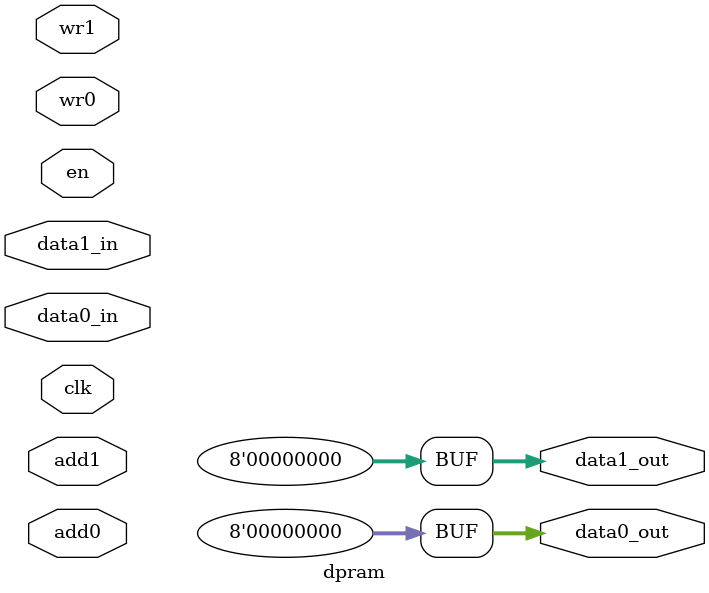
<source format=v>


// Verification Directory fv/dpram 

module dpram(clk, wr0, wr1, en, data0_in, data1_in, add0, add1,
     data0_out, data1_out);
  input clk, wr0, wr1, en;
  input [7:0] data0_in, data1_in;
  input [5:0] add0, add1;
  output [7:0] data0_out, data1_out;
  wire clk, wr0, wr1, en;
  wire [7:0] data0_in, data1_in;
  wire [5:0] add0, add1;
  wire [7:0] data0_out, data1_out;
  wire [7:0] \mem[0] ;
  wire [7:0] \mem[1] ;
  wire [7:0] \mem[2] ;
  wire [7:0] \mem[3] ;
  wire [7:0] \mem[4] ;
  wire [7:0] \mem[5] ;
  wire [7:0] \mem[6] ;
  wire [7:0] \mem[7] ;
  wire [7:0] \mem[8] ;
  wire [7:0] \mem[9] ;
  wire [7:0] \mem[10] ;
  wire [7:0] \mem[11] ;
  wire [7:0] \mem[12] ;
  wire [7:0] \mem[13] ;
  wire [7:0] \mem[14] ;
  wire [7:0] \mem[15] ;
  wire [7:0] \mem[16] ;
  wire [7:0] \mem[17] ;
  wire [7:0] \mem[18] ;
  wire [7:0] \mem[19] ;
  wire [7:0] \mem[20] ;
  wire [7:0] \mem[21] ;
  wire [7:0] \mem[22] ;
  wire [7:0] \mem[23] ;
  wire [7:0] \mem[24] ;
  wire [7:0] \mem[25] ;
  wire [7:0] \mem[26] ;
  wire [7:0] \mem[27] ;
  wire [7:0] \mem[28] ;
  wire [7:0] \mem[29] ;
  wire [7:0] \mem[30] ;
  wire [7:0] \mem[31] ;
  wire [7:0] \mem[32] ;
  wire [7:0] \mem[33] ;
  wire [7:0] \mem[34] ;
  wire [7:0] \mem[35] ;
  wire [7:0] \mem[36] ;
  wire [7:0] \mem[37] ;
  wire [7:0] \mem[38] ;
  wire [7:0] \mem[39] ;
  wire [7:0] \mem[40] ;
  wire [7:0] \mem[41] ;
  wire [7:0] \mem[42] ;
  wire [7:0] \mem[43] ;
  wire [7:0] \mem[44] ;
  wire [7:0] \mem[45] ;
  wire [7:0] \mem[46] ;
  wire [7:0] \mem[47] ;
  wire [7:0] \mem[48] ;
  wire [7:0] \mem[49] ;
  wire [7:0] \mem[50] ;
  wire [7:0] \mem[51] ;
  wire [7:0] \mem[52] ;
  wire [7:0] \mem[53] ;
  wire [7:0] \mem[54] ;
  wire [7:0] \mem[55] ;
  wire [7:0] \mem[56] ;
  wire [7:0] \mem[57] ;
  wire [7:0] \mem[58] ;
  wire [7:0] \mem[59] ;
  wire [7:0] \mem[60] ;
  wire [7:0] \mem[61] ;
  wire [7:0] \mem[62] ;
  wire [7:0] \mem[63] ;
  wire n_0, n_1, n_2, n_3, n_4, n_5, n_6, n_7;
  wire n_8, n_9, n_10, n_11, n_12, n_13, n_14, n_15;
  wire n_16, n_17, n_18, n_19, n_20, n_21, n_22, n_23;
  wire n_24, n_25, n_26, n_27, n_28, n_29, n_30, n_31;
  wire n_32, n_33, n_34, n_35, n_36, n_37, n_38, n_39;
  wire n_40, n_41, n_42, n_43, n_44, n_45, n_46, n_47;
  wire n_48, n_49, n_50, n_51, n_52, n_53, n_54, n_55;
  wire n_56, n_57, n_58, n_59, n_60, n_61, n_62, n_63;
  wire n_64, n_65, n_66, n_67, n_68, n_69, n_70, n_71;
  wire n_72, n_73, n_74, n_75, n_76, n_77, n_78, n_79;
  wire n_80, n_81, n_82, n_83, n_84, n_85, n_86, n_87;
  wire n_88, n_89, n_90, n_91, n_92, n_93, n_94, n_95;
  wire n_96, n_97, n_98, n_99, n_100, n_101, n_102, n_103;
  wire n_104, n_105, n_106, n_107, n_108, n_109, n_110, n_111;
  wire n_112, n_113, n_114, n_115, n_116, n_117, n_118, n_119;
  wire n_120, n_121, n_122, n_123, n_124, n_125, n_126, n_127;
  wire n_128, n_129, n_130, n_131, n_132, n_133, n_134, n_135;
  wire n_136, n_137, n_138, n_139, n_140, n_141, n_142, n_143;
  wire n_144, n_145, n_146, n_147, n_148, n_149, n_150, n_151;
  wire n_152, n_153, n_154, n_155, n_156, n_157, n_158, n_159;
  wire n_160, n_161, n_162, n_163, n_164, n_165, n_166, n_167;
  wire n_168, n_169, n_170, n_171, n_172, n_173, n_174, n_175;
  wire n_176, n_177, n_178, n_179, n_180, n_181, n_182, n_183;
  wire n_184, n_185, n_186, n_187, n_188, n_189, n_190, n_191;
  wire n_192, n_193, n_194, n_195, n_196, n_197, n_198, n_199;
  wire n_200, n_201, n_202, n_203, n_204, n_205, n_206, n_207;
  wire n_208, n_209, n_210, n_211, n_212, n_213, n_214, n_215;
  wire n_216, n_217, n_218, n_219, n_220, n_221, n_222, n_223;
  wire n_224, n_225, n_226, n_227, n_228, n_229, n_230, n_231;
  wire n_232, n_233, n_234, n_235, n_236, n_237, n_238, n_239;
  wire n_240, n_241, n_242, n_243, n_244, n_245, n_246, n_247;
  wire n_248, n_249, n_250, n_251, n_252, n_253, n_254, n_255;
  wire n_256, n_257, n_258, n_259, n_260, n_261, n_262, n_263;
  wire n_264, n_265, n_266, n_267, n_268, n_269, n_270, n_271;
  wire n_272, n_273, n_274, n_275, n_276, n_277, n_278, n_279;
  wire n_280, n_281, n_282, n_283, n_284, n_285, n_286, n_287;
  wire n_288, n_289, n_290, n_291, n_292, n_293, n_294, n_295;
  wire n_296, n_297, n_298, n_299, n_300, n_301, n_302, n_303;
  wire n_304, n_305, n_306, n_307, n_308, n_309, n_310, n_311;
  wire n_312, n_313, n_314, n_315, n_316, n_317, n_318, n_319;
  wire n_320, n_321, n_322, n_323, n_324, n_325, n_326, n_327;
  wire n_328, n_329, n_330, n_331, n_332, n_333, n_334, n_335;
  wire n_336, n_337, n_338, n_339, n_340, n_341, n_342, n_343;
  wire n_344, n_345, n_346, n_347, n_348, n_349, n_350, n_351;
  wire n_352, n_353, n_354, n_355, n_356, n_357, n_358, n_359;
  wire n_360, n_361, n_362, n_363, n_364, n_365, n_366, n_367;
  wire n_368, n_369, n_370, n_371, n_372, n_373, n_374, n_375;
  wire n_376, n_377, n_378, n_379, n_380, n_381, n_382, n_383;
  wire n_384, n_385, n_386, n_387, n_388, n_389, n_390, n_391;
  wire n_392, n_393, n_394, n_395, n_396, n_397, n_398, n_399;
  wire n_400, n_401, n_402, n_403, n_404, n_405, n_406, n_407;
  wire n_408, n_409, n_410, n_411, n_412, n_413, n_414, n_415;
  wire n_416, n_417, n_418, n_419, n_420, n_421, n_422, n_423;
  wire n_424, n_425, n_426, n_427, n_428, n_429, n_430, n_431;
  wire n_432, n_433, n_434, n_435, n_436, n_437, n_438, n_439;
  wire n_440, n_441, n_442, n_443, n_444, n_445, n_446, n_447;
  wire n_448, n_449, n_450, n_451, n_452, n_453, n_454, n_455;
  wire n_456, n_457, n_458, n_459, n_460, n_461, n_462, n_463;
  wire n_464, n_465, n_466, n_467, n_468, n_469, n_470, n_471;
  wire n_472, n_473, n_474, n_475, n_476, n_477, n_478, n_479;
  wire n_480, n_481, n_482, n_483, n_484, n_485, n_486, n_487;
  wire n_488, n_489, n_490, n_491, n_492, n_493, n_494, n_495;
  wire n_496, n_497, n_498, n_499, n_500, n_501, n_502, n_503;
  wire n_504, n_505, n_506, n_507, n_508, n_509, n_510, n_511;
  wire n_512, n_513, n_514, n_515, n_516, n_517, n_518, n_519;
  wire n_520, n_521, n_522, n_523, n_524, n_525, n_526, n_527;
  wire n_528, n_529, n_530, n_531, n_532, n_533, n_534, n_535;
  wire n_536, n_537, n_538, n_539, n_540, n_541, n_542, n_543;
  wire n_544, n_545, n_546, n_547, n_548, n_549, n_550, n_551;
  wire n_552, n_553, n_554, n_555, n_556, n_557, n_558, n_559;
  wire n_560, n_561, n_562, n_563, n_564, n_565, n_566, n_567;
  wire n_568, n_569, n_570, n_571, n_572, n_573, n_574, n_575;
  wire n_576, n_577, n_578, n_579, n_580, n_581, n_582, n_583;
  wire n_584, n_585, n_586, n_587, n_588, n_589, n_590, n_591;
  wire n_592, n_593, n_594, n_595, n_596, n_597, n_598, n_599;
  wire n_600, n_601, n_602, n_603, n_604, n_605, n_606, n_607;
  wire n_608, n_609, n_610, n_611, n_612, n_613, n_614, n_615;
  wire n_616, n_617, n_618, n_619, n_620, n_621, n_622, n_623;
  wire n_624, n_625, n_626, n_627, n_628, n_629, n_630, n_631;
  wire n_632, n_633, n_634, n_635, n_636, n_637, n_638, n_639;
  wire n_640, n_641, n_642, n_643, n_644, n_645, n_646, n_647;
  wire n_648, n_649, n_650, n_651, n_652, n_653, n_654, n_655;
  wire n_656, n_657, n_658, n_659, n_660, n_661, n_662, n_663;
  wire n_664, n_665, n_666, n_667, n_668, n_669, n_670, n_671;
  wire n_672, n_673, n_674, n_675, n_676, n_677, n_678, n_679;
  wire n_680, n_681, n_682, n_683, n_684, n_685, n_686, n_687;
  wire n_688, n_689, n_690, n_691, n_692, n_693, n_694, n_695;
  wire n_696, n_697, n_698, n_699, n_700, n_701, n_702, n_703;
  wire n_704, n_705, n_706, n_707, n_708, n_709, n_710, n_711;
  wire n_712, n_713, n_714, n_715, n_716, n_717, n_718, n_719;
  wire n_720, n_721, n_722, n_723, n_724, n_725, n_726, n_727;
  wire n_728, n_729, n_730, n_731, n_732, n_733, n_734, n_735;
  wire n_736, n_737, n_738, n_739, n_740, n_741, n_742, n_743;
  wire n_744, n_745, n_746, n_747, n_748, n_749, n_750, n_751;
  wire n_752, n_753, n_754, n_755, n_756, n_757, n_758, n_759;
  wire n_760, n_761, n_762, n_763, n_764, n_765, n_766, n_767;
  wire n_768, n_769, n_770, n_771, n_772, n_773, n_774, n_775;
  wire n_776, n_777, n_778, n_779, n_780, n_781, n_782, n_783;
  wire n_784, n_785, n_786, n_787, n_788, n_789, n_790, n_791;
  wire n_792, n_793, n_794, n_795, n_796, n_797, n_798, n_799;
  wire n_800, n_801, n_802, n_803, n_804, n_805, n_806, n_807;
  wire n_808, n_809, n_810, n_811, n_812, n_813, n_814, n_815;
  wire n_816, n_817, n_818, n_819, n_820, n_821, n_822, n_823;
  wire n_824, n_825, n_826, n_827, n_828, n_829, n_830, n_831;
  wire n_832, n_833, n_834, n_835, n_836, n_837, n_838, n_839;
  wire n_840, n_841, n_842, n_843, n_844, n_845, n_846, n_847;
  wire n_848, n_849, n_850, n_851, n_852, n_853, n_854, n_855;
  wire n_856, n_857, n_858, n_859, n_860, n_861, n_862, n_863;
  wire n_864, n_865, n_866, n_867, n_868, n_869, n_870, n_871;
  wire n_872, n_873, n_874, n_875, n_876, n_877, n_878, n_879;
  wire n_880, n_881, n_882, n_883, n_884, n_885, n_886, n_887;
  wire n_888, n_889, n_890, n_891, n_892, n_893, n_894, n_895;
  wire n_896, n_897, n_898, n_899, n_900, n_901, n_902, n_903;
  wire n_904, n_905, n_906, n_907, n_908, n_909, n_910, n_911;
  wire n_912, n_913, n_914, n_915, n_916, n_917, n_918, n_919;
  wire n_920, n_921, n_922, n_923, n_924, n_925, n_926, n_927;
  wire n_928, n_929, n_930, n_931, n_932, n_933, n_934, n_935;
  wire n_936, n_937, n_938, n_939, n_940, n_941, n_942, n_943;
  wire n_944, n_945, n_946, n_947, n_948, n_949, n_950, n_951;
  wire n_952, n_953, n_954, n_955, n_956, n_957, n_958, n_959;
  wire n_960, n_961, n_962, n_963, n_964, n_965, n_966, n_967;
  wire n_968, n_969, n_970, n_971, n_972, n_973, n_974, n_975;
  wire n_976, n_977, n_978, n_979, n_980, n_981, n_982, n_983;
  wire n_984, n_985, n_986, n_987, n_988, n_989, n_990, n_991;
  wire n_992, n_993, n_994, n_995, n_996, n_997, n_998, n_999;
  wire n_1000;
  assign data1_out[0] = 1'b0;
  assign data1_out[1] = 1'b0;
  assign data1_out[2] = 1'b0;
  assign data1_out[3] = 1'b0;
  assign data1_out[4] = 1'b0;
  assign data1_out[5] = 1'b0;
  assign data1_out[6] = 1'b0;
  assign data1_out[7] = 1'b0;
  assign data0_out[0] = 1'b0;
  assign data0_out[1] = 1'b0;
  assign data0_out[2] = 1'b0;
  assign data0_out[3] = 1'b0;
  assign data0_out[4] = 1'b0;
  assign data0_out[5] = 1'b0;
  assign data0_out[6] = 1'b0;
  assign data0_out[7] = 1'b0;
  DFFHQXL \data0_out_reg[0] (.CK (clk), .D (n_987), .Q (data0_out[0]));
  DFFHQXL \data0_out_reg[1] (.CK (clk), .D (n_986), .Q (data0_out[1]));
  DFFHQXL \data0_out_reg[2] (.CK (clk), .D (n_985), .Q (data0_out[2]));
  DFFHQXL \data0_out_reg[3] (.CK (clk), .D (n_996), .Q (data0_out[3]));
  DFFHQXL \data0_out_reg[4] (.CK (clk), .D (n_999), .Q (data0_out[4]));
  DFFHQXL \data0_out_reg[5] (.CK (clk), .D (n_998), .Q (data0_out[5]));
  DFFHQXL \data0_out_reg[6] (.CK (clk), .D (n_997), .Q (data0_out[6]));
  DFFHQXL \data0_out_reg[7] (.CK (clk), .D (n_1000), .Q (data0_out[7]));
  DFFHQXL \data1_out_reg[0]1136 (.CK (clk), .D (n_995), .Q
       (data1_out[0]));
  DFFHQXL \data1_out_reg[1]1137 (.CK (clk), .D (n_994), .Q
       (data1_out[1]));
  DFFHQXL \data1_out_reg[2]1138 (.CK (clk), .D (n_993), .Q
       (data1_out[2]));
  DFFHQXL \data1_out_reg[3]1139 (.CK (clk), .D (n_988), .Q
       (data1_out[3]));
  DFFHQXL \data1_out_reg[4]1140 (.CK (clk), .D (n_991), .Q
       (data1_out[4]));
  DFFHQXL \data1_out_reg[5]1141 (.CK (clk), .D (n_990), .Q
       (data1_out[5]));
  DFFHQXL \data1_out_reg[6]1142 (.CK (clk), .D (n_989), .Q
       (data1_out[6]));
  DFFHQXL \data1_out_reg[7]1143 (.CK (clk), .D (n_992), .Q
       (data1_out[7]));
  SDFFHQX1 \mem_reg[0][0] (.CK (clk), .D (\mem[0] [0]), .SI
       (data0_in[0]), .SE (n_184), .Q (\mem[0] [0]));
  SDFFHQX1 \mem_reg[0][0]2168 (.CK (clk), .D (\mem[0] [0]), .SI
       (data1_in[0]), .SE (n_232), .Q (\mem[0] [0]));
  SDFFHQX1 \mem_reg[0][1] (.CK (clk), .D (\mem[0] [1]), .SI
       (data0_in[1]), .SE (n_184), .Q (\mem[0] [1]));
  SDFFHQX1 \mem_reg[0][1]2169 (.CK (clk), .D (\mem[0] [1]), .SI
       (data1_in[1]), .SE (n_232), .Q (\mem[0] [1]));
  SDFFHQX1 \mem_reg[0][2] (.CK (clk), .D (\mem[0] [2]), .SI
       (data0_in[2]), .SE (n_184), .Q (\mem[0] [2]));
  SDFFHQX1 \mem_reg[0][2]2170 (.CK (clk), .D (\mem[0] [2]), .SI
       (data1_in[2]), .SE (n_232), .Q (\mem[0] [2]));
  SDFFHQX1 \mem_reg[0][3] (.CK (clk), .D (\mem[0] [3]), .SI
       (data0_in[3]), .SE (n_184), .Q (\mem[0] [3]));
  SDFFHQX1 \mem_reg[0][3]2171 (.CK (clk), .D (\mem[0] [3]), .SI
       (data1_in[3]), .SE (n_232), .Q (\mem[0] [3]));
  SDFFHQX1 \mem_reg[0][4] (.CK (clk), .D (\mem[0] [4]), .SI
       (data0_in[4]), .SE (n_184), .Q (\mem[0] [4]));
  SDFFHQX1 \mem_reg[0][4]2172 (.CK (clk), .D (\mem[0] [4]), .SI
       (data1_in[4]), .SE (n_232), .Q (\mem[0] [4]));
  SDFFHQX1 \mem_reg[0][5] (.CK (clk), .D (\mem[0] [5]), .SI
       (data0_in[5]), .SE (n_184), .Q (\mem[0] [5]));
  SDFFHQX1 \mem_reg[0][5]2173 (.CK (clk), .D (\mem[0] [5]), .SI
       (data1_in[5]), .SE (n_232), .Q (\mem[0] [5]));
  SDFFHQX1 \mem_reg[0][6] (.CK (clk), .D (\mem[0] [6]), .SI
       (data0_in[6]), .SE (n_184), .Q (\mem[0] [6]));
  SDFFHQX1 \mem_reg[0][6]2174 (.CK (clk), .D (\mem[0] [6]), .SI
       (data1_in[6]), .SE (n_232), .Q (\mem[0] [6]));
  SDFFHQX1 \mem_reg[0][7] (.CK (clk), .D (\mem[0] [7]), .SI
       (data0_in[7]), .SE (n_184), .Q (\mem[0] [7]));
  SDFFHQX1 \mem_reg[0][7]2175 (.CK (clk), .D (\mem[0] [7]), .SI
       (data1_in[7]), .SE (n_232), .Q (\mem[0] [7]));
  SDFFHQX1 \mem_reg[1][0] (.CK (clk), .D (\mem[1] [0]), .SI
       (data0_in[0]), .SE (n_168), .Q (\mem[1] [0]));
  SDFFHQX1 \mem_reg[1][0]2152 (.CK (clk), .D (\mem[1] [0]), .SI
       (data1_in[0]), .SE (n_231), .Q (\mem[1] [0]));
  SDFFHQX1 \mem_reg[1][1] (.CK (clk), .D (\mem[1] [1]), .SI
       (data0_in[1]), .SE (n_168), .Q (\mem[1] [1]));
  SDFFHQX1 \mem_reg[1][1]2153 (.CK (clk), .D (\mem[1] [1]), .SI
       (data1_in[1]), .SE (n_231), .Q (\mem[1] [1]));
  SDFFHQX1 \mem_reg[1][2] (.CK (clk), .D (\mem[1] [2]), .SI
       (data0_in[2]), .SE (n_168), .Q (\mem[1] [2]));
  SDFFHQX1 \mem_reg[1][2]2154 (.CK (clk), .D (\mem[1] [2]), .SI
       (data1_in[2]), .SE (n_231), .Q (\mem[1] [2]));
  SDFFHQX1 \mem_reg[1][3] (.CK (clk), .D (\mem[1] [3]), .SI
       (data0_in[3]), .SE (n_168), .Q (\mem[1] [3]));
  SDFFHQX1 \mem_reg[1][3]2155 (.CK (clk), .D (\mem[1] [3]), .SI
       (data1_in[3]), .SE (n_231), .Q (\mem[1] [3]));
  SDFFHQX1 \mem_reg[1][4] (.CK (clk), .D (\mem[1] [4]), .SI
       (data0_in[4]), .SE (n_168), .Q (\mem[1] [4]));
  SDFFHQX1 \mem_reg[1][4]2156 (.CK (clk), .D (\mem[1] [4]), .SI
       (data1_in[4]), .SE (n_231), .Q (\mem[1] [4]));
  SDFFHQX1 \mem_reg[1][5] (.CK (clk), .D (\mem[1] [5]), .SI
       (data0_in[5]), .SE (n_168), .Q (\mem[1] [5]));
  SDFFHQX1 \mem_reg[1][5]2157 (.CK (clk), .D (\mem[1] [5]), .SI
       (data1_in[5]), .SE (n_231), .Q (\mem[1] [5]));
  SDFFHQX1 \mem_reg[1][6] (.CK (clk), .D (\mem[1] [6]), .SI
       (data0_in[6]), .SE (n_168), .Q (\mem[1] [6]));
  SDFFHQX1 \mem_reg[1][6]2158 (.CK (clk), .D (\mem[1] [6]), .SI
       (data1_in[6]), .SE (n_231), .Q (\mem[1] [6]));
  SDFFHQX1 \mem_reg[1][7] (.CK (clk), .D (\mem[1] [7]), .SI
       (data0_in[7]), .SE (n_168), .Q (\mem[1] [7]));
  SDFFHQX1 \mem_reg[1][7]2159 (.CK (clk), .D (\mem[1] [7]), .SI
       (data1_in[7]), .SE (n_231), .Q (\mem[1] [7]));
  SDFFHQX1 \mem_reg[2][0] (.CK (clk), .D (\mem[2] [0]), .SI
       (data0_in[0]), .SE (n_220), .Q (\mem[2] [0]));
  SDFFHQX1 \mem_reg[2][0]2136 (.CK (clk), .D (\mem[2] [0]), .SI
       (data1_in[0]), .SE (n_244), .Q (\mem[2] [0]));
  SDFFHQX1 \mem_reg[2][1] (.CK (clk), .D (\mem[2] [1]), .SI
       (data0_in[1]), .SE (n_220), .Q (\mem[2] [1]));
  SDFFHQX1 \mem_reg[2][1]2137 (.CK (clk), .D (\mem[2] [1]), .SI
       (data1_in[1]), .SE (n_244), .Q (\mem[2] [1]));
  SDFFHQX1 \mem_reg[2][2] (.CK (clk), .D (\mem[2] [2]), .SI
       (data0_in[2]), .SE (n_220), .Q (\mem[2] [2]));
  SDFFHQX1 \mem_reg[2][2]2138 (.CK (clk), .D (\mem[2] [2]), .SI
       (data1_in[2]), .SE (n_244), .Q (\mem[2] [2]));
  SDFFHQX1 \mem_reg[2][3] (.CK (clk), .D (\mem[2] [3]), .SI
       (data0_in[3]), .SE (n_220), .Q (\mem[2] [3]));
  SDFFHQX1 \mem_reg[2][3]2139 (.CK (clk), .D (\mem[2] [3]), .SI
       (data1_in[3]), .SE (n_244), .Q (\mem[2] [3]));
  SDFFHQX1 \mem_reg[2][4] (.CK (clk), .D (\mem[2] [4]), .SI
       (data0_in[4]), .SE (n_220), .Q (\mem[2] [4]));
  SDFFHQX1 \mem_reg[2][4]2140 (.CK (clk), .D (\mem[2] [4]), .SI
       (data1_in[4]), .SE (n_244), .Q (\mem[2] [4]));
  SDFFHQX1 \mem_reg[2][5] (.CK (clk), .D (\mem[2] [5]), .SI
       (data0_in[5]), .SE (n_220), .Q (\mem[2] [5]));
  SDFFHQX1 \mem_reg[2][5]2141 (.CK (clk), .D (\mem[2] [5]), .SI
       (data1_in[5]), .SE (n_244), .Q (\mem[2] [5]));
  SDFFHQX1 \mem_reg[2][6] (.CK (clk), .D (\mem[2] [6]), .SI
       (data0_in[6]), .SE (n_220), .Q (\mem[2] [6]));
  SDFFHQX1 \mem_reg[2][6]2142 (.CK (clk), .D (\mem[2] [6]), .SI
       (data1_in[6]), .SE (n_244), .Q (\mem[2] [6]));
  SDFFHQX1 \mem_reg[2][7] (.CK (clk), .D (\mem[2] [7]), .SI
       (data0_in[7]), .SE (n_220), .Q (\mem[2] [7]));
  SDFFHQX1 \mem_reg[2][7]2143 (.CK (clk), .D (\mem[2] [7]), .SI
       (data1_in[7]), .SE (n_244), .Q (\mem[2] [7]));
  SDFFHQX1 \mem_reg[3][0] (.CK (clk), .D (\mem[3] [0]), .SI
       (data0_in[0]), .SE (n_225), .Q (\mem[3] [0]));
  SDFFHQX1 \mem_reg[3][0]2120 (.CK (clk), .D (\mem[3] [0]), .SI
       (data1_in[0]), .SE (n_254), .Q (\mem[3] [0]));
  SDFFHQX1 \mem_reg[3][1] (.CK (clk), .D (\mem[3] [1]), .SI
       (data0_in[1]), .SE (n_225), .Q (\mem[3] [1]));
  SDFFHQX1 \mem_reg[3][1]2121 (.CK (clk), .D (\mem[3] [1]), .SI
       (data1_in[1]), .SE (n_254), .Q (\mem[3] [1]));
  SDFFHQX1 \mem_reg[3][2] (.CK (clk), .D (\mem[3] [2]), .SI
       (data0_in[2]), .SE (n_225), .Q (\mem[3] [2]));
  SDFFHQX1 \mem_reg[3][2]2122 (.CK (clk), .D (\mem[3] [2]), .SI
       (data1_in[2]), .SE (n_254), .Q (\mem[3] [2]));
  SDFFHQX1 \mem_reg[3][3] (.CK (clk), .D (\mem[3] [3]), .SI
       (data0_in[3]), .SE (n_225), .Q (\mem[3] [3]));
  SDFFHQX1 \mem_reg[3][3]2123 (.CK (clk), .D (\mem[3] [3]), .SI
       (data1_in[3]), .SE (n_254), .Q (\mem[3] [3]));
  SDFFHQX1 \mem_reg[3][4] (.CK (clk), .D (\mem[3] [4]), .SI
       (data0_in[4]), .SE (n_225), .Q (\mem[3] [4]));
  SDFFHQX1 \mem_reg[3][4]2124 (.CK (clk), .D (\mem[3] [4]), .SI
       (data1_in[4]), .SE (n_254), .Q (\mem[3] [4]));
  SDFFHQX1 \mem_reg[3][5] (.CK (clk), .D (\mem[3] [5]), .SI
       (data0_in[5]), .SE (n_225), .Q (\mem[3] [5]));
  SDFFHQX1 \mem_reg[3][5]2125 (.CK (clk), .D (\mem[3] [5]), .SI
       (data1_in[5]), .SE (n_254), .Q (\mem[3] [5]));
  SDFFHQX1 \mem_reg[3][6] (.CK (clk), .D (\mem[3] [6]), .SI
       (data0_in[6]), .SE (n_225), .Q (\mem[3] [6]));
  SDFFHQX1 \mem_reg[3][6]2126 (.CK (clk), .D (\mem[3] [6]), .SI
       (data1_in[6]), .SE (n_254), .Q (\mem[3] [6]));
  SDFFHQX1 \mem_reg[3][7] (.CK (clk), .D (\mem[3] [7]), .SI
       (data0_in[7]), .SE (n_225), .Q (\mem[3] [7]));
  SDFFHQX1 \mem_reg[3][7]2127 (.CK (clk), .D (\mem[3] [7]), .SI
       (data1_in[7]), .SE (n_254), .Q (\mem[3] [7]));
  SDFFHQX1 \mem_reg[4][0] (.CK (clk), .D (\mem[4] [0]), .SI
       (data0_in[0]), .SE (n_186), .Q (\mem[4] [0]));
  SDFFHQX1 \mem_reg[4][0]2104 (.CK (clk), .D (\mem[4] [0]), .SI
       (data1_in[0]), .SE (n_146), .Q (\mem[4] [0]));
  SDFFHQX1 \mem_reg[4][1] (.CK (clk), .D (\mem[4] [1]), .SI
       (data0_in[1]), .SE (n_186), .Q (\mem[4] [1]));
  SDFFHQX1 \mem_reg[4][1]2105 (.CK (clk), .D (\mem[4] [1]), .SI
       (data1_in[1]), .SE (n_146), .Q (\mem[4] [1]));
  SDFFHQX1 \mem_reg[4][2] (.CK (clk), .D (\mem[4] [2]), .SI
       (data0_in[2]), .SE (n_186), .Q (\mem[4] [2]));
  SDFFHQX1 \mem_reg[4][2]2106 (.CK (clk), .D (\mem[4] [2]), .SI
       (data1_in[2]), .SE (n_146), .Q (\mem[4] [2]));
  SDFFHQX1 \mem_reg[4][3] (.CK (clk), .D (\mem[4] [3]), .SI
       (data0_in[3]), .SE (n_186), .Q (\mem[4] [3]));
  SDFFHQX1 \mem_reg[4][3]2107 (.CK (clk), .D (\mem[4] [3]), .SI
       (data1_in[3]), .SE (n_146), .Q (\mem[4] [3]));
  SDFFHQX1 \mem_reg[4][4] (.CK (clk), .D (\mem[4] [4]), .SI
       (data0_in[4]), .SE (n_186), .Q (\mem[4] [4]));
  SDFFHQX1 \mem_reg[4][4]2108 (.CK (clk), .D (\mem[4] [4]), .SI
       (data1_in[4]), .SE (n_146), .Q (\mem[4] [4]));
  SDFFHQX1 \mem_reg[4][5] (.CK (clk), .D (\mem[4] [5]), .SI
       (data0_in[5]), .SE (n_186), .Q (\mem[4] [5]));
  SDFFHQX1 \mem_reg[4][5]2109 (.CK (clk), .D (\mem[4] [5]), .SI
       (data1_in[5]), .SE (n_146), .Q (\mem[4] [5]));
  SDFFHQX1 \mem_reg[4][6] (.CK (clk), .D (\mem[4] [6]), .SI
       (data0_in[6]), .SE (n_186), .Q (\mem[4] [6]));
  SDFFHQX1 \mem_reg[4][6]2110 (.CK (clk), .D (\mem[4] [6]), .SI
       (data1_in[6]), .SE (n_146), .Q (\mem[4] [6]));
  SDFFHQX1 \mem_reg[4][7] (.CK (clk), .D (\mem[4] [7]), .SI
       (data0_in[7]), .SE (n_186), .Q (\mem[4] [7]));
  SDFFHQX1 \mem_reg[4][7]2111 (.CK (clk), .D (\mem[4] [7]), .SI
       (data1_in[7]), .SE (n_146), .Q (\mem[4] [7]));
  SDFFHQX1 \mem_reg[5][0] (.CK (clk), .D (\mem[5] [0]), .SI
       (data0_in[0]), .SE (n_185), .Q (\mem[5] [0]));
  SDFFHQX1 \mem_reg[5][0]2088 (.CK (clk), .D (\mem[5] [0]), .SI
       (data1_in[0]), .SE (n_144), .Q (\mem[5] [0]));
  SDFFHQX1 \mem_reg[5][1] (.CK (clk), .D (\mem[5] [1]), .SI
       (data0_in[1]), .SE (n_185), .Q (\mem[5] [1]));
  SDFFHQX1 \mem_reg[5][1]2089 (.CK (clk), .D (\mem[5] [1]), .SI
       (data1_in[1]), .SE (n_144), .Q (\mem[5] [1]));
  SDFFHQX1 \mem_reg[5][2] (.CK (clk), .D (\mem[5] [2]), .SI
       (data0_in[2]), .SE (n_185), .Q (\mem[5] [2]));
  SDFFHQX1 \mem_reg[5][2]2090 (.CK (clk), .D (\mem[5] [2]), .SI
       (data1_in[2]), .SE (n_144), .Q (\mem[5] [2]));
  SDFFHQX1 \mem_reg[5][3] (.CK (clk), .D (\mem[5] [3]), .SI
       (data0_in[3]), .SE (n_185), .Q (\mem[5] [3]));
  SDFFHQX1 \mem_reg[5][3]2091 (.CK (clk), .D (\mem[5] [3]), .SI
       (data1_in[3]), .SE (n_144), .Q (\mem[5] [3]));
  SDFFHQX1 \mem_reg[5][4] (.CK (clk), .D (\mem[5] [4]), .SI
       (data0_in[4]), .SE (n_185), .Q (\mem[5] [4]));
  SDFFHQX1 \mem_reg[5][4]2092 (.CK (clk), .D (\mem[5] [4]), .SI
       (data1_in[4]), .SE (n_144), .Q (\mem[5] [4]));
  SDFFHQX1 \mem_reg[5][5] (.CK (clk), .D (\mem[5] [5]), .SI
       (data0_in[5]), .SE (n_185), .Q (\mem[5] [5]));
  SDFFHQX1 \mem_reg[5][5]2093 (.CK (clk), .D (\mem[5] [5]), .SI
       (data1_in[5]), .SE (n_144), .Q (\mem[5] [5]));
  SDFFHQX1 \mem_reg[5][6] (.CK (clk), .D (\mem[5] [6]), .SI
       (data0_in[6]), .SE (n_185), .Q (\mem[5] [6]));
  SDFFHQX1 \mem_reg[5][6]2094 (.CK (clk), .D (\mem[5] [6]), .SI
       (data1_in[6]), .SE (n_144), .Q (\mem[5] [6]));
  SDFFHQX1 \mem_reg[5][7] (.CK (clk), .D (\mem[5] [7]), .SI
       (data0_in[7]), .SE (n_185), .Q (\mem[5] [7]));
  SDFFHQX1 \mem_reg[5][7]2095 (.CK (clk), .D (\mem[5] [7]), .SI
       (data1_in[7]), .SE (n_144), .Q (\mem[5] [7]));
  SDFFHQX1 \mem_reg[6][0] (.CK (clk), .D (\mem[6] [0]), .SI
       (data0_in[0]), .SE (n_221), .Q (\mem[6] [0]));
  SDFFHQX1 \mem_reg[6][0]2072 (.CK (clk), .D (\mem[6] [0]), .SI
       (data1_in[0]), .SE (n_157), .Q (\mem[6] [0]));
  SDFFHQX1 \mem_reg[6][1] (.CK (clk), .D (\mem[6] [1]), .SI
       (data0_in[1]), .SE (n_221), .Q (\mem[6] [1]));
  SDFFHQX1 \mem_reg[6][1]2073 (.CK (clk), .D (\mem[6] [1]), .SI
       (data1_in[1]), .SE (n_157), .Q (\mem[6] [1]));
  SDFFHQX1 \mem_reg[6][2] (.CK (clk), .D (\mem[6] [2]), .SI
       (data0_in[2]), .SE (n_221), .Q (\mem[6] [2]));
  SDFFHQX1 \mem_reg[6][2]2074 (.CK (clk), .D (\mem[6] [2]), .SI
       (data1_in[2]), .SE (n_157), .Q (\mem[6] [2]));
  SDFFHQX1 \mem_reg[6][3] (.CK (clk), .D (\mem[6] [3]), .SI
       (data0_in[3]), .SE (n_221), .Q (\mem[6] [3]));
  SDFFHQX1 \mem_reg[6][3]2075 (.CK (clk), .D (\mem[6] [3]), .SI
       (data1_in[3]), .SE (n_157), .Q (\mem[6] [3]));
  SDFFHQX1 \mem_reg[6][4] (.CK (clk), .D (\mem[6] [4]), .SI
       (data0_in[4]), .SE (n_221), .Q (\mem[6] [4]));
  SDFFHQX1 \mem_reg[6][4]2076 (.CK (clk), .D (\mem[6] [4]), .SI
       (data1_in[4]), .SE (n_157), .Q (\mem[6] [4]));
  SDFFHQX1 \mem_reg[6][5] (.CK (clk), .D (\mem[6] [5]), .SI
       (data0_in[5]), .SE (n_221), .Q (\mem[6] [5]));
  SDFFHQX1 \mem_reg[6][5]2077 (.CK (clk), .D (\mem[6] [5]), .SI
       (data1_in[5]), .SE (n_157), .Q (\mem[6] [5]));
  SDFFHQX1 \mem_reg[6][6] (.CK (clk), .D (\mem[6] [6]), .SI
       (data0_in[6]), .SE (n_221), .Q (\mem[6] [6]));
  SDFFHQX1 \mem_reg[6][6]2078 (.CK (clk), .D (\mem[6] [6]), .SI
       (data1_in[6]), .SE (n_157), .Q (\mem[6] [6]));
  SDFFHQX1 \mem_reg[6][7] (.CK (clk), .D (\mem[6] [7]), .SI
       (data0_in[7]), .SE (n_221), .Q (\mem[6] [7]));
  SDFFHQX1 \mem_reg[6][7]2079 (.CK (clk), .D (\mem[6] [7]), .SI
       (data1_in[7]), .SE (n_157), .Q (\mem[6] [7]));
  SDFFHQX1 \mem_reg[7][0] (.CK (clk), .D (\mem[7] [0]), .SI
       (data0_in[0]), .SE (n_230), .Q (\mem[7] [0]));
  SDFFHQX1 \mem_reg[7][0]2056 (.CK (clk), .D (\mem[7] [0]), .SI
       (data1_in[0]), .SE (n_195), .Q (\mem[7] [0]));
  SDFFHQX1 \mem_reg[7][1] (.CK (clk), .D (\mem[7] [1]), .SI
       (data0_in[1]), .SE (n_230), .Q (\mem[7] [1]));
  SDFFHQX1 \mem_reg[7][1]2057 (.CK (clk), .D (\mem[7] [1]), .SI
       (data1_in[1]), .SE (n_195), .Q (\mem[7] [1]));
  SDFFHQX1 \mem_reg[7][2] (.CK (clk), .D (\mem[7] [2]), .SI
       (data0_in[2]), .SE (n_230), .Q (\mem[7] [2]));
  SDFFHQX1 \mem_reg[7][2]2058 (.CK (clk), .D (\mem[7] [2]), .SI
       (data1_in[2]), .SE (n_195), .Q (\mem[7] [2]));
  SDFFHQX1 \mem_reg[7][3] (.CK (clk), .D (\mem[7] [3]), .SI
       (data0_in[3]), .SE (n_230), .Q (\mem[7] [3]));
  SDFFHQX1 \mem_reg[7][3]2059 (.CK (clk), .D (\mem[7] [3]), .SI
       (data1_in[3]), .SE (n_195), .Q (\mem[7] [3]));
  SDFFHQX1 \mem_reg[7][4] (.CK (clk), .D (\mem[7] [4]), .SI
       (data0_in[4]), .SE (n_230), .Q (\mem[7] [4]));
  SDFFHQX1 \mem_reg[7][4]2060 (.CK (clk), .D (\mem[7] [4]), .SI
       (data1_in[4]), .SE (n_195), .Q (\mem[7] [4]));
  SDFFHQX1 \mem_reg[7][5] (.CK (clk), .D (\mem[7] [5]), .SI
       (data0_in[5]), .SE (n_230), .Q (\mem[7] [5]));
  SDFFHQX1 \mem_reg[7][5]2061 (.CK (clk), .D (\mem[7] [5]), .SI
       (data1_in[5]), .SE (n_195), .Q (\mem[7] [5]));
  SDFFHQX1 \mem_reg[7][6] (.CK (clk), .D (\mem[7] [6]), .SI
       (data0_in[6]), .SE (n_230), .Q (\mem[7] [6]));
  SDFFHQX1 \mem_reg[7][6]2062 (.CK (clk), .D (\mem[7] [6]), .SI
       (data1_in[6]), .SE (n_195), .Q (\mem[7] [6]));
  SDFFHQX1 \mem_reg[7][7] (.CK (clk), .D (\mem[7] [7]), .SI
       (data0_in[7]), .SE (n_230), .Q (\mem[7] [7]));
  SDFFHQX1 \mem_reg[7][7]2063 (.CK (clk), .D (\mem[7] [7]), .SI
       (data1_in[7]), .SE (n_195), .Q (\mem[7] [7]));
  SDFFHQX1 \mem_reg[8][0] (.CK (clk), .D (data0_in[0]), .SI (\mem[8]
       [0]), .SE (n_281), .Q (\mem[8] [0]));
  SDFFHQX1 \mem_reg[8][0]2040 (.CK (clk), .D (\mem[8] [0]), .SI
       (data1_in[0]), .SE (n_142), .Q (\mem[8] [0]));
  SDFFHQX1 \mem_reg[8][1] (.CK (clk), .D (data0_in[1]), .SI (\mem[8]
       [1]), .SE (n_281), .Q (\mem[8] [1]));
  SDFFHQX1 \mem_reg[8][1]2041 (.CK (clk), .D (\mem[8] [1]), .SI
       (data1_in[1]), .SE (n_142), .Q (\mem[8] [1]));
  SDFFHQX1 \mem_reg[8][2] (.CK (clk), .D (data0_in[2]), .SI (\mem[8]
       [2]), .SE (n_281), .Q (\mem[8] [2]));
  SDFFHQX1 \mem_reg[8][2]2042 (.CK (clk), .D (\mem[8] [2]), .SI
       (data1_in[2]), .SE (n_142), .Q (\mem[8] [2]));
  SDFFHQX1 \mem_reg[8][3] (.CK (clk), .D (data0_in[3]), .SI (\mem[8]
       [3]), .SE (n_281), .Q (\mem[8] [3]));
  SDFFHQX1 \mem_reg[8][3]2043 (.CK (clk), .D (\mem[8] [3]), .SI
       (data1_in[3]), .SE (n_142), .Q (\mem[8] [3]));
  SDFFHQX1 \mem_reg[8][4] (.CK (clk), .D (data0_in[4]), .SI (\mem[8]
       [4]), .SE (n_281), .Q (\mem[8] [4]));
  SDFFHQX1 \mem_reg[8][4]2044 (.CK (clk), .D (\mem[8] [4]), .SI
       (data1_in[4]), .SE (n_142), .Q (\mem[8] [4]));
  SDFFHQX1 \mem_reg[8][5] (.CK (clk), .D (data0_in[5]), .SI (\mem[8]
       [5]), .SE (n_281), .Q (\mem[8] [5]));
  SDFFHQX1 \mem_reg[8][5]2045 (.CK (clk), .D (\mem[8] [5]), .SI
       (data1_in[5]), .SE (n_142), .Q (\mem[8] [5]));
  SDFFHQX1 \mem_reg[8][6] (.CK (clk), .D (data0_in[6]), .SI (\mem[8]
       [6]), .SE (n_281), .Q (\mem[8] [6]));
  SDFFHQX1 \mem_reg[8][6]2046 (.CK (clk), .D (\mem[8] [6]), .SI
       (data1_in[6]), .SE (n_142), .Q (\mem[8] [6]));
  SDFFHQX1 \mem_reg[8][7] (.CK (clk), .D (data0_in[7]), .SI (\mem[8]
       [7]), .SE (n_281), .Q (\mem[8] [7]));
  SDFFHQX1 \mem_reg[8][7]2047 (.CK (clk), .D (\mem[8] [7]), .SI
       (data1_in[7]), .SE (n_142), .Q (\mem[8] [7]));
  SDFFHQX1 \mem_reg[9][0] (.CK (clk), .D (data0_in[0]), .SI (\mem[9]
       [0]), .SE (n_295), .Q (\mem[9] [0]));
  SDFFHQX1 \mem_reg[9][0]2024 (.CK (clk), .D (\mem[9] [0]), .SI
       (data1_in[0]), .SE (n_145), .Q (\mem[9] [0]));
  SDFFHQX1 \mem_reg[9][1] (.CK (clk), .D (data0_in[1]), .SI (\mem[9]
       [1]), .SE (n_295), .Q (\mem[9] [1]));
  SDFFHQX1 \mem_reg[9][1]2025 (.CK (clk), .D (\mem[9] [1]), .SI
       (data1_in[1]), .SE (n_145), .Q (\mem[9] [1]));
  SDFFHQX1 \mem_reg[9][2] (.CK (clk), .D (data0_in[2]), .SI (\mem[9]
       [2]), .SE (n_295), .Q (\mem[9] [2]));
  SDFFHQX1 \mem_reg[9][2]2026 (.CK (clk), .D (\mem[9] [2]), .SI
       (data1_in[2]), .SE (n_145), .Q (\mem[9] [2]));
  SDFFHQX1 \mem_reg[9][3] (.CK (clk), .D (data0_in[3]), .SI (\mem[9]
       [3]), .SE (n_295), .Q (\mem[9] [3]));
  SDFFHQX1 \mem_reg[9][3]2027 (.CK (clk), .D (\mem[9] [3]), .SI
       (data1_in[3]), .SE (n_145), .Q (\mem[9] [3]));
  SDFFHQX1 \mem_reg[9][4] (.CK (clk), .D (data0_in[4]), .SI (\mem[9]
       [4]), .SE (n_295), .Q (\mem[9] [4]));
  SDFFHQX1 \mem_reg[9][4]2028 (.CK (clk), .D (\mem[9] [4]), .SI
       (data1_in[4]), .SE (n_145), .Q (\mem[9] [4]));
  SDFFHQX1 \mem_reg[9][5] (.CK (clk), .D (data0_in[5]), .SI (\mem[9]
       [5]), .SE (n_295), .Q (\mem[9] [5]));
  SDFFHQX1 \mem_reg[9][5]2029 (.CK (clk), .D (\mem[9] [5]), .SI
       (data1_in[5]), .SE (n_145), .Q (\mem[9] [5]));
  SDFFHQX1 \mem_reg[9][6] (.CK (clk), .D (data0_in[6]), .SI (\mem[9]
       [6]), .SE (n_295), .Q (\mem[9] [6]));
  SDFFHQX1 \mem_reg[9][6]2030 (.CK (clk), .D (\mem[9] [6]), .SI
       (data1_in[6]), .SE (n_145), .Q (\mem[9] [6]));
  SDFFHQX1 \mem_reg[9][7] (.CK (clk), .D (data0_in[7]), .SI (\mem[9]
       [7]), .SE (n_295), .Q (\mem[9] [7]));
  SDFFHQX1 \mem_reg[9][7]2031 (.CK (clk), .D (\mem[9] [7]), .SI
       (data1_in[7]), .SE (n_145), .Q (\mem[9] [7]));
  SDFFHQX1 \mem_reg[10][0] (.CK (clk), .D (data0_in[0]), .SI
       (\mem[10] [0]), .SE (n_290), .Q (\mem[10] [0]));
  SDFFHQX1 \mem_reg[10][0]2008 (.CK (clk), .D (\mem[10] [0]), .SI
       (data1_in[0]), .SE (n_156), .Q (\mem[10] [0]));
  SDFFHQX1 \mem_reg[10][1] (.CK (clk), .D (data0_in[1]), .SI
       (\mem[10] [1]), .SE (n_290), .Q (\mem[10] [1]));
  SDFFHQX1 \mem_reg[10][1]2009 (.CK (clk), .D (\mem[10] [1]), .SI
       (data1_in[1]), .SE (n_156), .Q (\mem[10] [1]));
  SDFFHQX1 \mem_reg[10][2] (.CK (clk), .D (data0_in[2]), .SI
       (\mem[10] [2]), .SE (n_290), .Q (\mem[10] [2]));
  SDFFHQX1 \mem_reg[10][2]2010 (.CK (clk), .D (\mem[10] [2]), .SI
       (data1_in[2]), .SE (n_156), .Q (\mem[10] [2]));
  SDFFHQX1 \mem_reg[10][3] (.CK (clk), .D (data0_in[3]), .SI
       (\mem[10] [3]), .SE (n_290), .Q (\mem[10] [3]));
  SDFFHQX1 \mem_reg[10][3]2011 (.CK (clk), .D (\mem[10] [3]), .SI
       (data1_in[3]), .SE (n_156), .Q (\mem[10] [3]));
  SDFFHQX1 \mem_reg[10][4] (.CK (clk), .D (data0_in[4]), .SI
       (\mem[10] [4]), .SE (n_290), .Q (\mem[10] [4]));
  SDFFHQX1 \mem_reg[10][4]2012 (.CK (clk), .D (\mem[10] [4]), .SI
       (data1_in[4]), .SE (n_156), .Q (\mem[10] [4]));
  SDFFHQX1 \mem_reg[10][5] (.CK (clk), .D (data0_in[5]), .SI
       (\mem[10] [5]), .SE (n_290), .Q (\mem[10] [5]));
  SDFFHQX1 \mem_reg[10][5]2013 (.CK (clk), .D (\mem[10] [5]), .SI
       (data1_in[5]), .SE (n_156), .Q (\mem[10] [5]));
  SDFFHQX1 \mem_reg[10][6] (.CK (clk), .D (data0_in[6]), .SI
       (\mem[10] [6]), .SE (n_290), .Q (\mem[10] [6]));
  SDFFHQX1 \mem_reg[10][6]2014 (.CK (clk), .D (\mem[10] [6]), .SI
       (data1_in[6]), .SE (n_156), .Q (\mem[10] [6]));
  SDFFHQX1 \mem_reg[10][7] (.CK (clk), .D (data0_in[7]), .SI
       (\mem[10] [7]), .SE (n_290), .Q (\mem[10] [7]));
  SDFFHQX1 \mem_reg[10][7]2015 (.CK (clk), .D (\mem[10] [7]), .SI
       (data1_in[7]), .SE (n_156), .Q (\mem[10] [7]));
  SDFFHQX1 \mem_reg[11][0] (.CK (clk), .D (data0_in[0]), .SI
       (\mem[11] [0]), .SE (n_289), .Q (\mem[11] [0]));
  SDFFHQX1 \mem_reg[11][0]1992 (.CK (clk), .D (\mem[11] [0]), .SI
       (data1_in[0]), .SE (n_194), .Q (\mem[11] [0]));
  SDFFHQX1 \mem_reg[11][1] (.CK (clk), .D (data0_in[1]), .SI
       (\mem[11] [1]), .SE (n_289), .Q (\mem[11] [1]));
  SDFFHQX1 \mem_reg[11][1]1993 (.CK (clk), .D (\mem[11] [1]), .SI
       (data1_in[1]), .SE (n_194), .Q (\mem[11] [1]));
  SDFFHQX1 \mem_reg[11][2] (.CK (clk), .D (data0_in[2]), .SI
       (\mem[11] [2]), .SE (n_289), .Q (\mem[11] [2]));
  SDFFHQX1 \mem_reg[11][2]1994 (.CK (clk), .D (\mem[11] [2]), .SI
       (data1_in[2]), .SE (n_194), .Q (\mem[11] [2]));
  SDFFHQX1 \mem_reg[11][3] (.CK (clk), .D (data0_in[3]), .SI
       (\mem[11] [3]), .SE (n_289), .Q (\mem[11] [3]));
  SDFFHQX1 \mem_reg[11][3]1995 (.CK (clk), .D (\mem[11] [3]), .SI
       (data1_in[3]), .SE (n_194), .Q (\mem[11] [3]));
  SDFFHQX1 \mem_reg[11][4] (.CK (clk), .D (data0_in[4]), .SI
       (\mem[11] [4]), .SE (n_289), .Q (\mem[11] [4]));
  SDFFHQX1 \mem_reg[11][4]1996 (.CK (clk), .D (\mem[11] [4]), .SI
       (data1_in[4]), .SE (n_194), .Q (\mem[11] [4]));
  SDFFHQX1 \mem_reg[11][5] (.CK (clk), .D (data0_in[5]), .SI
       (\mem[11] [5]), .SE (n_289), .Q (\mem[11] [5]));
  SDFFHQX1 \mem_reg[11][5]1997 (.CK (clk), .D (\mem[11] [5]), .SI
       (data1_in[5]), .SE (n_194), .Q (\mem[11] [5]));
  SDFFHQX1 \mem_reg[11][6] (.CK (clk), .D (data0_in[6]), .SI
       (\mem[11] [6]), .SE (n_289), .Q (\mem[11] [6]));
  SDFFHQX1 \mem_reg[11][6]1998 (.CK (clk), .D (\mem[11] [6]), .SI
       (data1_in[6]), .SE (n_194), .Q (\mem[11] [6]));
  SDFFHQX1 \mem_reg[11][7] (.CK (clk), .D (data0_in[7]), .SI
       (\mem[11] [7]), .SE (n_289), .Q (\mem[11] [7]));
  SDFFHQX1 \mem_reg[11][7]1999 (.CK (clk), .D (\mem[11] [7]), .SI
       (data1_in[7]), .SE (n_194), .Q (\mem[11] [7]));
  SDFFHQX1 \mem_reg[12][0] (.CK (clk), .D (data0_in[0]), .SI
       (\mem[12] [0]), .SE (n_294), .Q (\mem[12] [0]));
  SDFFHQX1 \mem_reg[12][0]1976 (.CK (clk), .D (data1_in[0]), .SI
       (\mem[12] [0]), .SE (n_162), .Q (\mem[12] [0]));
  SDFFHQX1 \mem_reg[12][1] (.CK (clk), .D (data0_in[1]), .SI
       (\mem[12] [1]), .SE (n_294), .Q (\mem[12] [1]));
  SDFFHQX1 \mem_reg[12][1]1977 (.CK (clk), .D (data1_in[1]), .SI
       (\mem[12] [1]), .SE (n_162), .Q (\mem[12] [1]));
  SDFFHQX1 \mem_reg[12][2] (.CK (clk), .D (data0_in[2]), .SI
       (\mem[12] [2]), .SE (n_294), .Q (\mem[12] [2]));
  SDFFHQX1 \mem_reg[12][2]1978 (.CK (clk), .D (data1_in[2]), .SI
       (\mem[12] [2]), .SE (n_162), .Q (\mem[12] [2]));
  SDFFHQX1 \mem_reg[12][3] (.CK (clk), .D (data0_in[3]), .SI
       (\mem[12] [3]), .SE (n_294), .Q (\mem[12] [3]));
  SDFFHQX1 \mem_reg[12][3]1979 (.CK (clk), .D (data1_in[3]), .SI
       (\mem[12] [3]), .SE (n_162), .Q (\mem[12] [3]));
  SDFFHQX1 \mem_reg[12][4] (.CK (clk), .D (data0_in[4]), .SI
       (\mem[12] [4]), .SE (n_294), .Q (\mem[12] [4]));
  SDFFHQX1 \mem_reg[12][4]1980 (.CK (clk), .D (data1_in[4]), .SI
       (\mem[12] [4]), .SE (n_162), .Q (\mem[12] [4]));
  SDFFHQX1 \mem_reg[12][5] (.CK (clk), .D (data0_in[5]), .SI
       (\mem[12] [5]), .SE (n_294), .Q (\mem[12] [5]));
  SDFFHQX1 \mem_reg[12][5]1981 (.CK (clk), .D (data1_in[5]), .SI
       (\mem[12] [5]), .SE (n_162), .Q (\mem[12] [5]));
  SDFFHQX1 \mem_reg[12][6] (.CK (clk), .D (data0_in[6]), .SI
       (\mem[12] [6]), .SE (n_294), .Q (\mem[12] [6]));
  SDFFHQX1 \mem_reg[12][6]1982 (.CK (clk), .D (data1_in[6]), .SI
       (\mem[12] [6]), .SE (n_162), .Q (\mem[12] [6]));
  SDFFHQX1 \mem_reg[12][7] (.CK (clk), .D (data0_in[7]), .SI
       (\mem[12] [7]), .SE (n_294), .Q (\mem[12] [7]));
  SDFFHQX1 \mem_reg[12][7]1983 (.CK (clk), .D (data1_in[7]), .SI
       (\mem[12] [7]), .SE (n_162), .Q (\mem[12] [7]));
  SDFFHQX1 \mem_reg[13][0] (.CK (clk), .D (data0_in[0]), .SI
       (\mem[13] [0]), .SE (n_292), .Q (\mem[13] [0]));
  SDFFHQX1 \mem_reg[13][0]1960 (.CK (clk), .D (data1_in[0]), .SI
       (\mem[13] [0]), .SE (n_133), .Q (\mem[13] [0]));
  SDFFHQX1 \mem_reg[13][1] (.CK (clk), .D (data0_in[1]), .SI
       (\mem[13] [1]), .SE (n_292), .Q (\mem[13] [1]));
  SDFFHQX1 \mem_reg[13][1]1961 (.CK (clk), .D (data1_in[1]), .SI
       (\mem[13] [1]), .SE (n_133), .Q (\mem[13] [1]));
  SDFFHQX1 \mem_reg[13][2] (.CK (clk), .D (data0_in[2]), .SI
       (\mem[13] [2]), .SE (n_292), .Q (\mem[13] [2]));
  SDFFHQX1 \mem_reg[13][2]1962 (.CK (clk), .D (data1_in[2]), .SI
       (\mem[13] [2]), .SE (n_133), .Q (\mem[13] [2]));
  SDFFHQX1 \mem_reg[13][3] (.CK (clk), .D (data0_in[3]), .SI
       (\mem[13] [3]), .SE (n_292), .Q (\mem[13] [3]));
  SDFFHQX1 \mem_reg[13][3]1963 (.CK (clk), .D (data1_in[3]), .SI
       (\mem[13] [3]), .SE (n_133), .Q (\mem[13] [3]));
  SDFFHQX1 \mem_reg[13][4] (.CK (clk), .D (data0_in[4]), .SI
       (\mem[13] [4]), .SE (n_292), .Q (\mem[13] [4]));
  SDFFHQX1 \mem_reg[13][4]1964 (.CK (clk), .D (data1_in[4]), .SI
       (\mem[13] [4]), .SE (n_133), .Q (\mem[13] [4]));
  SDFFHQX1 \mem_reg[13][5] (.CK (clk), .D (data0_in[5]), .SI
       (\mem[13] [5]), .SE (n_292), .Q (\mem[13] [5]));
  SDFFHQX1 \mem_reg[13][5]1965 (.CK (clk), .D (data1_in[5]), .SI
       (\mem[13] [5]), .SE (n_133), .Q (\mem[13] [5]));
  SDFFHQX1 \mem_reg[13][6] (.CK (clk), .D (data0_in[6]), .SI
       (\mem[13] [6]), .SE (n_292), .Q (\mem[13] [6]));
  SDFFHQX1 \mem_reg[13][6]1966 (.CK (clk), .D (data1_in[6]), .SI
       (\mem[13] [6]), .SE (n_133), .Q (\mem[13] [6]));
  SDFFHQX1 \mem_reg[13][7] (.CK (clk), .D (data0_in[7]), .SI
       (\mem[13] [7]), .SE (n_292), .Q (\mem[13] [7]));
  SDFFHQX1 \mem_reg[13][7]1967 (.CK (clk), .D (data1_in[7]), .SI
       (\mem[13] [7]), .SE (n_133), .Q (\mem[13] [7]));
  SDFFHQX1 \mem_reg[14][0] (.CK (clk), .D (data0_in[0]), .SI
       (\mem[14] [0]), .SE (n_288), .Q (\mem[14] [0]));
  SDFFHQX1 \mem_reg[14][0]1944 (.CK (clk), .D (data1_in[0]), .SI
       (\mem[14] [0]), .SE (n_117), .Q (\mem[14] [0]));
  SDFFHQX1 \mem_reg[14][1] (.CK (clk), .D (data0_in[1]), .SI
       (\mem[14] [1]), .SE (n_288), .Q (\mem[14] [1]));
  SDFFHQX1 \mem_reg[14][1]1945 (.CK (clk), .D (data1_in[1]), .SI
       (\mem[14] [1]), .SE (n_117), .Q (\mem[14] [1]));
  SDFFHQX1 \mem_reg[14][2] (.CK (clk), .D (data0_in[2]), .SI
       (\mem[14] [2]), .SE (n_288), .Q (\mem[14] [2]));
  SDFFHQX1 \mem_reg[14][2]1946 (.CK (clk), .D (data1_in[2]), .SI
       (\mem[14] [2]), .SE (n_117), .Q (\mem[14] [2]));
  SDFFHQX1 \mem_reg[14][3] (.CK (clk), .D (data0_in[3]), .SI
       (\mem[14] [3]), .SE (n_288), .Q (\mem[14] [3]));
  SDFFHQX1 \mem_reg[14][3]1947 (.CK (clk), .D (data1_in[3]), .SI
       (\mem[14] [3]), .SE (n_117), .Q (\mem[14] [3]));
  SDFFHQX1 \mem_reg[14][4] (.CK (clk), .D (data0_in[4]), .SI
       (\mem[14] [4]), .SE (n_288), .Q (\mem[14] [4]));
  SDFFHQX1 \mem_reg[14][4]1948 (.CK (clk), .D (data1_in[4]), .SI
       (\mem[14] [4]), .SE (n_117), .Q (\mem[14] [4]));
  SDFFHQX1 \mem_reg[14][5] (.CK (clk), .D (data0_in[5]), .SI
       (\mem[14] [5]), .SE (n_288), .Q (\mem[14] [5]));
  SDFFHQX1 \mem_reg[14][5]1949 (.CK (clk), .D (data1_in[5]), .SI
       (\mem[14] [5]), .SE (n_117), .Q (\mem[14] [5]));
  SDFFHQX1 \mem_reg[14][6] (.CK (clk), .D (data0_in[6]), .SI
       (\mem[14] [6]), .SE (n_288), .Q (\mem[14] [6]));
  SDFFHQX1 \mem_reg[14][6]1950 (.CK (clk), .D (data1_in[6]), .SI
       (\mem[14] [6]), .SE (n_117), .Q (\mem[14] [6]));
  SDFFHQX1 \mem_reg[14][7] (.CK (clk), .D (data0_in[7]), .SI
       (\mem[14] [7]), .SE (n_288), .Q (\mem[14] [7]));
  SDFFHQX1 \mem_reg[14][7]1951 (.CK (clk), .D (data1_in[7]), .SI
       (\mem[14] [7]), .SE (n_117), .Q (\mem[14] [7]));
  SDFFHQX1 \mem_reg[15][0] (.CK (clk), .D (data0_in[0]), .SI
       (\mem[15] [0]), .SE (n_287), .Q (\mem[15] [0]));
  SDFFHQX1 \mem_reg[15][0]1928 (.CK (clk), .D (\mem[15] [0]), .SI
       (data1_in[0]), .SE (n_127), .Q (\mem[15] [0]));
  SDFFHQX1 \mem_reg[15][1] (.CK (clk), .D (data0_in[1]), .SI
       (\mem[15] [1]), .SE (n_287), .Q (\mem[15] [1]));
  SDFFHQX1 \mem_reg[15][1]1929 (.CK (clk), .D (\mem[15] [1]), .SI
       (data1_in[1]), .SE (n_127), .Q (\mem[15] [1]));
  SDFFHQX1 \mem_reg[15][2] (.CK (clk), .D (data0_in[2]), .SI
       (\mem[15] [2]), .SE (n_287), .Q (\mem[15] [2]));
  SDFFHQX1 \mem_reg[15][2]1930 (.CK (clk), .D (\mem[15] [2]), .SI
       (data1_in[2]), .SE (n_127), .Q (\mem[15] [2]));
  SDFFHQX1 \mem_reg[15][3] (.CK (clk), .D (data0_in[3]), .SI
       (\mem[15] [3]), .SE (n_287), .Q (\mem[15] [3]));
  SDFFHQX1 \mem_reg[15][3]1931 (.CK (clk), .D (\mem[15] [3]), .SI
       (data1_in[3]), .SE (n_127), .Q (\mem[15] [3]));
  SDFFHQX1 \mem_reg[15][4] (.CK (clk), .D (data0_in[4]), .SI
       (\mem[15] [4]), .SE (n_287), .Q (\mem[15] [4]));
  SDFFHQX1 \mem_reg[15][4]1932 (.CK (clk), .D (\mem[15] [4]), .SI
       (data1_in[4]), .SE (n_127), .Q (\mem[15] [4]));
  SDFFHQX1 \mem_reg[15][5] (.CK (clk), .D (data0_in[5]), .SI
       (\mem[15] [5]), .SE (n_287), .Q (\mem[15] [5]));
  SDFFHQX1 \mem_reg[15][5]1933 (.CK (clk), .D (\mem[15] [5]), .SI
       (data1_in[5]), .SE (n_127), .Q (\mem[15] [5]));
  SDFFHQX1 \mem_reg[15][6] (.CK (clk), .D (data0_in[6]), .SI
       (\mem[15] [6]), .SE (n_287), .Q (\mem[15] [6]));
  SDFFHQX1 \mem_reg[15][6]1934 (.CK (clk), .D (\mem[15] [6]), .SI
       (data1_in[6]), .SE (n_127), .Q (\mem[15] [6]));
  SDFFHQX1 \mem_reg[15][7] (.CK (clk), .D (data0_in[7]), .SI
       (\mem[15] [7]), .SE (n_287), .Q (\mem[15] [7]));
  SDFFHQX1 \mem_reg[15][7]1935 (.CK (clk), .D (\mem[15] [7]), .SI
       (data1_in[7]), .SE (n_127), .Q (\mem[15] [7]));
  SDFFHQX1 \mem_reg[16][0] (.CK (clk), .D (\mem[16] [0]), .SI
       (data0_in[0]), .SE (n_181), .Q (\mem[16] [0]));
  SDFFHQX1 \mem_reg[16][0]1912 (.CK (clk), .D (\mem[16] [0]), .SI
       (data1_in[0]), .SE (n_252), .Q (\mem[16] [0]));
  SDFFHQX1 \mem_reg[16][1] (.CK (clk), .D (\mem[16] [1]), .SI
       (data0_in[1]), .SE (n_181), .Q (\mem[16] [1]));
  SDFFHQX1 \mem_reg[16][1]1913 (.CK (clk), .D (\mem[16] [1]), .SI
       (data1_in[1]), .SE (n_252), .Q (\mem[16] [1]));
  SDFFHQX1 \mem_reg[16][2] (.CK (clk), .D (\mem[16] [2]), .SI
       (data0_in[2]), .SE (n_181), .Q (\mem[16] [2]));
  SDFFHQX1 \mem_reg[16][2]1914 (.CK (clk), .D (\mem[16] [2]), .SI
       (data1_in[2]), .SE (n_252), .Q (\mem[16] [2]));
  SDFFHQX1 \mem_reg[16][3] (.CK (clk), .D (\mem[16] [3]), .SI
       (data0_in[3]), .SE (n_181), .Q (\mem[16] [3]));
  SDFFHQX1 \mem_reg[16][3]1915 (.CK (clk), .D (\mem[16] [3]), .SI
       (data1_in[3]), .SE (n_252), .Q (\mem[16] [3]));
  SDFFHQX1 \mem_reg[16][4] (.CK (clk), .D (\mem[16] [4]), .SI
       (data0_in[4]), .SE (n_181), .Q (\mem[16] [4]));
  SDFFHQX1 \mem_reg[16][4]1916 (.CK (clk), .D (\mem[16] [4]), .SI
       (data1_in[4]), .SE (n_252), .Q (\mem[16] [4]));
  SDFFHQX1 \mem_reg[16][5] (.CK (clk), .D (\mem[16] [5]), .SI
       (data0_in[5]), .SE (n_181), .Q (\mem[16] [5]));
  SDFFHQX1 \mem_reg[16][5]1917 (.CK (clk), .D (\mem[16] [5]), .SI
       (data1_in[5]), .SE (n_252), .Q (\mem[16] [5]));
  SDFFHQX1 \mem_reg[16][6] (.CK (clk), .D (\mem[16] [6]), .SI
       (data0_in[6]), .SE (n_181), .Q (\mem[16] [6]));
  SDFFHQX1 \mem_reg[16][6]1918 (.CK (clk), .D (\mem[16] [6]), .SI
       (data1_in[6]), .SE (n_252), .Q (\mem[16] [6]));
  SDFFHQX1 \mem_reg[16][7] (.CK (clk), .D (\mem[16] [7]), .SI
       (data0_in[7]), .SE (n_181), .Q (\mem[16] [7]));
  SDFFHQX1 \mem_reg[16][7]1919 (.CK (clk), .D (\mem[16] [7]), .SI
       (data1_in[7]), .SE (n_252), .Q (\mem[16] [7]));
  SDFFHQX1 \mem_reg[17][0] (.CK (clk), .D (\mem[17] [0]), .SI
       (data0_in[0]), .SE (n_179), .Q (\mem[17] [0]));
  SDFFHQX1 \mem_reg[17][0]1896 (.CK (clk), .D (\mem[17] [0]), .SI
       (data1_in[0]), .SE (n_183), .Q (\mem[17] [0]));
  SDFFHQX1 \mem_reg[17][1] (.CK (clk), .D (\mem[17] [1]), .SI
       (data0_in[1]), .SE (n_179), .Q (\mem[17] [1]));
  SDFFHQX1 \mem_reg[17][1]1897 (.CK (clk), .D (\mem[17] [1]), .SI
       (data1_in[1]), .SE (n_183), .Q (\mem[17] [1]));
  SDFFHQX1 \mem_reg[17][2] (.CK (clk), .D (\mem[17] [2]), .SI
       (data0_in[2]), .SE (n_179), .Q (\mem[17] [2]));
  SDFFHQX1 \mem_reg[17][2]1898 (.CK (clk), .D (\mem[17] [2]), .SI
       (data1_in[2]), .SE (n_183), .Q (\mem[17] [2]));
  SDFFHQX1 \mem_reg[17][3] (.CK (clk), .D (\mem[17] [3]), .SI
       (data0_in[3]), .SE (n_179), .Q (\mem[17] [3]));
  SDFFHQX1 \mem_reg[17][3]1899 (.CK (clk), .D (\mem[17] [3]), .SI
       (data1_in[3]), .SE (n_183), .Q (\mem[17] [3]));
  SDFFHQX1 \mem_reg[17][4] (.CK (clk), .D (\mem[17] [4]), .SI
       (data0_in[4]), .SE (n_179), .Q (\mem[17] [4]));
  SDFFHQX1 \mem_reg[17][4]1900 (.CK (clk), .D (\mem[17] [4]), .SI
       (data1_in[4]), .SE (n_183), .Q (\mem[17] [4]));
  SDFFHQX1 \mem_reg[17][5] (.CK (clk), .D (\mem[17] [5]), .SI
       (data0_in[5]), .SE (n_179), .Q (\mem[17] [5]));
  SDFFHQX1 \mem_reg[17][5]1901 (.CK (clk), .D (\mem[17] [5]), .SI
       (data1_in[5]), .SE (n_183), .Q (\mem[17] [5]));
  SDFFHQX1 \mem_reg[17][6] (.CK (clk), .D (\mem[17] [6]), .SI
       (data0_in[6]), .SE (n_179), .Q (\mem[17] [6]));
  SDFFHQX1 \mem_reg[17][6]1902 (.CK (clk), .D (\mem[17] [6]), .SI
       (data1_in[6]), .SE (n_183), .Q (\mem[17] [6]));
  SDFFHQX1 \mem_reg[17][7] (.CK (clk), .D (\mem[17] [7]), .SI
       (data0_in[7]), .SE (n_179), .Q (\mem[17] [7]));
  SDFFHQX1 \mem_reg[17][7]1903 (.CK (clk), .D (\mem[17] [7]), .SI
       (data1_in[7]), .SE (n_183), .Q (\mem[17] [7]));
  SDFFHQX1 \mem_reg[18][0] (.CK (clk), .D (\mem[18] [0]), .SI
       (data0_in[0]), .SE (n_218), .Q (\mem[18] [0]));
  SDFFHQX1 \mem_reg[18][0]1880 (.CK (clk), .D (\mem[18] [0]), .SI
       (data1_in[0]), .SE (n_201), .Q (\mem[18] [0]));
  SDFFHQX1 \mem_reg[18][1] (.CK (clk), .D (\mem[18] [1]), .SI
       (data0_in[1]), .SE (n_218), .Q (\mem[18] [1]));
  SDFFHQX1 \mem_reg[18][1]1881 (.CK (clk), .D (\mem[18] [1]), .SI
       (data1_in[1]), .SE (n_201), .Q (\mem[18] [1]));
  SDFFHQX1 \mem_reg[18][2] (.CK (clk), .D (\mem[18] [2]), .SI
       (data0_in[2]), .SE (n_218), .Q (\mem[18] [2]));
  SDFFHQX1 \mem_reg[18][2]1882 (.CK (clk), .D (\mem[18] [2]), .SI
       (data1_in[2]), .SE (n_201), .Q (\mem[18] [2]));
  SDFFHQX1 \mem_reg[18][3] (.CK (clk), .D (\mem[18] [3]), .SI
       (data0_in[3]), .SE (n_218), .Q (\mem[18] [3]));
  SDFFHQX1 \mem_reg[18][3]1883 (.CK (clk), .D (\mem[18] [3]), .SI
       (data1_in[3]), .SE (n_201), .Q (\mem[18] [3]));
  SDFFHQX1 \mem_reg[18][4] (.CK (clk), .D (\mem[18] [4]), .SI
       (data0_in[4]), .SE (n_218), .Q (\mem[18] [4]));
  SDFFHQX1 \mem_reg[18][4]1884 (.CK (clk), .D (\mem[18] [4]), .SI
       (data1_in[4]), .SE (n_201), .Q (\mem[18] [4]));
  SDFFHQX1 \mem_reg[18][5] (.CK (clk), .D (\mem[18] [5]), .SI
       (data0_in[5]), .SE (n_218), .Q (\mem[18] [5]));
  SDFFHQX1 \mem_reg[18][5]1885 (.CK (clk), .D (\mem[18] [5]), .SI
       (data1_in[5]), .SE (n_201), .Q (\mem[18] [5]));
  SDFFHQX1 \mem_reg[18][6] (.CK (clk), .D (\mem[18] [6]), .SI
       (data0_in[6]), .SE (n_218), .Q (\mem[18] [6]));
  SDFFHQX1 \mem_reg[18][6]1886 (.CK (clk), .D (\mem[18] [6]), .SI
       (data1_in[6]), .SE (n_201), .Q (\mem[18] [6]));
  SDFFHQX1 \mem_reg[18][7] (.CK (clk), .D (\mem[18] [7]), .SI
       (data0_in[7]), .SE (n_218), .Q (\mem[18] [7]));
  SDFFHQX1 \mem_reg[18][7]1887 (.CK (clk), .D (\mem[18] [7]), .SI
       (data1_in[7]), .SE (n_201), .Q (\mem[18] [7]));
  SDFFHQX1 \mem_reg[19][0] (.CK (clk), .D (\mem[19] [0]), .SI
       (data0_in[0]), .SE (n_228), .Q (\mem[19] [0]));
  SDFFHQX1 \mem_reg[19][0]1864 (.CK (clk), .D (\mem[19] [0]), .SI
       (data1_in[0]), .SE (n_226), .Q (\mem[19] [0]));
  SDFFHQX1 \mem_reg[19][1] (.CK (clk), .D (\mem[19] [1]), .SI
       (data0_in[1]), .SE (n_228), .Q (\mem[19] [1]));
  SDFFHQX1 \mem_reg[19][1]1865 (.CK (clk), .D (\mem[19] [1]), .SI
       (data1_in[1]), .SE (n_226), .Q (\mem[19] [1]));
  SDFFHQX1 \mem_reg[19][2] (.CK (clk), .D (\mem[19] [2]), .SI
       (data0_in[2]), .SE (n_228), .Q (\mem[19] [2]));
  SDFFHQX1 \mem_reg[19][2]1866 (.CK (clk), .D (\mem[19] [2]), .SI
       (data1_in[2]), .SE (n_226), .Q (\mem[19] [2]));
  SDFFHQX1 \mem_reg[19][3] (.CK (clk), .D (\mem[19] [3]), .SI
       (data0_in[3]), .SE (n_228), .Q (\mem[19] [3]));
  SDFFHQX1 \mem_reg[19][3]1867 (.CK (clk), .D (\mem[19] [3]), .SI
       (data1_in[3]), .SE (n_226), .Q (\mem[19] [3]));
  SDFFHQX1 \mem_reg[19][4] (.CK (clk), .D (\mem[19] [4]), .SI
       (data0_in[4]), .SE (n_228), .Q (\mem[19] [4]));
  SDFFHQX1 \mem_reg[19][4]1868 (.CK (clk), .D (\mem[19] [4]), .SI
       (data1_in[4]), .SE (n_226), .Q (\mem[19] [4]));
  SDFFHQX1 \mem_reg[19][5] (.CK (clk), .D (\mem[19] [5]), .SI
       (data0_in[5]), .SE (n_228), .Q (\mem[19] [5]));
  SDFFHQX1 \mem_reg[19][5]1869 (.CK (clk), .D (\mem[19] [5]), .SI
       (data1_in[5]), .SE (n_226), .Q (\mem[19] [5]));
  SDFFHQX1 \mem_reg[19][6] (.CK (clk), .D (\mem[19] [6]), .SI
       (data0_in[6]), .SE (n_228), .Q (\mem[19] [6]));
  SDFFHQX1 \mem_reg[19][6]1870 (.CK (clk), .D (\mem[19] [6]), .SI
       (data1_in[6]), .SE (n_226), .Q (\mem[19] [6]));
  SDFFHQX1 \mem_reg[19][7] (.CK (clk), .D (\mem[19] [7]), .SI
       (data0_in[7]), .SE (n_228), .Q (\mem[19] [7]));
  SDFFHQX1 \mem_reg[19][7]1871 (.CK (clk), .D (\mem[19] [7]), .SI
       (data1_in[7]), .SE (n_226), .Q (\mem[19] [7]));
  SDFFHQX1 \mem_reg[20][0] (.CK (clk), .D (data0_in[0]), .SI
       (\mem[20] [0]), .SE (n_123), .Q (\mem[20] [0]));
  SDFFHQX1 \mem_reg[20][0]1848 (.CK (clk), .D (data1_in[0]), .SI
       (\mem[20] [0]), .SE (n_128), .Q (\mem[20] [0]));
  SDFFHQX1 \mem_reg[20][1] (.CK (clk), .D (data0_in[1]), .SI
       (\mem[20] [1]), .SE (n_123), .Q (\mem[20] [1]));
  SDFFHQX1 \mem_reg[20][1]1849 (.CK (clk), .D (data1_in[1]), .SI
       (\mem[20] [1]), .SE (n_128), .Q (\mem[20] [1]));
  SDFFHQX1 \mem_reg[20][2] (.CK (clk), .D (data0_in[2]), .SI
       (\mem[20] [2]), .SE (n_123), .Q (\mem[20] [2]));
  SDFFHQX1 \mem_reg[20][2]1850 (.CK (clk), .D (data1_in[2]), .SI
       (\mem[20] [2]), .SE (n_128), .Q (\mem[20] [2]));
  SDFFHQX1 \mem_reg[20][3] (.CK (clk), .D (data0_in[3]), .SI
       (\mem[20] [3]), .SE (n_123), .Q (\mem[20] [3]));
  SDFFHQX1 \mem_reg[20][3]1851 (.CK (clk), .D (data1_in[3]), .SI
       (\mem[20] [3]), .SE (n_128), .Q (\mem[20] [3]));
  SDFFHQX1 \mem_reg[20][4] (.CK (clk), .D (data0_in[4]), .SI
       (\mem[20] [4]), .SE (n_123), .Q (\mem[20] [4]));
  SDFFHQX1 \mem_reg[20][4]1852 (.CK (clk), .D (data1_in[4]), .SI
       (\mem[20] [4]), .SE (n_128), .Q (\mem[20] [4]));
  SDFFHQX1 \mem_reg[20][5] (.CK (clk), .D (data0_in[5]), .SI
       (\mem[20] [5]), .SE (n_123), .Q (\mem[20] [5]));
  SDFFHQX1 \mem_reg[20][5]1853 (.CK (clk), .D (data1_in[5]), .SI
       (\mem[20] [5]), .SE (n_128), .Q (\mem[20] [5]));
  SDFFHQX1 \mem_reg[20][6] (.CK (clk), .D (data0_in[6]), .SI
       (\mem[20] [6]), .SE (n_123), .Q (\mem[20] [6]));
  SDFFHQX1 \mem_reg[20][6]1854 (.CK (clk), .D (data1_in[6]), .SI
       (\mem[20] [6]), .SE (n_128), .Q (\mem[20] [6]));
  SDFFHQX1 \mem_reg[20][7] (.CK (clk), .D (data0_in[7]), .SI
       (\mem[20] [7]), .SE (n_123), .Q (\mem[20] [7]));
  SDFFHQX1 \mem_reg[20][7]1855 (.CK (clk), .D (data1_in[7]), .SI
       (\mem[20] [7]), .SE (n_128), .Q (\mem[20] [7]));
  SDFFHQX1 \mem_reg[21][0] (.CK (clk), .D (data0_in[0]), .SI
       (\mem[21] [0]), .SE (n_113), .Q (\mem[21] [0]));
  SDFFHQX1 \mem_reg[21][0]1832 (.CK (clk), .D (data1_in[0]), .SI
       (\mem[21] [0]), .SE (n_102), .Q (\mem[21] [0]));
  SDFFHQX1 \mem_reg[21][1] (.CK (clk), .D (data0_in[1]), .SI
       (\mem[21] [1]), .SE (n_113), .Q (\mem[21] [1]));
  SDFFHQX1 \mem_reg[21][1]1833 (.CK (clk), .D (data1_in[1]), .SI
       (\mem[21] [1]), .SE (n_102), .Q (\mem[21] [1]));
  SDFFHQX1 \mem_reg[21][2] (.CK (clk), .D (data0_in[2]), .SI
       (\mem[21] [2]), .SE (n_113), .Q (\mem[21] [2]));
  SDFFHQX1 \mem_reg[21][2]1834 (.CK (clk), .D (data1_in[2]), .SI
       (\mem[21] [2]), .SE (n_102), .Q (\mem[21] [2]));
  SDFFHQX1 \mem_reg[21][3] (.CK (clk), .D (data0_in[3]), .SI
       (\mem[21] [3]), .SE (n_113), .Q (\mem[21] [3]));
  SDFFHQX1 \mem_reg[21][3]1835 (.CK (clk), .D (data1_in[3]), .SI
       (\mem[21] [3]), .SE (n_102), .Q (\mem[21] [3]));
  SDFFHQX1 \mem_reg[21][4] (.CK (clk), .D (data0_in[4]), .SI
       (\mem[21] [4]), .SE (n_113), .Q (\mem[21] [4]));
  SDFFHQX1 \mem_reg[21][4]1836 (.CK (clk), .D (data1_in[4]), .SI
       (\mem[21] [4]), .SE (n_102), .Q (\mem[21] [4]));
  SDFFHQX1 \mem_reg[21][5] (.CK (clk), .D (data0_in[5]), .SI
       (\mem[21] [5]), .SE (n_113), .Q (\mem[21] [5]));
  SDFFHQX1 \mem_reg[21][5]1837 (.CK (clk), .D (data1_in[5]), .SI
       (\mem[21] [5]), .SE (n_102), .Q (\mem[21] [5]));
  SDFFHQX1 \mem_reg[21][6] (.CK (clk), .D (data0_in[6]), .SI
       (\mem[21] [6]), .SE (n_113), .Q (\mem[21] [6]));
  SDFFHQX1 \mem_reg[21][6]1838 (.CK (clk), .D (data1_in[6]), .SI
       (\mem[21] [6]), .SE (n_102), .Q (\mem[21] [6]));
  SDFFHQX1 \mem_reg[21][7] (.CK (clk), .D (data0_in[7]), .SI
       (\mem[21] [7]), .SE (n_113), .Q (\mem[21] [7]));
  SDFFHQX1 \mem_reg[21][7]1839 (.CK (clk), .D (data1_in[7]), .SI
       (\mem[21] [7]), .SE (n_102), .Q (\mem[21] [7]));
  SDFFHQX1 \mem_reg[22][0] (.CK (clk), .D (\mem[22] [0]), .SI
       (data0_in[0]), .SE (n_114), .Q (\mem[22] [0]));
  SDFFHQX1 \mem_reg[22][0]1816 (.CK (clk), .D (\mem[22] [0]), .SI
       (data1_in[0]), .SE (n_108), .Q (\mem[22] [0]));
  SDFFHQX1 \mem_reg[22][1] (.CK (clk), .D (\mem[22] [1]), .SI
       (data0_in[1]), .SE (n_114), .Q (\mem[22] [1]));
  SDFFHQX1 \mem_reg[22][1]1817 (.CK (clk), .D (\mem[22] [1]), .SI
       (data1_in[1]), .SE (n_108), .Q (\mem[22] [1]));
  SDFFHQX1 \mem_reg[22][2] (.CK (clk), .D (\mem[22] [2]), .SI
       (data0_in[2]), .SE (n_114), .Q (\mem[22] [2]));
  SDFFHQX1 \mem_reg[22][2]1818 (.CK (clk), .D (\mem[22] [2]), .SI
       (data1_in[2]), .SE (n_108), .Q (\mem[22] [2]));
  SDFFHQX1 \mem_reg[22][3] (.CK (clk), .D (\mem[22] [3]), .SI
       (data0_in[3]), .SE (n_114), .Q (\mem[22] [3]));
  SDFFHQX1 \mem_reg[22][3]1819 (.CK (clk), .D (\mem[22] [3]), .SI
       (data1_in[3]), .SE (n_108), .Q (\mem[22] [3]));
  SDFFHQX1 \mem_reg[22][4] (.CK (clk), .D (\mem[22] [4]), .SI
       (data0_in[4]), .SE (n_114), .Q (\mem[22] [4]));
  SDFFHQX1 \mem_reg[22][4]1820 (.CK (clk), .D (\mem[22] [4]), .SI
       (data1_in[4]), .SE (n_108), .Q (\mem[22] [4]));
  SDFFHQX1 \mem_reg[22][5] (.CK (clk), .D (\mem[22] [5]), .SI
       (data0_in[5]), .SE (n_114), .Q (\mem[22] [5]));
  SDFFHQX1 \mem_reg[22][5]1821 (.CK (clk), .D (\mem[22] [5]), .SI
       (data1_in[5]), .SE (n_108), .Q (\mem[22] [5]));
  SDFFHQX1 \mem_reg[22][6] (.CK (clk), .D (\mem[22] [6]), .SI
       (data0_in[6]), .SE (n_114), .Q (\mem[22] [6]));
  SDFFHQX1 \mem_reg[22][6]1822 (.CK (clk), .D (\mem[22] [6]), .SI
       (data1_in[6]), .SE (n_108), .Q (\mem[22] [6]));
  SDFFHQX1 \mem_reg[22][7] (.CK (clk), .D (\mem[22] [7]), .SI
       (data0_in[7]), .SE (n_114), .Q (\mem[22] [7]));
  SDFFHQX1 \mem_reg[22][7]1823 (.CK (clk), .D (\mem[22] [7]), .SI
       (data1_in[7]), .SE (n_108), .Q (\mem[22] [7]));
  SDFFHQX1 \mem_reg[23][0] (.CK (clk), .D (\mem[23] [0]), .SI
       (data0_in[0]), .SE (n_131), .Q (\mem[23] [0]));
  SDFFHQX1 \mem_reg[23][0]1800 (.CK (clk), .D (\mem[23] [0]), .SI
       (data1_in[0]), .SE (n_130), .Q (\mem[23] [0]));
  SDFFHQX1 \mem_reg[23][1] (.CK (clk), .D (\mem[23] [1]), .SI
       (data0_in[1]), .SE (n_131), .Q (\mem[23] [1]));
  SDFFHQX1 \mem_reg[23][1]1801 (.CK (clk), .D (\mem[23] [1]), .SI
       (data1_in[1]), .SE (n_130), .Q (\mem[23] [1]));
  SDFFHQX1 \mem_reg[23][2] (.CK (clk), .D (\mem[23] [2]), .SI
       (data0_in[2]), .SE (n_131), .Q (\mem[23] [2]));
  SDFFHQX1 \mem_reg[23][2]1802 (.CK (clk), .D (\mem[23] [2]), .SI
       (data1_in[2]), .SE (n_130), .Q (\mem[23] [2]));
  SDFFHQX1 \mem_reg[23][3] (.CK (clk), .D (\mem[23] [3]), .SI
       (data0_in[3]), .SE (n_131), .Q (\mem[23] [3]));
  SDFFHQX1 \mem_reg[23][3]1803 (.CK (clk), .D (\mem[23] [3]), .SI
       (data1_in[3]), .SE (n_130), .Q (\mem[23] [3]));
  SDFFHQX1 \mem_reg[23][4] (.CK (clk), .D (\mem[23] [4]), .SI
       (data0_in[4]), .SE (n_131), .Q (\mem[23] [4]));
  SDFFHQX1 \mem_reg[23][4]1804 (.CK (clk), .D (\mem[23] [4]), .SI
       (data1_in[4]), .SE (n_130), .Q (\mem[23] [4]));
  SDFFHQX1 \mem_reg[23][5] (.CK (clk), .D (\mem[23] [5]), .SI
       (data0_in[5]), .SE (n_131), .Q (\mem[23] [5]));
  SDFFHQX1 \mem_reg[23][5]1805 (.CK (clk), .D (\mem[23] [5]), .SI
       (data1_in[5]), .SE (n_130), .Q (\mem[23] [5]));
  SDFFHQX1 \mem_reg[23][6] (.CK (clk), .D (\mem[23] [6]), .SI
       (data0_in[6]), .SE (n_131), .Q (\mem[23] [6]));
  SDFFHQX1 \mem_reg[23][6]1806 (.CK (clk), .D (\mem[23] [6]), .SI
       (data1_in[6]), .SE (n_130), .Q (\mem[23] [6]));
  SDFFHQX1 \mem_reg[23][7] (.CK (clk), .D (\mem[23] [7]), .SI
       (data0_in[7]), .SE (n_131), .Q (\mem[23] [7]));
  SDFFHQX1 \mem_reg[23][7]1807 (.CK (clk), .D (\mem[23] [7]), .SI
       (data1_in[7]), .SE (n_130), .Q (\mem[23] [7]));
  SDFFHQX1 \mem_reg[24][0] (.CK (clk), .D (data0_in[0]), .SI
       (\mem[24] [0]), .SE (n_293), .Q (\mem[24] [0]));
  SDFFHQX1 \mem_reg[24][0]1784 (.CK (clk), .D (data1_in[0]), .SI
       (\mem[24] [0]), .SE (n_124), .Q (\mem[24] [0]));
  SDFFHQX1 \mem_reg[24][1] (.CK (clk), .D (data0_in[1]), .SI
       (\mem[24] [1]), .SE (n_293), .Q (\mem[24] [1]));
  SDFFHQX1 \mem_reg[24][1]1785 (.CK (clk), .D (data1_in[1]), .SI
       (\mem[24] [1]), .SE (n_124), .Q (\mem[24] [1]));
  SDFFHQX1 \mem_reg[24][2] (.CK (clk), .D (data0_in[2]), .SI
       (\mem[24] [2]), .SE (n_293), .Q (\mem[24] [2]));
  SDFFHQX1 \mem_reg[24][2]1786 (.CK (clk), .D (data1_in[2]), .SI
       (\mem[24] [2]), .SE (n_124), .Q (\mem[24] [2]));
  SDFFHQX1 \mem_reg[24][3] (.CK (clk), .D (data0_in[3]), .SI
       (\mem[24] [3]), .SE (n_293), .Q (\mem[24] [3]));
  SDFFHQX1 \mem_reg[24][3]1787 (.CK (clk), .D (data1_in[3]), .SI
       (\mem[24] [3]), .SE (n_124), .Q (\mem[24] [3]));
  SDFFHQX1 \mem_reg[24][4] (.CK (clk), .D (data0_in[4]), .SI
       (\mem[24] [4]), .SE (n_293), .Q (\mem[24] [4]));
  SDFFHQX1 \mem_reg[24][4]1788 (.CK (clk), .D (data1_in[4]), .SI
       (\mem[24] [4]), .SE (n_124), .Q (\mem[24] [4]));
  SDFFHQX1 \mem_reg[24][5] (.CK (clk), .D (data0_in[5]), .SI
       (\mem[24] [5]), .SE (n_293), .Q (\mem[24] [5]));
  SDFFHQX1 \mem_reg[24][5]1789 (.CK (clk), .D (data1_in[5]), .SI
       (\mem[24] [5]), .SE (n_124), .Q (\mem[24] [5]));
  SDFFHQX1 \mem_reg[24][6] (.CK (clk), .D (data0_in[6]), .SI
       (\mem[24] [6]), .SE (n_293), .Q (\mem[24] [6]));
  SDFFHQX1 \mem_reg[24][6]1790 (.CK (clk), .D (data1_in[6]), .SI
       (\mem[24] [6]), .SE (n_124), .Q (\mem[24] [6]));
  SDFFHQX1 \mem_reg[24][7] (.CK (clk), .D (data0_in[7]), .SI
       (\mem[24] [7]), .SE (n_293), .Q (\mem[24] [7]));
  SDFFHQX1 \mem_reg[24][7]1791 (.CK (clk), .D (data1_in[7]), .SI
       (\mem[24] [7]), .SE (n_124), .Q (\mem[24] [7]));
  SDFFHQX1 \mem_reg[25][0] (.CK (clk), .D (data0_in[0]), .SI
       (\mem[25] [0]), .SE (n_291), .Q (\mem[25] [0]));
  SDFFHQX1 \mem_reg[25][0]1768 (.CK (clk), .D (data1_in[0]), .SI
       (\mem[25] [0]), .SE (n_182), .Q (\mem[25] [0]));
  SDFFHQX1 \mem_reg[25][1] (.CK (clk), .D (data0_in[1]), .SI
       (\mem[25] [1]), .SE (n_291), .Q (\mem[25] [1]));
  SDFFHQX1 \mem_reg[25][1]1769 (.CK (clk), .D (data1_in[1]), .SI
       (\mem[25] [1]), .SE (n_182), .Q (\mem[25] [1]));
  SDFFHQX1 \mem_reg[25][2] (.CK (clk), .D (data0_in[2]), .SI
       (\mem[25] [2]), .SE (n_291), .Q (\mem[25] [2]));
  SDFFHQX1 \mem_reg[25][2]1770 (.CK (clk), .D (data1_in[2]), .SI
       (\mem[25] [2]), .SE (n_182), .Q (\mem[25] [2]));
  SDFFHQX1 \mem_reg[25][3] (.CK (clk), .D (data0_in[3]), .SI
       (\mem[25] [3]), .SE (n_291), .Q (\mem[25] [3]));
  SDFFHQX1 \mem_reg[25][3]1771 (.CK (clk), .D (data1_in[3]), .SI
       (\mem[25] [3]), .SE (n_182), .Q (\mem[25] [3]));
  SDFFHQX1 \mem_reg[25][4] (.CK (clk), .D (data0_in[4]), .SI
       (\mem[25] [4]), .SE (n_291), .Q (\mem[25] [4]));
  SDFFHQX1 \mem_reg[25][4]1772 (.CK (clk), .D (data1_in[4]), .SI
       (\mem[25] [4]), .SE (n_182), .Q (\mem[25] [4]));
  SDFFHQX1 \mem_reg[25][5] (.CK (clk), .D (data0_in[5]), .SI
       (\mem[25] [5]), .SE (n_291), .Q (\mem[25] [5]));
  SDFFHQX1 \mem_reg[25][5]1773 (.CK (clk), .D (data1_in[5]), .SI
       (\mem[25] [5]), .SE (n_182), .Q (\mem[25] [5]));
  SDFFHQX1 \mem_reg[25][6] (.CK (clk), .D (data0_in[6]), .SI
       (\mem[25] [6]), .SE (n_291), .Q (\mem[25] [6]));
  SDFFHQX1 \mem_reg[25][6]1774 (.CK (clk), .D (data1_in[6]), .SI
       (\mem[25] [6]), .SE (n_182), .Q (\mem[25] [6]));
  SDFFHQX1 \mem_reg[25][7] (.CK (clk), .D (data0_in[7]), .SI
       (\mem[25] [7]), .SE (n_291), .Q (\mem[25] [7]));
  SDFFHQX1 \mem_reg[25][7]1775 (.CK (clk), .D (data1_in[7]), .SI
       (\mem[25] [7]), .SE (n_182), .Q (\mem[25] [7]));
  SDFFHQX1 \mem_reg[26][0] (.CK (clk), .D (data0_in[0]), .SI
       (\mem[26] [0]), .SE (n_286), .Q (\mem[26] [0]));
  SDFFHQX1 \mem_reg[26][0]1752 (.CK (clk), .D (\mem[26] [0]), .SI
       (data1_in[0]), .SE (n_107), .Q (\mem[26] [0]));
  SDFFHQX1 \mem_reg[26][1] (.CK (clk), .D (data0_in[1]), .SI
       (\mem[26] [1]), .SE (n_286), .Q (\mem[26] [1]));
  SDFFHQX1 \mem_reg[26][1]1753 (.CK (clk), .D (\mem[26] [1]), .SI
       (data1_in[1]), .SE (n_107), .Q (\mem[26] [1]));
  SDFFHQX1 \mem_reg[26][2] (.CK (clk), .D (data0_in[2]), .SI
       (\mem[26] [2]), .SE (n_286), .Q (\mem[26] [2]));
  SDFFHQX1 \mem_reg[26][2]1754 (.CK (clk), .D (\mem[26] [2]), .SI
       (data1_in[2]), .SE (n_107), .Q (\mem[26] [2]));
  SDFFHQX1 \mem_reg[26][3] (.CK (clk), .D (data0_in[3]), .SI
       (\mem[26] [3]), .SE (n_286), .Q (\mem[26] [3]));
  SDFFHQX1 \mem_reg[26][3]1755 (.CK (clk), .D (\mem[26] [3]), .SI
       (data1_in[3]), .SE (n_107), .Q (\mem[26] [3]));
  SDFFHQX1 \mem_reg[26][4] (.CK (clk), .D (data0_in[4]), .SI
       (\mem[26] [4]), .SE (n_286), .Q (\mem[26] [4]));
  SDFFHQX1 \mem_reg[26][4]1756 (.CK (clk), .D (\mem[26] [4]), .SI
       (data1_in[4]), .SE (n_107), .Q (\mem[26] [4]));
  SDFFHQX1 \mem_reg[26][5] (.CK (clk), .D (data0_in[5]), .SI
       (\mem[26] [5]), .SE (n_286), .Q (\mem[26] [5]));
  SDFFHQX1 \mem_reg[26][5]1757 (.CK (clk), .D (\mem[26] [5]), .SI
       (data1_in[5]), .SE (n_107), .Q (\mem[26] [5]));
  SDFFHQX1 \mem_reg[26][6] (.CK (clk), .D (data0_in[6]), .SI
       (\mem[26] [6]), .SE (n_286), .Q (\mem[26] [6]));
  SDFFHQX1 \mem_reg[26][6]1758 (.CK (clk), .D (\mem[26] [6]), .SI
       (data1_in[6]), .SE (n_107), .Q (\mem[26] [6]));
  SDFFHQX1 \mem_reg[26][7] (.CK (clk), .D (data0_in[7]), .SI
       (\mem[26] [7]), .SE (n_286), .Q (\mem[26] [7]));
  SDFFHQX1 \mem_reg[26][7]1759 (.CK (clk), .D (\mem[26] [7]), .SI
       (data1_in[7]), .SE (n_107), .Q (\mem[26] [7]));
  SDFFHQX1 \mem_reg[27][0] (.CK (clk), .D (data0_in[0]), .SI
       (\mem[27] [0]), .SE (n_285), .Q (\mem[27] [0]));
  SDFFHQX1 \mem_reg[27][0]1736 (.CK (clk), .D (\mem[27] [0]), .SI
       (data1_in[0]), .SE (n_120), .Q (\mem[27] [0]));
  SDFFHQX1 \mem_reg[27][1] (.CK (clk), .D (data0_in[1]), .SI
       (\mem[27] [1]), .SE (n_285), .Q (\mem[27] [1]));
  SDFFHQX1 \mem_reg[27][1]1737 (.CK (clk), .D (\mem[27] [1]), .SI
       (data1_in[1]), .SE (n_120), .Q (\mem[27] [1]));
  SDFFHQX1 \mem_reg[27][2] (.CK (clk), .D (data0_in[2]), .SI
       (\mem[27] [2]), .SE (n_285), .Q (\mem[27] [2]));
  SDFFHQX1 \mem_reg[27][2]1738 (.CK (clk), .D (\mem[27] [2]), .SI
       (data1_in[2]), .SE (n_120), .Q (\mem[27] [2]));
  SDFFHQX1 \mem_reg[27][3] (.CK (clk), .D (data0_in[3]), .SI
       (\mem[27] [3]), .SE (n_285), .Q (\mem[27] [3]));
  SDFFHQX1 \mem_reg[27][3]1739 (.CK (clk), .D (\mem[27] [3]), .SI
       (data1_in[3]), .SE (n_120), .Q (\mem[27] [3]));
  SDFFHQX1 \mem_reg[27][4] (.CK (clk), .D (data0_in[4]), .SI
       (\mem[27] [4]), .SE (n_285), .Q (\mem[27] [4]));
  SDFFHQX1 \mem_reg[27][4]1740 (.CK (clk), .D (\mem[27] [4]), .SI
       (data1_in[4]), .SE (n_120), .Q (\mem[27] [4]));
  SDFFHQX1 \mem_reg[27][5] (.CK (clk), .D (data0_in[5]), .SI
       (\mem[27] [5]), .SE (n_285), .Q (\mem[27] [5]));
  SDFFHQX1 \mem_reg[27][5]1741 (.CK (clk), .D (\mem[27] [5]), .SI
       (data1_in[5]), .SE (n_120), .Q (\mem[27] [5]));
  SDFFHQX1 \mem_reg[27][6] (.CK (clk), .D (data0_in[6]), .SI
       (\mem[27] [6]), .SE (n_285), .Q (\mem[27] [6]));
  SDFFHQX1 \mem_reg[27][6]1742 (.CK (clk), .D (\mem[27] [6]), .SI
       (data1_in[6]), .SE (n_120), .Q (\mem[27] [6]));
  SDFFHQX1 \mem_reg[27][7] (.CK (clk), .D (data0_in[7]), .SI
       (\mem[27] [7]), .SE (n_285), .Q (\mem[27] [7]));
  SDFFHQX1 \mem_reg[27][7]1743 (.CK (clk), .D (\mem[27] [7]), .SI
       (data1_in[7]), .SE (n_120), .Q (\mem[27] [7]));
  SDFFHQX1 \mem_reg[28][0] (.CK (clk), .D (data0_in[0]), .SI
       (\mem[28] [0]), .SE (n_282), .Q (\mem[28] [0]));
  SDFFHQX1 \mem_reg[28][0]1720 (.CK (clk), .D (data1_in[0]), .SI
       (\mem[28] [0]), .SE (n_223), .Q (\mem[28] [0]));
  SDFFHQX1 \mem_reg[28][1] (.CK (clk), .D (data0_in[1]), .SI
       (\mem[28] [1]), .SE (n_282), .Q (\mem[28] [1]));
  SDFFHQX1 \mem_reg[28][1]1721 (.CK (clk), .D (data1_in[1]), .SI
       (\mem[28] [1]), .SE (n_223), .Q (\mem[28] [1]));
  SDFFHQX1 \mem_reg[28][2] (.CK (clk), .D (data0_in[2]), .SI
       (\mem[28] [2]), .SE (n_282), .Q (\mem[28] [2]));
  SDFFHQX1 \mem_reg[28][2]1722 (.CK (clk), .D (data1_in[2]), .SI
       (\mem[28] [2]), .SE (n_223), .Q (\mem[28] [2]));
  SDFFHQX1 \mem_reg[28][3] (.CK (clk), .D (data0_in[3]), .SI
       (\mem[28] [3]), .SE (n_282), .Q (\mem[28] [3]));
  SDFFHQX1 \mem_reg[28][3]1723 (.CK (clk), .D (data1_in[3]), .SI
       (\mem[28] [3]), .SE (n_223), .Q (\mem[28] [3]));
  SDFFHQX1 \mem_reg[28][4] (.CK (clk), .D (data0_in[4]), .SI
       (\mem[28] [4]), .SE (n_282), .Q (\mem[28] [4]));
  SDFFHQX1 \mem_reg[28][4]1724 (.CK (clk), .D (data1_in[4]), .SI
       (\mem[28] [4]), .SE (n_223), .Q (\mem[28] [4]));
  SDFFHQX1 \mem_reg[28][5] (.CK (clk), .D (data0_in[5]), .SI
       (\mem[28] [5]), .SE (n_282), .Q (\mem[28] [5]));
  SDFFHQX1 \mem_reg[28][5]1725 (.CK (clk), .D (data1_in[5]), .SI
       (\mem[28] [5]), .SE (n_223), .Q (\mem[28] [5]));
  SDFFHQX1 \mem_reg[28][6] (.CK (clk), .D (data0_in[6]), .SI
       (\mem[28] [6]), .SE (n_282), .Q (\mem[28] [6]));
  SDFFHQX1 \mem_reg[28][6]1726 (.CK (clk), .D (data1_in[6]), .SI
       (\mem[28] [6]), .SE (n_223), .Q (\mem[28] [6]));
  SDFFHQX1 \mem_reg[28][7] (.CK (clk), .D (data0_in[7]), .SI
       (\mem[28] [7]), .SE (n_282), .Q (\mem[28] [7]));
  SDFFHQX1 \mem_reg[28][7]1727 (.CK (clk), .D (data1_in[7]), .SI
       (\mem[28] [7]), .SE (n_223), .Q (\mem[28] [7]));
  SDFFHQX1 \mem_reg[29][0] (.CK (clk), .D (data0_in[0]), .SI
       (\mem[29] [0]), .SE (n_296), .Q (\mem[29] [0]));
  SDFFHQX1 \mem_reg[29][0]1704 (.CK (clk), .D (data1_in[0]), .SI
       (\mem[29] [0]), .SE (n_199), .Q (\mem[29] [0]));
  SDFFHQX1 \mem_reg[29][1] (.CK (clk), .D (data0_in[1]), .SI
       (\mem[29] [1]), .SE (n_296), .Q (\mem[29] [1]));
  SDFFHQX1 \mem_reg[29][1]1705 (.CK (clk), .D (data1_in[1]), .SI
       (\mem[29] [1]), .SE (n_199), .Q (\mem[29] [1]));
  SDFFHQX1 \mem_reg[29][2] (.CK (clk), .D (data0_in[2]), .SI
       (\mem[29] [2]), .SE (n_296), .Q (\mem[29] [2]));
  SDFFHQX1 \mem_reg[29][2]1706 (.CK (clk), .D (data1_in[2]), .SI
       (\mem[29] [2]), .SE (n_199), .Q (\mem[29] [2]));
  SDFFHQX1 \mem_reg[29][3] (.CK (clk), .D (data0_in[3]), .SI
       (\mem[29] [3]), .SE (n_296), .Q (\mem[29] [3]));
  SDFFHQX1 \mem_reg[29][3]1707 (.CK (clk), .D (data1_in[3]), .SI
       (\mem[29] [3]), .SE (n_199), .Q (\mem[29] [3]));
  SDFFHQX1 \mem_reg[29][4] (.CK (clk), .D (data0_in[4]), .SI
       (\mem[29] [4]), .SE (n_296), .Q (\mem[29] [4]));
  SDFFHQX1 \mem_reg[29][4]1708 (.CK (clk), .D (data1_in[4]), .SI
       (\mem[29] [4]), .SE (n_199), .Q (\mem[29] [4]));
  SDFFHQX1 \mem_reg[29][5] (.CK (clk), .D (data0_in[5]), .SI
       (\mem[29] [5]), .SE (n_296), .Q (\mem[29] [5]));
  SDFFHQX1 \mem_reg[29][5]1709 (.CK (clk), .D (data1_in[5]), .SI
       (\mem[29] [5]), .SE (n_199), .Q (\mem[29] [5]));
  SDFFHQX1 \mem_reg[29][6] (.CK (clk), .D (data0_in[6]), .SI
       (\mem[29] [6]), .SE (n_296), .Q (\mem[29] [6]));
  SDFFHQX1 \mem_reg[29][6]1710 (.CK (clk), .D (data1_in[6]), .SI
       (\mem[29] [6]), .SE (n_199), .Q (\mem[29] [6]));
  SDFFHQX1 \mem_reg[29][7] (.CK (clk), .D (data0_in[7]), .SI
       (\mem[29] [7]), .SE (n_296), .Q (\mem[29] [7]));
  SDFFHQX1 \mem_reg[29][7]1711 (.CK (clk), .D (data1_in[7]), .SI
       (\mem[29] [7]), .SE (n_199), .Q (\mem[29] [7]));
  SDFFHQX1 \mem_reg[30][0] (.CK (clk), .D (data0_in[0]), .SI
       (\mem[30] [0]), .SE (n_278), .Q (\mem[30] [0]));
  SDFFHQX1 \mem_reg[30][0]1688 (.CK (clk), .D (data1_in[0]), .SI
       (\mem[30] [0]), .SE (n_174), .Q (\mem[30] [0]));
  SDFFHQX1 \mem_reg[30][1] (.CK (clk), .D (data0_in[1]), .SI
       (\mem[30] [1]), .SE (n_278), .Q (\mem[30] [1]));
  SDFFHQX1 \mem_reg[30][1]1689 (.CK (clk), .D (data1_in[1]), .SI
       (\mem[30] [1]), .SE (n_174), .Q (\mem[30] [1]));
  SDFFHQX1 \mem_reg[30][2] (.CK (clk), .D (data0_in[2]), .SI
       (\mem[30] [2]), .SE (n_278), .Q (\mem[30] [2]));
  SDFFHQX1 \mem_reg[30][2]1690 (.CK (clk), .D (data1_in[2]), .SI
       (\mem[30] [2]), .SE (n_174), .Q (\mem[30] [2]));
  SDFFHQX1 \mem_reg[30][3] (.CK (clk), .D (data0_in[3]), .SI
       (\mem[30] [3]), .SE (n_278), .Q (\mem[30] [3]));
  SDFFHQX1 \mem_reg[30][3]1691 (.CK (clk), .D (data1_in[3]), .SI
       (\mem[30] [3]), .SE (n_174), .Q (\mem[30] [3]));
  SDFFHQX1 \mem_reg[30][4] (.CK (clk), .D (data0_in[4]), .SI
       (\mem[30] [4]), .SE (n_278), .Q (\mem[30] [4]));
  SDFFHQX1 \mem_reg[30][4]1692 (.CK (clk), .D (data1_in[4]), .SI
       (\mem[30] [4]), .SE (n_174), .Q (\mem[30] [4]));
  SDFFHQX1 \mem_reg[30][5] (.CK (clk), .D (data0_in[5]), .SI
       (\mem[30] [5]), .SE (n_278), .Q (\mem[30] [5]));
  SDFFHQX1 \mem_reg[30][5]1693 (.CK (clk), .D (data1_in[5]), .SI
       (\mem[30] [5]), .SE (n_174), .Q (\mem[30] [5]));
  SDFFHQX1 \mem_reg[30][6] (.CK (clk), .D (data0_in[6]), .SI
       (\mem[30] [6]), .SE (n_278), .Q (\mem[30] [6]));
  SDFFHQX1 \mem_reg[30][6]1694 (.CK (clk), .D (data1_in[6]), .SI
       (\mem[30] [6]), .SE (n_174), .Q (\mem[30] [6]));
  SDFFHQX1 \mem_reg[30][7] (.CK (clk), .D (data0_in[7]), .SI
       (\mem[30] [7]), .SE (n_278), .Q (\mem[30] [7]));
  SDFFHQX1 \mem_reg[30][7]1695 (.CK (clk), .D (data1_in[7]), .SI
       (\mem[30] [7]), .SE (n_174), .Q (\mem[30] [7]));
  SDFFHQX1 \mem_reg[31][0] (.CK (clk), .D (data0_in[0]), .SI
       (\mem[31] [0]), .SE (n_277), .Q (\mem[31] [0]));
  SDFFHQX1 \mem_reg[31][0]1672 (.CK (clk), .D (data1_in[0]), .SI
       (\mem[31] [0]), .SE (n_175), .Q (\mem[31] [0]));
  SDFFHQX1 \mem_reg[31][1] (.CK (clk), .D (data0_in[1]), .SI
       (\mem[31] [1]), .SE (n_277), .Q (\mem[31] [1]));
  SDFFHQX1 \mem_reg[31][1]1673 (.CK (clk), .D (data1_in[1]), .SI
       (\mem[31] [1]), .SE (n_175), .Q (\mem[31] [1]));
  SDFFHQX1 \mem_reg[31][2] (.CK (clk), .D (data0_in[2]), .SI
       (\mem[31] [2]), .SE (n_277), .Q (\mem[31] [2]));
  SDFFHQX1 \mem_reg[31][2]1674 (.CK (clk), .D (data1_in[2]), .SI
       (\mem[31] [2]), .SE (n_175), .Q (\mem[31] [2]));
  SDFFHQX1 \mem_reg[31][3] (.CK (clk), .D (data0_in[3]), .SI
       (\mem[31] [3]), .SE (n_277), .Q (\mem[31] [3]));
  SDFFHQX1 \mem_reg[31][3]1675 (.CK (clk), .D (data1_in[3]), .SI
       (\mem[31] [3]), .SE (n_175), .Q (\mem[31] [3]));
  SDFFHQX1 \mem_reg[31][4] (.CK (clk), .D (data0_in[4]), .SI
       (\mem[31] [4]), .SE (n_277), .Q (\mem[31] [4]));
  SDFFHQX1 \mem_reg[31][4]1676 (.CK (clk), .D (data1_in[4]), .SI
       (\mem[31] [4]), .SE (n_175), .Q (\mem[31] [4]));
  SDFFHQX1 \mem_reg[31][5] (.CK (clk), .D (data0_in[5]), .SI
       (\mem[31] [5]), .SE (n_277), .Q (\mem[31] [5]));
  SDFFHQX1 \mem_reg[31][5]1677 (.CK (clk), .D (data1_in[5]), .SI
       (\mem[31] [5]), .SE (n_175), .Q (\mem[31] [5]));
  SDFFHQX1 \mem_reg[31][6] (.CK (clk), .D (data0_in[6]), .SI
       (\mem[31] [6]), .SE (n_277), .Q (\mem[31] [6]));
  SDFFHQX1 \mem_reg[31][6]1678 (.CK (clk), .D (data1_in[6]), .SI
       (\mem[31] [6]), .SE (n_175), .Q (\mem[31] [6]));
  SDFFHQX1 \mem_reg[31][7] (.CK (clk), .D (data0_in[7]), .SI
       (\mem[31] [7]), .SE (n_277), .Q (\mem[31] [7]));
  SDFFHQX1 \mem_reg[31][7]1679 (.CK (clk), .D (data1_in[7]), .SI
       (\mem[31] [7]), .SE (n_175), .Q (\mem[31] [7]));
  SDFFHQX1 \mem_reg[32][0] (.CK (clk), .D (\mem[32] [0]), .SI
       (data0_in[0]), .SE (n_173), .Q (\mem[32] [0]));
  SDFFHQX1 \mem_reg[32][0]1656 (.CK (clk), .D (\mem[32] [0]), .SI
       (data1_in[0]), .SE (n_167), .Q (\mem[32] [0]));
  SDFFHQX1 \mem_reg[32][1] (.CK (clk), .D (\mem[32] [1]), .SI
       (data0_in[1]), .SE (n_173), .Q (\mem[32] [1]));
  SDFFHQX1 \mem_reg[32][1]1657 (.CK (clk), .D (\mem[32] [1]), .SI
       (data1_in[1]), .SE (n_167), .Q (\mem[32] [1]));
  SDFFHQX1 \mem_reg[32][2] (.CK (clk), .D (\mem[32] [2]), .SI
       (data0_in[2]), .SE (n_173), .Q (\mem[32] [2]));
  SDFFHQX1 \mem_reg[32][2]1658 (.CK (clk), .D (\mem[32] [2]), .SI
       (data1_in[2]), .SE (n_167), .Q (\mem[32] [2]));
  SDFFHQX1 \mem_reg[32][3] (.CK (clk), .D (\mem[32] [3]), .SI
       (data0_in[3]), .SE (n_173), .Q (\mem[32] [3]));
  SDFFHQX1 \mem_reg[32][3]1659 (.CK (clk), .D (\mem[32] [3]), .SI
       (data1_in[3]), .SE (n_167), .Q (\mem[32] [3]));
  SDFFHQX1 \mem_reg[32][4] (.CK (clk), .D (\mem[32] [4]), .SI
       (data0_in[4]), .SE (n_173), .Q (\mem[32] [4]));
  SDFFHQX1 \mem_reg[32][4]1660 (.CK (clk), .D (\mem[32] [4]), .SI
       (data1_in[4]), .SE (n_167), .Q (\mem[32] [4]));
  SDFFHQX1 \mem_reg[32][5] (.CK (clk), .D (\mem[32] [5]), .SI
       (data0_in[5]), .SE (n_173), .Q (\mem[32] [5]));
  SDFFHQX1 \mem_reg[32][5]1661 (.CK (clk), .D (\mem[32] [5]), .SI
       (data1_in[5]), .SE (n_167), .Q (\mem[32] [5]));
  SDFFHQX1 \mem_reg[32][6] (.CK (clk), .D (\mem[32] [6]), .SI
       (data0_in[6]), .SE (n_173), .Q (\mem[32] [6]));
  SDFFHQX1 \mem_reg[32][6]1662 (.CK (clk), .D (\mem[32] [6]), .SI
       (data1_in[6]), .SE (n_167), .Q (\mem[32] [6]));
  SDFFHQX1 \mem_reg[32][7] (.CK (clk), .D (\mem[32] [7]), .SI
       (data0_in[7]), .SE (n_173), .Q (\mem[32] [7]));
  SDFFHQX1 \mem_reg[32][7]1663 (.CK (clk), .D (\mem[32] [7]), .SI
       (data1_in[7]), .SE (n_167), .Q (\mem[32] [7]));
  SDFFHQX1 \mem_reg[33][0] (.CK (clk), .D (\mem[33] [0]), .SI
       (data0_in[0]), .SE (n_170), .Q (\mem[33] [0]));
  SDFFHQX1 \mem_reg[33][0]1640 (.CK (clk), .D (\mem[33] [0]), .SI
       (data1_in[0]), .SE (n_177), .Q (\mem[33] [0]));
  SDFFHQX1 \mem_reg[33][1] (.CK (clk), .D (\mem[33] [1]), .SI
       (data0_in[1]), .SE (n_170), .Q (\mem[33] [1]));
  SDFFHQX1 \mem_reg[33][1]1641 (.CK (clk), .D (\mem[33] [1]), .SI
       (data1_in[1]), .SE (n_177), .Q (\mem[33] [1]));
  SDFFHQX1 \mem_reg[33][2] (.CK (clk), .D (\mem[33] [2]), .SI
       (data0_in[2]), .SE (n_170), .Q (\mem[33] [2]));
  SDFFHQX1 \mem_reg[33][2]1642 (.CK (clk), .D (\mem[33] [2]), .SI
       (data1_in[2]), .SE (n_177), .Q (\mem[33] [2]));
  SDFFHQX1 \mem_reg[33][3] (.CK (clk), .D (\mem[33] [3]), .SI
       (data0_in[3]), .SE (n_170), .Q (\mem[33] [3]));
  SDFFHQX1 \mem_reg[33][3]1643 (.CK (clk), .D (\mem[33] [3]), .SI
       (data1_in[3]), .SE (n_177), .Q (\mem[33] [3]));
  SDFFHQX1 \mem_reg[33][4] (.CK (clk), .D (\mem[33] [4]), .SI
       (data0_in[4]), .SE (n_170), .Q (\mem[33] [4]));
  SDFFHQX1 \mem_reg[33][4]1644 (.CK (clk), .D (\mem[33] [4]), .SI
       (data1_in[4]), .SE (n_177), .Q (\mem[33] [4]));
  SDFFHQX1 \mem_reg[33][5] (.CK (clk), .D (\mem[33] [5]), .SI
       (data0_in[5]), .SE (n_170), .Q (\mem[33] [5]));
  SDFFHQX1 \mem_reg[33][5]1645 (.CK (clk), .D (\mem[33] [5]), .SI
       (data1_in[5]), .SE (n_177), .Q (\mem[33] [5]));
  SDFFHQX1 \mem_reg[33][6] (.CK (clk), .D (\mem[33] [6]), .SI
       (data0_in[6]), .SE (n_170), .Q (\mem[33] [6]));
  SDFFHQX1 \mem_reg[33][6]1646 (.CK (clk), .D (\mem[33] [6]), .SI
       (data1_in[6]), .SE (n_177), .Q (\mem[33] [6]));
  SDFFHQX1 \mem_reg[33][7] (.CK (clk), .D (\mem[33] [7]), .SI
       (data0_in[7]), .SE (n_170), .Q (\mem[33] [7]));
  SDFFHQX1 \mem_reg[33][7]1647 (.CK (clk), .D (\mem[33] [7]), .SI
       (data1_in[7]), .SE (n_177), .Q (\mem[33] [7]));
  SDFFHQX1 \mem_reg[34][0] (.CK (clk), .D (\mem[34] [0]), .SI
       (data0_in[0]), .SE (n_219), .Q (\mem[34] [0]));
  SDFFHQX1 \mem_reg[34][0]1624 (.CK (clk), .D (\mem[34] [0]), .SI
       (data1_in[0]), .SE (n_202), .Q (\mem[34] [0]));
  SDFFHQX1 \mem_reg[34][1] (.CK (clk), .D (\mem[34] [1]), .SI
       (data0_in[1]), .SE (n_219), .Q (\mem[34] [1]));
  SDFFHQX1 \mem_reg[34][1]1625 (.CK (clk), .D (\mem[34] [1]), .SI
       (data1_in[1]), .SE (n_202), .Q (\mem[34] [1]));
  SDFFHQX1 \mem_reg[34][2] (.CK (clk), .D (\mem[34] [2]), .SI
       (data0_in[2]), .SE (n_219), .Q (\mem[34] [2]));
  SDFFHQX1 \mem_reg[34][2]1626 (.CK (clk), .D (\mem[34] [2]), .SI
       (data1_in[2]), .SE (n_202), .Q (\mem[34] [2]));
  SDFFHQX1 \mem_reg[34][3] (.CK (clk), .D (\mem[34] [3]), .SI
       (data0_in[3]), .SE (n_219), .Q (\mem[34] [3]));
  SDFFHQX1 \mem_reg[34][3]1627 (.CK (clk), .D (\mem[34] [3]), .SI
       (data1_in[3]), .SE (n_202), .Q (\mem[34] [3]));
  SDFFHQX1 \mem_reg[34][4] (.CK (clk), .D (\mem[34] [4]), .SI
       (data0_in[4]), .SE (n_219), .Q (\mem[34] [4]));
  SDFFHQX1 \mem_reg[34][4]1628 (.CK (clk), .D (\mem[34] [4]), .SI
       (data1_in[4]), .SE (n_202), .Q (\mem[34] [4]));
  SDFFHQX1 \mem_reg[34][5] (.CK (clk), .D (\mem[34] [5]), .SI
       (data0_in[5]), .SE (n_219), .Q (\mem[34] [5]));
  SDFFHQX1 \mem_reg[34][5]1629 (.CK (clk), .D (\mem[34] [5]), .SI
       (data1_in[5]), .SE (n_202), .Q (\mem[34] [5]));
  SDFFHQX1 \mem_reg[34][6] (.CK (clk), .D (\mem[34] [6]), .SI
       (data0_in[6]), .SE (n_219), .Q (\mem[34] [6]));
  SDFFHQX1 \mem_reg[34][6]1630 (.CK (clk), .D (\mem[34] [6]), .SI
       (data1_in[6]), .SE (n_202), .Q (\mem[34] [6]));
  SDFFHQX1 \mem_reg[34][7] (.CK (clk), .D (\mem[34] [7]), .SI
       (data0_in[7]), .SE (n_219), .Q (\mem[34] [7]));
  SDFFHQX1 \mem_reg[34][7]1631 (.CK (clk), .D (\mem[34] [7]), .SI
       (data1_in[7]), .SE (n_202), .Q (\mem[34] [7]));
  SDFFHQX1 \mem_reg[35][0] (.CK (clk), .D (\mem[35] [0]), .SI
       (data0_in[0]), .SE (n_227), .Q (\mem[35] [0]));
  SDFFHQX1 \mem_reg[35][0]1608 (.CK (clk), .D (\mem[35] [0]), .SI
       (data1_in[0]), .SE (n_229), .Q (\mem[35] [0]));
  SDFFHQX1 \mem_reg[35][1] (.CK (clk), .D (\mem[35] [1]), .SI
       (data0_in[1]), .SE (n_227), .Q (\mem[35] [1]));
  SDFFHQX1 \mem_reg[35][1]1609 (.CK (clk), .D (\mem[35] [1]), .SI
       (data1_in[1]), .SE (n_229), .Q (\mem[35] [1]));
  SDFFHQX1 \mem_reg[35][2] (.CK (clk), .D (\mem[35] [2]), .SI
       (data0_in[2]), .SE (n_227), .Q (\mem[35] [2]));
  SDFFHQX1 \mem_reg[35][2]1610 (.CK (clk), .D (\mem[35] [2]), .SI
       (data1_in[2]), .SE (n_229), .Q (\mem[35] [2]));
  SDFFHQX1 \mem_reg[35][3] (.CK (clk), .D (\mem[35] [3]), .SI
       (data0_in[3]), .SE (n_227), .Q (\mem[35] [3]));
  SDFFHQX1 \mem_reg[35][3]1611 (.CK (clk), .D (\mem[35] [3]), .SI
       (data1_in[3]), .SE (n_229), .Q (\mem[35] [3]));
  SDFFHQX1 \mem_reg[35][4] (.CK (clk), .D (\mem[35] [4]), .SI
       (data0_in[4]), .SE (n_227), .Q (\mem[35] [4]));
  SDFFHQX1 \mem_reg[35][4]1612 (.CK (clk), .D (\mem[35] [4]), .SI
       (data1_in[4]), .SE (n_229), .Q (\mem[35] [4]));
  SDFFHQX1 \mem_reg[35][5] (.CK (clk), .D (\mem[35] [5]), .SI
       (data0_in[5]), .SE (n_227), .Q (\mem[35] [5]));
  SDFFHQX1 \mem_reg[35][5]1613 (.CK (clk), .D (\mem[35] [5]), .SI
       (data1_in[5]), .SE (n_229), .Q (\mem[35] [5]));
  SDFFHQX1 \mem_reg[35][6] (.CK (clk), .D (\mem[35] [6]), .SI
       (data0_in[6]), .SE (n_227), .Q (\mem[35] [6]));
  SDFFHQX1 \mem_reg[35][6]1614 (.CK (clk), .D (\mem[35] [6]), .SI
       (data1_in[6]), .SE (n_229), .Q (\mem[35] [6]));
  SDFFHQX1 \mem_reg[35][7] (.CK (clk), .D (\mem[35] [7]), .SI
       (data0_in[7]), .SE (n_227), .Q (\mem[35] [7]));
  SDFFHQX1 \mem_reg[35][7]1615 (.CK (clk), .D (\mem[35] [7]), .SI
       (data1_in[7]), .SE (n_229), .Q (\mem[35] [7]));
  SDFFHQX1 \mem_reg[36][0] (.CK (clk), .D (data0_in[0]), .SI
       (\mem[36] [0]), .SE (n_7), .Q (\mem[36] [0]));
  SDFFHQX1 \mem_reg[36][0]1592 (.CK (clk), .D (data1_in[0]), .SI
       (\mem[36] [0]), .SE (n_121), .Q (\mem[36] [0]));
  SDFFHQX1 \mem_reg[36][1] (.CK (clk), .D (data0_in[1]), .SI
       (\mem[36] [1]), .SE (n_7), .Q (\mem[36] [1]));
  SDFFHQX1 \mem_reg[36][1]1593 (.CK (clk), .D (data1_in[1]), .SI
       (\mem[36] [1]), .SE (n_121), .Q (\mem[36] [1]));
  SDFFHQX1 \mem_reg[36][2] (.CK (clk), .D (data0_in[2]), .SI
       (\mem[36] [2]), .SE (n_7), .Q (\mem[36] [2]));
  SDFFHQX1 \mem_reg[36][2]1594 (.CK (clk), .D (data1_in[2]), .SI
       (\mem[36] [2]), .SE (n_121), .Q (\mem[36] [2]));
  SDFFHQX1 \mem_reg[36][3] (.CK (clk), .D (data0_in[3]), .SI
       (\mem[36] [3]), .SE (n_7), .Q (\mem[36] [3]));
  SDFFHQX1 \mem_reg[36][3]1595 (.CK (clk), .D (data1_in[3]), .SI
       (\mem[36] [3]), .SE (n_121), .Q (\mem[36] [3]));
  SDFFHQX1 \mem_reg[36][4] (.CK (clk), .D (data0_in[4]), .SI
       (\mem[36] [4]), .SE (n_7), .Q (\mem[36] [4]));
  SDFFHQX1 \mem_reg[36][4]1596 (.CK (clk), .D (data1_in[4]), .SI
       (\mem[36] [4]), .SE (n_121), .Q (\mem[36] [4]));
  SDFFHQX1 \mem_reg[36][5] (.CK (clk), .D (data0_in[5]), .SI
       (\mem[36] [5]), .SE (n_7), .Q (\mem[36] [5]));
  SDFFHQX1 \mem_reg[36][5]1597 (.CK (clk), .D (data1_in[5]), .SI
       (\mem[36] [5]), .SE (n_121), .Q (\mem[36] [5]));
  SDFFHQX1 \mem_reg[36][6] (.CK (clk), .D (data0_in[6]), .SI
       (\mem[36] [6]), .SE (n_7), .Q (\mem[36] [6]));
  SDFFHQX1 \mem_reg[36][6]1598 (.CK (clk), .D (data1_in[6]), .SI
       (\mem[36] [6]), .SE (n_121), .Q (\mem[36] [6]));
  SDFFHQX1 \mem_reg[36][7] (.CK (clk), .D (data0_in[7]), .SI
       (\mem[36] [7]), .SE (n_7), .Q (\mem[36] [7]));
  SDFFHQX1 \mem_reg[36][7]1599 (.CK (clk), .D (data1_in[7]), .SI
       (\mem[36] [7]), .SE (n_121), .Q (\mem[36] [7]));
  SDFFHQX1 \mem_reg[37][0] (.CK (clk), .D (\mem[37] [0]), .SI
       (data0_in[0]), .SE (n_119), .Q (\mem[37] [0]));
  SDFFHQX1 \mem_reg[37][0]1576 (.CK (clk), .D (data1_in[0]), .SI
       (\mem[37] [0]), .SE (n_103), .Q (\mem[37] [0]));
  SDFFHQX1 \mem_reg[37][1] (.CK (clk), .D (\mem[37] [1]), .SI
       (data0_in[1]), .SE (n_119), .Q (\mem[37] [1]));
  SDFFHQX1 \mem_reg[37][1]1577 (.CK (clk), .D (data1_in[1]), .SI
       (\mem[37] [1]), .SE (n_103), .Q (\mem[37] [1]));
  SDFFHQX1 \mem_reg[37][2] (.CK (clk), .D (\mem[37] [2]), .SI
       (data0_in[2]), .SE (n_119), .Q (\mem[37] [2]));
  SDFFHQX1 \mem_reg[37][2]1578 (.CK (clk), .D (data1_in[2]), .SI
       (\mem[37] [2]), .SE (n_103), .Q (\mem[37] [2]));
  SDFFHQX1 \mem_reg[37][3] (.CK (clk), .D (\mem[37] [3]), .SI
       (data0_in[3]), .SE (n_119), .Q (\mem[37] [3]));
  SDFFHQX1 \mem_reg[37][3]1579 (.CK (clk), .D (data1_in[3]), .SI
       (\mem[37] [3]), .SE (n_103), .Q (\mem[37] [3]));
  SDFFHQX1 \mem_reg[37][4] (.CK (clk), .D (\mem[37] [4]), .SI
       (data0_in[4]), .SE (n_119), .Q (\mem[37] [4]));
  SDFFHQX1 \mem_reg[37][4]1580 (.CK (clk), .D (data1_in[4]), .SI
       (\mem[37] [4]), .SE (n_103), .Q (\mem[37] [4]));
  SDFFHQX1 \mem_reg[37][5] (.CK (clk), .D (\mem[37] [5]), .SI
       (data0_in[5]), .SE (n_119), .Q (\mem[37] [5]));
  SDFFHQX1 \mem_reg[37][5]1581 (.CK (clk), .D (data1_in[5]), .SI
       (\mem[37] [5]), .SE (n_103), .Q (\mem[37] [5]));
  SDFFHQX1 \mem_reg[37][6] (.CK (clk), .D (\mem[37] [6]), .SI
       (data0_in[6]), .SE (n_119), .Q (\mem[37] [6]));
  SDFFHQX1 \mem_reg[37][6]1582 (.CK (clk), .D (data1_in[6]), .SI
       (\mem[37] [6]), .SE (n_103), .Q (\mem[37] [6]));
  SDFFHQX1 \mem_reg[37][7] (.CK (clk), .D (\mem[37] [7]), .SI
       (data0_in[7]), .SE (n_119), .Q (\mem[37] [7]));
  SDFFHQX1 \mem_reg[37][7]1583 (.CK (clk), .D (data1_in[7]), .SI
       (\mem[37] [7]), .SE (n_103), .Q (\mem[37] [7]));
  SDFFHQX1 \mem_reg[38][0] (.CK (clk), .D (\mem[38] [0]), .SI
       (data0_in[0]), .SE (n_152), .Q (\mem[38] [0]));
  SDFFHQX1 \mem_reg[38][0]1560 (.CK (clk), .D (\mem[38] [0]), .SI
       (data1_in[0]), .SE (n_106), .Q (\mem[38] [0]));
  SDFFHQX1 \mem_reg[38][1] (.CK (clk), .D (\mem[38] [1]), .SI
       (data0_in[1]), .SE (n_152), .Q (\mem[38] [1]));
  SDFFHQX1 \mem_reg[38][1]1561 (.CK (clk), .D (\mem[38] [1]), .SI
       (data1_in[1]), .SE (n_106), .Q (\mem[38] [1]));
  SDFFHQX1 \mem_reg[38][2] (.CK (clk), .D (\mem[38] [2]), .SI
       (data0_in[2]), .SE (n_152), .Q (\mem[38] [2]));
  SDFFHQX1 \mem_reg[38][2]1562 (.CK (clk), .D (\mem[38] [2]), .SI
       (data1_in[2]), .SE (n_106), .Q (\mem[38] [2]));
  SDFFHQX1 \mem_reg[38][3] (.CK (clk), .D (\mem[38] [3]), .SI
       (data0_in[3]), .SE (n_152), .Q (\mem[38] [3]));
  SDFFHQX1 \mem_reg[38][3]1563 (.CK (clk), .D (\mem[38] [3]), .SI
       (data1_in[3]), .SE (n_106), .Q (\mem[38] [3]));
  SDFFHQX1 \mem_reg[38][4] (.CK (clk), .D (\mem[38] [4]), .SI
       (data0_in[4]), .SE (n_152), .Q (\mem[38] [4]));
  SDFFHQX1 \mem_reg[38][4]1564 (.CK (clk), .D (\mem[38] [4]), .SI
       (data1_in[4]), .SE (n_106), .Q (\mem[38] [4]));
  SDFFHQX1 \mem_reg[38][5] (.CK (clk), .D (\mem[38] [5]), .SI
       (data0_in[5]), .SE (n_152), .Q (\mem[38] [5]));
  SDFFHQX1 \mem_reg[38][5]1565 (.CK (clk), .D (\mem[38] [5]), .SI
       (data1_in[5]), .SE (n_106), .Q (\mem[38] [5]));
  SDFFHQX1 \mem_reg[38][6] (.CK (clk), .D (\mem[38] [6]), .SI
       (data0_in[6]), .SE (n_152), .Q (\mem[38] [6]));
  SDFFHQX1 \mem_reg[38][6]1566 (.CK (clk), .D (\mem[38] [6]), .SI
       (data1_in[6]), .SE (n_106), .Q (\mem[38] [6]));
  SDFFHQX1 \mem_reg[38][7] (.CK (clk), .D (\mem[38] [7]), .SI
       (data0_in[7]), .SE (n_152), .Q (\mem[38] [7]));
  SDFFHQX1 \mem_reg[38][7]1567 (.CK (clk), .D (\mem[38] [7]), .SI
       (data1_in[7]), .SE (n_106), .Q (\mem[38] [7]));
  SDFFHQX1 \mem_reg[39][0] (.CK (clk), .D (\mem[39] [0]), .SI
       (data0_in[0]), .SE (n_166), .Q (\mem[39] [0]));
  SDFFHQX1 \mem_reg[39][0]1544 (.CK (clk), .D (\mem[39] [0]), .SI
       (data1_in[0]), .SE (n_129), .Q (\mem[39] [0]));
  SDFFHQX1 \mem_reg[39][1] (.CK (clk), .D (\mem[39] [1]), .SI
       (data0_in[1]), .SE (n_166), .Q (\mem[39] [1]));
  SDFFHQX1 \mem_reg[39][1]1545 (.CK (clk), .D (\mem[39] [1]), .SI
       (data1_in[1]), .SE (n_129), .Q (\mem[39] [1]));
  SDFFHQX1 \mem_reg[39][2] (.CK (clk), .D (\mem[39] [2]), .SI
       (data0_in[2]), .SE (n_166), .Q (\mem[39] [2]));
  SDFFHQX1 \mem_reg[39][2]1546 (.CK (clk), .D (\mem[39] [2]), .SI
       (data1_in[2]), .SE (n_129), .Q (\mem[39] [2]));
  SDFFHQX1 \mem_reg[39][3] (.CK (clk), .D (\mem[39] [3]), .SI
       (data0_in[3]), .SE (n_166), .Q (\mem[39] [3]));
  SDFFHQX1 \mem_reg[39][3]1547 (.CK (clk), .D (\mem[39] [3]), .SI
       (data1_in[3]), .SE (n_129), .Q (\mem[39] [3]));
  SDFFHQX1 \mem_reg[39][4] (.CK (clk), .D (\mem[39] [4]), .SI
       (data0_in[4]), .SE (n_166), .Q (\mem[39] [4]));
  SDFFHQX1 \mem_reg[39][4]1548 (.CK (clk), .D (\mem[39] [4]), .SI
       (data1_in[4]), .SE (n_129), .Q (\mem[39] [4]));
  SDFFHQX1 \mem_reg[39][5] (.CK (clk), .D (\mem[39] [5]), .SI
       (data0_in[5]), .SE (n_166), .Q (\mem[39] [5]));
  SDFFHQX1 \mem_reg[39][5]1549 (.CK (clk), .D (\mem[39] [5]), .SI
       (data1_in[5]), .SE (n_129), .Q (\mem[39] [5]));
  SDFFHQX1 \mem_reg[39][6] (.CK (clk), .D (\mem[39] [6]), .SI
       (data0_in[6]), .SE (n_166), .Q (\mem[39] [6]));
  SDFFHQX1 \mem_reg[39][6]1550 (.CK (clk), .D (\mem[39] [6]), .SI
       (data1_in[6]), .SE (n_129), .Q (\mem[39] [6]));
  SDFFHQX1 \mem_reg[39][7] (.CK (clk), .D (\mem[39] [7]), .SI
       (data0_in[7]), .SE (n_166), .Q (\mem[39] [7]));
  SDFFHQX1 \mem_reg[39][7]1551 (.CK (clk), .D (\mem[39] [7]), .SI
       (data1_in[7]), .SE (n_129), .Q (\mem[39] [7]));
  SDFFHQX1 \mem_reg[40][0] (.CK (clk), .D (data0_in[0]), .SI
       (\mem[40] [0]), .SE (n_273), .Q (\mem[40] [0]));
  SDFFHQX1 \mem_reg[40][0]1528 (.CK (clk), .D (data1_in[0]), .SI
       (\mem[40] [0]), .SE (n_122), .Q (\mem[40] [0]));
  SDFFHQX1 \mem_reg[40][1] (.CK (clk), .D (data0_in[1]), .SI
       (\mem[40] [1]), .SE (n_273), .Q (\mem[40] [1]));
  SDFFHQX1 \mem_reg[40][1]1529 (.CK (clk), .D (data1_in[1]), .SI
       (\mem[40] [1]), .SE (n_122), .Q (\mem[40] [1]));
  SDFFHQX1 \mem_reg[40][2] (.CK (clk), .D (data0_in[2]), .SI
       (\mem[40] [2]), .SE (n_273), .Q (\mem[40] [2]));
  SDFFHQX1 \mem_reg[40][2]1530 (.CK (clk), .D (data1_in[2]), .SI
       (\mem[40] [2]), .SE (n_122), .Q (\mem[40] [2]));
  SDFFHQX1 \mem_reg[40][3] (.CK (clk), .D (data0_in[3]), .SI
       (\mem[40] [3]), .SE (n_273), .Q (\mem[40] [3]));
  SDFFHQX1 \mem_reg[40][3]1531 (.CK (clk), .D (data1_in[3]), .SI
       (\mem[40] [3]), .SE (n_122), .Q (\mem[40] [3]));
  SDFFHQX1 \mem_reg[40][4] (.CK (clk), .D (data0_in[4]), .SI
       (\mem[40] [4]), .SE (n_273), .Q (\mem[40] [4]));
  SDFFHQX1 \mem_reg[40][4]1532 (.CK (clk), .D (data1_in[4]), .SI
       (\mem[40] [4]), .SE (n_122), .Q (\mem[40] [4]));
  SDFFHQX1 \mem_reg[40][5] (.CK (clk), .D (data0_in[5]), .SI
       (\mem[40] [5]), .SE (n_273), .Q (\mem[40] [5]));
  SDFFHQX1 \mem_reg[40][5]1533 (.CK (clk), .D (data1_in[5]), .SI
       (\mem[40] [5]), .SE (n_122), .Q (\mem[40] [5]));
  SDFFHQX1 \mem_reg[40][6] (.CK (clk), .D (data0_in[6]), .SI
       (\mem[40] [6]), .SE (n_273), .Q (\mem[40] [6]));
  SDFFHQX1 \mem_reg[40][6]1534 (.CK (clk), .D (data1_in[6]), .SI
       (\mem[40] [6]), .SE (n_122), .Q (\mem[40] [6]));
  SDFFHQX1 \mem_reg[40][7] (.CK (clk), .D (data0_in[7]), .SI
       (\mem[40] [7]), .SE (n_273), .Q (\mem[40] [7]));
  SDFFHQX1 \mem_reg[40][7]1535 (.CK (clk), .D (data1_in[7]), .SI
       (\mem[40] [7]), .SE (n_122), .Q (\mem[40] [7]));
  SDFFHQX1 \mem_reg[41][0] (.CK (clk), .D (data0_in[0]), .SI
       (\mem[41] [0]), .SE (n_266), .Q (\mem[41] [0]));
  SDFFHQX1 \mem_reg[41][0]1512 (.CK (clk), .D (data1_in[0]), .SI
       (\mem[41] [0]), .SE (n_104), .Q (\mem[41] [0]));
  SDFFHQX1 \mem_reg[41][1] (.CK (clk), .D (data0_in[1]), .SI
       (\mem[41] [1]), .SE (n_266), .Q (\mem[41] [1]));
  SDFFHQX1 \mem_reg[41][1]1513 (.CK (clk), .D (data1_in[1]), .SI
       (\mem[41] [1]), .SE (n_104), .Q (\mem[41] [1]));
  SDFFHQX1 \mem_reg[41][2] (.CK (clk), .D (data0_in[2]), .SI
       (\mem[41] [2]), .SE (n_266), .Q (\mem[41] [2]));
  SDFFHQX1 \mem_reg[41][2]1514 (.CK (clk), .D (data1_in[2]), .SI
       (\mem[41] [2]), .SE (n_104), .Q (\mem[41] [2]));
  SDFFHQX1 \mem_reg[41][3] (.CK (clk), .D (data0_in[3]), .SI
       (\mem[41] [3]), .SE (n_266), .Q (\mem[41] [3]));
  SDFFHQX1 \mem_reg[41][3]1515 (.CK (clk), .D (data1_in[3]), .SI
       (\mem[41] [3]), .SE (n_104), .Q (\mem[41] [3]));
  SDFFHQX1 \mem_reg[41][4] (.CK (clk), .D (data0_in[4]), .SI
       (\mem[41] [4]), .SE (n_266), .Q (\mem[41] [4]));
  SDFFHQX1 \mem_reg[41][4]1516 (.CK (clk), .D (data1_in[4]), .SI
       (\mem[41] [4]), .SE (n_104), .Q (\mem[41] [4]));
  SDFFHQX1 \mem_reg[41][5] (.CK (clk), .D (data0_in[5]), .SI
       (\mem[41] [5]), .SE (n_266), .Q (\mem[41] [5]));
  SDFFHQX1 \mem_reg[41][5]1517 (.CK (clk), .D (data1_in[5]), .SI
       (\mem[41] [5]), .SE (n_104), .Q (\mem[41] [5]));
  SDFFHQX1 \mem_reg[41][6] (.CK (clk), .D (data0_in[6]), .SI
       (\mem[41] [6]), .SE (n_266), .Q (\mem[41] [6]));
  SDFFHQX1 \mem_reg[41][6]1518 (.CK (clk), .D (data1_in[6]), .SI
       (\mem[41] [6]), .SE (n_104), .Q (\mem[41] [6]));
  SDFFHQX1 \mem_reg[41][7] (.CK (clk), .D (data0_in[7]), .SI
       (\mem[41] [7]), .SE (n_266), .Q (\mem[41] [7]));
  SDFFHQX1 \mem_reg[41][7]1519 (.CK (clk), .D (data1_in[7]), .SI
       (\mem[41] [7]), .SE (n_104), .Q (\mem[41] [7]));
  SDFFHQX1 \mem_reg[42][0] (.CK (clk), .D (\mem[42] [0]), .SI
       (data0_in[0]), .SE (n_268), .Q (\mem[42] [0]));
  SDFFHQX1 \mem_reg[42][0]1496 (.CK (clk), .D (\mem[42] [0]), .SI
       (data1_in[0]), .SE (n_105), .Q (\mem[42] [0]));
  SDFFHQX1 \mem_reg[42][1] (.CK (clk), .D (\mem[42] [1]), .SI
       (data0_in[1]), .SE (n_268), .Q (\mem[42] [1]));
  SDFFHQX1 \mem_reg[42][1]1497 (.CK (clk), .D (\mem[42] [1]), .SI
       (data1_in[1]), .SE (n_105), .Q (\mem[42] [1]));
  SDFFHQX1 \mem_reg[42][2] (.CK (clk), .D (\mem[42] [2]), .SI
       (data0_in[2]), .SE (n_268), .Q (\mem[42] [2]));
  SDFFHQX1 \mem_reg[42][2]1498 (.CK (clk), .D (\mem[42] [2]), .SI
       (data1_in[2]), .SE (n_105), .Q (\mem[42] [2]));
  SDFFHQX1 \mem_reg[42][3] (.CK (clk), .D (\mem[42] [3]), .SI
       (data0_in[3]), .SE (n_268), .Q (\mem[42] [3]));
  SDFFHQX1 \mem_reg[42][3]1499 (.CK (clk), .D (\mem[42] [3]), .SI
       (data1_in[3]), .SE (n_105), .Q (\mem[42] [3]));
  SDFFHQX1 \mem_reg[42][4] (.CK (clk), .D (\mem[42] [4]), .SI
       (data0_in[4]), .SE (n_268), .Q (\mem[42] [4]));
  SDFFHQX1 \mem_reg[42][4]1500 (.CK (clk), .D (\mem[42] [4]), .SI
       (data1_in[4]), .SE (n_105), .Q (\mem[42] [4]));
  SDFFHQX1 \mem_reg[42][5] (.CK (clk), .D (\mem[42] [5]), .SI
       (data0_in[5]), .SE (n_268), .Q (\mem[42] [5]));
  SDFFHQX1 \mem_reg[42][5]1501 (.CK (clk), .D (\mem[42] [5]), .SI
       (data1_in[5]), .SE (n_105), .Q (\mem[42] [5]));
  SDFFHQX1 \mem_reg[42][6] (.CK (clk), .D (\mem[42] [6]), .SI
       (data0_in[6]), .SE (n_268), .Q (\mem[42] [6]));
  SDFFHQX1 \mem_reg[42][6]1502 (.CK (clk), .D (\mem[42] [6]), .SI
       (data1_in[6]), .SE (n_105), .Q (\mem[42] [6]));
  SDFFHQX1 \mem_reg[42][7] (.CK (clk), .D (\mem[42] [7]), .SI
       (data0_in[7]), .SE (n_268), .Q (\mem[42] [7]));
  SDFFHQX1 \mem_reg[42][7]1503 (.CK (clk), .D (\mem[42] [7]), .SI
       (data1_in[7]), .SE (n_105), .Q (\mem[42] [7]));
  SDFFHQX1 \mem_reg[43][0] (.CK (clk), .D (\mem[43] [0]), .SI
       (data0_in[0]), .SE (n_274), .Q (\mem[43] [0]));
  SDFFHQX1 \mem_reg[43][0]1480 (.CK (clk), .D (\mem[43] [0]), .SI
       (data1_in[0]), .SE (n_125), .Q (\mem[43] [0]));
  SDFFHQX1 \mem_reg[43][1] (.CK (clk), .D (\mem[43] [1]), .SI
       (data0_in[1]), .SE (n_274), .Q (\mem[43] [1]));
  SDFFHQX1 \mem_reg[43][1]1481 (.CK (clk), .D (\mem[43] [1]), .SI
       (data1_in[1]), .SE (n_125), .Q (\mem[43] [1]));
  SDFFHQX1 \mem_reg[43][2] (.CK (clk), .D (\mem[43] [2]), .SI
       (data0_in[2]), .SE (n_274), .Q (\mem[43] [2]));
  SDFFHQX1 \mem_reg[43][2]1482 (.CK (clk), .D (\mem[43] [2]), .SI
       (data1_in[2]), .SE (n_125), .Q (\mem[43] [2]));
  SDFFHQX1 \mem_reg[43][3] (.CK (clk), .D (\mem[43] [3]), .SI
       (data0_in[3]), .SE (n_274), .Q (\mem[43] [3]));
  SDFFHQX1 \mem_reg[43][3]1483 (.CK (clk), .D (\mem[43] [3]), .SI
       (data1_in[3]), .SE (n_125), .Q (\mem[43] [3]));
  SDFFHQX1 \mem_reg[43][4] (.CK (clk), .D (\mem[43] [4]), .SI
       (data0_in[4]), .SE (n_274), .Q (\mem[43] [4]));
  SDFFHQX1 \mem_reg[43][4]1484 (.CK (clk), .D (\mem[43] [4]), .SI
       (data1_in[4]), .SE (n_125), .Q (\mem[43] [4]));
  SDFFHQX1 \mem_reg[43][5] (.CK (clk), .D (\mem[43] [5]), .SI
       (data0_in[5]), .SE (n_274), .Q (\mem[43] [5]));
  SDFFHQX1 \mem_reg[43][5]1485 (.CK (clk), .D (\mem[43] [5]), .SI
       (data1_in[5]), .SE (n_125), .Q (\mem[43] [5]));
  SDFFHQX1 \mem_reg[43][6] (.CK (clk), .D (\mem[43] [6]), .SI
       (data0_in[6]), .SE (n_274), .Q (\mem[43] [6]));
  SDFFHQX1 \mem_reg[43][6]1486 (.CK (clk), .D (\mem[43] [6]), .SI
       (data1_in[6]), .SE (n_125), .Q (\mem[43] [6]));
  SDFFHQX1 \mem_reg[43][7] (.CK (clk), .D (\mem[43] [7]), .SI
       (data0_in[7]), .SE (n_274), .Q (\mem[43] [7]));
  SDFFHQX1 \mem_reg[43][7]1487 (.CK (clk), .D (\mem[43] [7]), .SI
       (data1_in[7]), .SE (n_125), .Q (\mem[43] [7]));
  SDFFHQX1 \mem_reg[44][0] (.CK (clk), .D (data0_in[0]), .SI
       (\mem[44] [0]), .SE (n_272), .Q (\mem[44] [0]));
  SDFFHQX1 \mem_reg[44][0]1464 (.CK (clk), .D (data1_in[0]), .SI
       (\mem[44] [0]), .SE (n_224), .Q (\mem[44] [0]));
  SDFFHQX1 \mem_reg[44][1] (.CK (clk), .D (data0_in[1]), .SI
       (\mem[44] [1]), .SE (n_272), .Q (\mem[44] [1]));
  SDFFHQX1 \mem_reg[44][1]1465 (.CK (clk), .D (data1_in[1]), .SI
       (\mem[44] [1]), .SE (n_224), .Q (\mem[44] [1]));
  SDFFHQX1 \mem_reg[44][2] (.CK (clk), .D (data0_in[2]), .SI
       (\mem[44] [2]), .SE (n_272), .Q (\mem[44] [2]));
  SDFFHQX1 \mem_reg[44][2]1466 (.CK (clk), .D (data1_in[2]), .SI
       (\mem[44] [2]), .SE (n_224), .Q (\mem[44] [2]));
  SDFFHQX1 \mem_reg[44][3] (.CK (clk), .D (data0_in[3]), .SI
       (\mem[44] [3]), .SE (n_272), .Q (\mem[44] [3]));
  SDFFHQX1 \mem_reg[44][3]1467 (.CK (clk), .D (data1_in[3]), .SI
       (\mem[44] [3]), .SE (n_224), .Q (\mem[44] [3]));
  SDFFHQX1 \mem_reg[44][4] (.CK (clk), .D (data0_in[4]), .SI
       (\mem[44] [4]), .SE (n_272), .Q (\mem[44] [4]));
  SDFFHQX1 \mem_reg[44][4]1468 (.CK (clk), .D (data1_in[4]), .SI
       (\mem[44] [4]), .SE (n_224), .Q (\mem[44] [4]));
  SDFFHQX1 \mem_reg[44][5] (.CK (clk), .D (data0_in[5]), .SI
       (\mem[44] [5]), .SE (n_272), .Q (\mem[44] [5]));
  SDFFHQX1 \mem_reg[44][5]1469 (.CK (clk), .D (data1_in[5]), .SI
       (\mem[44] [5]), .SE (n_224), .Q (\mem[44] [5]));
  SDFFHQX1 \mem_reg[44][6] (.CK (clk), .D (data0_in[6]), .SI
       (\mem[44] [6]), .SE (n_272), .Q (\mem[44] [6]));
  SDFFHQX1 \mem_reg[44][6]1470 (.CK (clk), .D (data1_in[6]), .SI
       (\mem[44] [6]), .SE (n_224), .Q (\mem[44] [6]));
  SDFFHQX1 \mem_reg[44][7] (.CK (clk), .D (data0_in[7]), .SI
       (\mem[44] [7]), .SE (n_272), .Q (\mem[44] [7]));
  SDFFHQX1 \mem_reg[44][7]1471 (.CK (clk), .D (data1_in[7]), .SI
       (\mem[44] [7]), .SE (n_224), .Q (\mem[44] [7]));
  SDFFHQX1 \mem_reg[45][0] (.CK (clk), .D (data0_in[0]), .SI
       (\mem[45] [0]), .SE (n_280), .Q (\mem[45] [0]));
  SDFFHQX1 \mem_reg[45][0]1448 (.CK (clk), .D (data1_in[0]), .SI
       (\mem[45] [0]), .SE (n_198), .Q (\mem[45] [0]));
  SDFFHQX1 \mem_reg[45][1] (.CK (clk), .D (data0_in[1]), .SI
       (\mem[45] [1]), .SE (n_280), .Q (\mem[45] [1]));
  SDFFHQX1 \mem_reg[45][1]1449 (.CK (clk), .D (data1_in[1]), .SI
       (\mem[45] [1]), .SE (n_198), .Q (\mem[45] [1]));
  SDFFHQX1 \mem_reg[45][2] (.CK (clk), .D (data0_in[2]), .SI
       (\mem[45] [2]), .SE (n_280), .Q (\mem[45] [2]));
  SDFFHQX1 \mem_reg[45][2]1450 (.CK (clk), .D (data1_in[2]), .SI
       (\mem[45] [2]), .SE (n_198), .Q (\mem[45] [2]));
  SDFFHQX1 \mem_reg[45][3] (.CK (clk), .D (data0_in[3]), .SI
       (\mem[45] [3]), .SE (n_280), .Q (\mem[45] [3]));
  SDFFHQX1 \mem_reg[45][3]1451 (.CK (clk), .D (data1_in[3]), .SI
       (\mem[45] [3]), .SE (n_198), .Q (\mem[45] [3]));
  SDFFHQX1 \mem_reg[45][4] (.CK (clk), .D (data0_in[4]), .SI
       (\mem[45] [4]), .SE (n_280), .Q (\mem[45] [4]));
  SDFFHQX1 \mem_reg[45][4]1452 (.CK (clk), .D (data1_in[4]), .SI
       (\mem[45] [4]), .SE (n_198), .Q (\mem[45] [4]));
  SDFFHQX1 \mem_reg[45][5] (.CK (clk), .D (data0_in[5]), .SI
       (\mem[45] [5]), .SE (n_280), .Q (\mem[45] [5]));
  SDFFHQX1 \mem_reg[45][5]1453 (.CK (clk), .D (data1_in[5]), .SI
       (\mem[45] [5]), .SE (n_198), .Q (\mem[45] [5]));
  SDFFHQX1 \mem_reg[45][6] (.CK (clk), .D (data0_in[6]), .SI
       (\mem[45] [6]), .SE (n_280), .Q (\mem[45] [6]));
  SDFFHQX1 \mem_reg[45][6]1454 (.CK (clk), .D (data1_in[6]), .SI
       (\mem[45] [6]), .SE (n_198), .Q (\mem[45] [6]));
  SDFFHQX1 \mem_reg[45][7] (.CK (clk), .D (data0_in[7]), .SI
       (\mem[45] [7]), .SE (n_280), .Q (\mem[45] [7]));
  SDFFHQX1 \mem_reg[45][7]1455 (.CK (clk), .D (data1_in[7]), .SI
       (\mem[45] [7]), .SE (n_198), .Q (\mem[45] [7]));
  SDFFHQX1 \mem_reg[46][0] (.CK (clk), .D (\mem[46] [0]), .SI
       (data0_in[0]), .SE (n_270), .Q (\mem[46] [0]));
  SDFFHQX1 \mem_reg[46][0]1432 (.CK (clk), .D (data1_in[0]), .SI
       (\mem[46] [0]), .SE (n_171), .Q (\mem[46] [0]));
  SDFFHQX1 \mem_reg[46][1] (.CK (clk), .D (\mem[46] [1]), .SI
       (data0_in[1]), .SE (n_270), .Q (\mem[46] [1]));
  SDFFHQX1 \mem_reg[46][1]1433 (.CK (clk), .D (data1_in[1]), .SI
       (\mem[46] [1]), .SE (n_171), .Q (\mem[46] [1]));
  SDFFHQX1 \mem_reg[46][2] (.CK (clk), .D (\mem[46] [2]), .SI
       (data0_in[2]), .SE (n_270), .Q (\mem[46] [2]));
  SDFFHQX1 \mem_reg[46][2]1434 (.CK (clk), .D (data1_in[2]), .SI
       (\mem[46] [2]), .SE (n_171), .Q (\mem[46] [2]));
  SDFFHQX1 \mem_reg[46][3] (.CK (clk), .D (\mem[46] [3]), .SI
       (data0_in[3]), .SE (n_270), .Q (\mem[46] [3]));
  SDFFHQX1 \mem_reg[46][3]1435 (.CK (clk), .D (data1_in[3]), .SI
       (\mem[46] [3]), .SE (n_171), .Q (\mem[46] [3]));
  SDFFHQX1 \mem_reg[46][4] (.CK (clk), .D (\mem[46] [4]), .SI
       (data0_in[4]), .SE (n_270), .Q (\mem[46] [4]));
  SDFFHQX1 \mem_reg[46][4]1436 (.CK (clk), .D (data1_in[4]), .SI
       (\mem[46] [4]), .SE (n_171), .Q (\mem[46] [4]));
  SDFFHQX1 \mem_reg[46][5] (.CK (clk), .D (\mem[46] [5]), .SI
       (data0_in[5]), .SE (n_270), .Q (\mem[46] [5]));
  SDFFHQX1 \mem_reg[46][5]1437 (.CK (clk), .D (data1_in[5]), .SI
       (\mem[46] [5]), .SE (n_171), .Q (\mem[46] [5]));
  SDFFHQX1 \mem_reg[46][6] (.CK (clk), .D (\mem[46] [6]), .SI
       (data0_in[6]), .SE (n_270), .Q (\mem[46] [6]));
  SDFFHQX1 \mem_reg[46][6]1438 (.CK (clk), .D (data1_in[6]), .SI
       (\mem[46] [6]), .SE (n_171), .Q (\mem[46] [6]));
  SDFFHQX1 \mem_reg[46][7] (.CK (clk), .D (\mem[46] [7]), .SI
       (data0_in[7]), .SE (n_270), .Q (\mem[46] [7]));
  SDFFHQX1 \mem_reg[46][7]1439 (.CK (clk), .D (data1_in[7]), .SI
       (\mem[46] [7]), .SE (n_171), .Q (\mem[46] [7]));
  SDFFHQX1 \mem_reg[47][0] (.CK (clk), .D (\mem[47] [0]), .SI
       (data0_in[0]), .SE (n_276), .Q (\mem[47] [0]));
  SDFFHQX1 \mem_reg[47][0]1416 (.CK (clk), .D (data1_in[0]), .SI
       (\mem[47] [0]), .SE (n_172), .Q (\mem[47] [0]));
  SDFFHQX1 \mem_reg[47][1] (.CK (clk), .D (\mem[47] [1]), .SI
       (data0_in[1]), .SE (n_276), .Q (\mem[47] [1]));
  SDFFHQX1 \mem_reg[47][1]1417 (.CK (clk), .D (data1_in[1]), .SI
       (\mem[47] [1]), .SE (n_172), .Q (\mem[47] [1]));
  SDFFHQX1 \mem_reg[47][2] (.CK (clk), .D (\mem[47] [2]), .SI
       (data0_in[2]), .SE (n_276), .Q (\mem[47] [2]));
  SDFFHQX1 \mem_reg[47][2]1418 (.CK (clk), .D (data1_in[2]), .SI
       (\mem[47] [2]), .SE (n_172), .Q (\mem[47] [2]));
  SDFFHQX1 \mem_reg[47][3] (.CK (clk), .D (\mem[47] [3]), .SI
       (data0_in[3]), .SE (n_276), .Q (\mem[47] [3]));
  SDFFHQX1 \mem_reg[47][3]1419 (.CK (clk), .D (data1_in[3]), .SI
       (\mem[47] [3]), .SE (n_172), .Q (\mem[47] [3]));
  SDFFHQX1 \mem_reg[47][4] (.CK (clk), .D (\mem[47] [4]), .SI
       (data0_in[4]), .SE (n_276), .Q (\mem[47] [4]));
  SDFFHQX1 \mem_reg[47][4]1420 (.CK (clk), .D (data1_in[4]), .SI
       (\mem[47] [4]), .SE (n_172), .Q (\mem[47] [4]));
  SDFFHQX1 \mem_reg[47][5] (.CK (clk), .D (\mem[47] [5]), .SI
       (data0_in[5]), .SE (n_276), .Q (\mem[47] [5]));
  SDFFHQX1 \mem_reg[47][5]1421 (.CK (clk), .D (data1_in[5]), .SI
       (\mem[47] [5]), .SE (n_172), .Q (\mem[47] [5]));
  SDFFHQX1 \mem_reg[47][6] (.CK (clk), .D (\mem[47] [6]), .SI
       (data0_in[6]), .SE (n_276), .Q (\mem[47] [6]));
  SDFFHQX1 \mem_reg[47][6]1422 (.CK (clk), .D (data1_in[6]), .SI
       (\mem[47] [6]), .SE (n_172), .Q (\mem[47] [6]));
  SDFFHQX1 \mem_reg[47][7] (.CK (clk), .D (\mem[47] [7]), .SI
       (data0_in[7]), .SE (n_276), .Q (\mem[47] [7]));
  SDFFHQX1 \mem_reg[47][7]1423 (.CK (clk), .D (data1_in[7]), .SI
       (\mem[47] [7]), .SE (n_172), .Q (\mem[47] [7]));
  SDFFHQX1 \mem_reg[48][0] (.CK (clk), .D (data0_in[0]), .SI
       (\mem[48] [0]), .SE (n_6), .Q (\mem[48] [0]));
  SDFFHQX1 \mem_reg[48][0]1400 (.CK (clk), .D (data1_in[0]), .SI
       (\mem[48] [0]), .SE (n_126), .Q (\mem[48] [0]));
  SDFFHQX1 \mem_reg[48][1] (.CK (clk), .D (data0_in[1]), .SI
       (\mem[48] [1]), .SE (n_6), .Q (\mem[48] [1]));
  SDFFHQX1 \mem_reg[48][1]1401 (.CK (clk), .D (data1_in[1]), .SI
       (\mem[48] [1]), .SE (n_126), .Q (\mem[48] [1]));
  SDFFHQX1 \mem_reg[48][2] (.CK (clk), .D (data0_in[2]), .SI
       (\mem[48] [2]), .SE (n_6), .Q (\mem[48] [2]));
  SDFFHQX1 \mem_reg[48][2]1402 (.CK (clk), .D (data1_in[2]), .SI
       (\mem[48] [2]), .SE (n_126), .Q (\mem[48] [2]));
  SDFFHQX1 \mem_reg[48][3] (.CK (clk), .D (data0_in[3]), .SI
       (\mem[48] [3]), .SE (n_6), .Q (\mem[48] [3]));
  SDFFHQX1 \mem_reg[48][3]1403 (.CK (clk), .D (data1_in[3]), .SI
       (\mem[48] [3]), .SE (n_126), .Q (\mem[48] [3]));
  SDFFHQX1 \mem_reg[48][4] (.CK (clk), .D (data0_in[4]), .SI
       (\mem[48] [4]), .SE (n_6), .Q (\mem[48] [4]));
  SDFFHQX1 \mem_reg[48][4]1404 (.CK (clk), .D (data1_in[4]), .SI
       (\mem[48] [4]), .SE (n_126), .Q (\mem[48] [4]));
  SDFFHQX1 \mem_reg[48][5] (.CK (clk), .D (data0_in[5]), .SI
       (\mem[48] [5]), .SE (n_6), .Q (\mem[48] [5]));
  SDFFHQX1 \mem_reg[48][5]1405 (.CK (clk), .D (data1_in[5]), .SI
       (\mem[48] [5]), .SE (n_126), .Q (\mem[48] [5]));
  SDFFHQX1 \mem_reg[48][6] (.CK (clk), .D (data0_in[6]), .SI
       (\mem[48] [6]), .SE (n_6), .Q (\mem[48] [6]));
  SDFFHQX1 \mem_reg[48][6]1406 (.CK (clk), .D (data1_in[6]), .SI
       (\mem[48] [6]), .SE (n_126), .Q (\mem[48] [6]));
  SDFFHQX1 \mem_reg[48][7] (.CK (clk), .D (data0_in[7]), .SI
       (\mem[48] [7]), .SE (n_6), .Q (\mem[48] [7]));
  SDFFHQX1 \mem_reg[48][7]1407 (.CK (clk), .D (data1_in[7]), .SI
       (\mem[48] [7]), .SE (n_126), .Q (\mem[48] [7]));
  SDFFHQX1 \mem_reg[49][0] (.CK (clk), .D (\mem[49] [0]), .SI
       (data0_in[0]), .SE (n_118), .Q (\mem[49] [0]));
  SDFFHQX1 \mem_reg[49][0]1384 (.CK (clk), .D (\mem[49] [0]), .SI
       (data1_in[0]), .SE (n_116), .Q (\mem[49] [0]));
  SDFFHQX1 \mem_reg[49][1] (.CK (clk), .D (\mem[49] [1]), .SI
       (data0_in[1]), .SE (n_118), .Q (\mem[49] [1]));
  SDFFHQX1 \mem_reg[49][1]1385 (.CK (clk), .D (\mem[49] [1]), .SI
       (data1_in[1]), .SE (n_116), .Q (\mem[49] [1]));
  SDFFHQX1 \mem_reg[49][2] (.CK (clk), .D (\mem[49] [2]), .SI
       (data0_in[2]), .SE (n_118), .Q (\mem[49] [2]));
  SDFFHQX1 \mem_reg[49][2]1386 (.CK (clk), .D (\mem[49] [2]), .SI
       (data1_in[2]), .SE (n_116), .Q (\mem[49] [2]));
  SDFFHQX1 \mem_reg[49][3] (.CK (clk), .D (\mem[49] [3]), .SI
       (data0_in[3]), .SE (n_118), .Q (\mem[49] [3]));
  SDFFHQX1 \mem_reg[49][3]1387 (.CK (clk), .D (\mem[49] [3]), .SI
       (data1_in[3]), .SE (n_116), .Q (\mem[49] [3]));
  SDFFHQX1 \mem_reg[49][4] (.CK (clk), .D (\mem[49] [4]), .SI
       (data0_in[4]), .SE (n_118), .Q (\mem[49] [4]));
  SDFFHQX1 \mem_reg[49][4]1388 (.CK (clk), .D (\mem[49] [4]), .SI
       (data1_in[4]), .SE (n_116), .Q (\mem[49] [4]));
  SDFFHQX1 \mem_reg[49][5] (.CK (clk), .D (\mem[49] [5]), .SI
       (data0_in[5]), .SE (n_118), .Q (\mem[49] [5]));
  SDFFHQX1 \mem_reg[49][5]1389 (.CK (clk), .D (\mem[49] [5]), .SI
       (data1_in[5]), .SE (n_116), .Q (\mem[49] [5]));
  SDFFHQX1 \mem_reg[49][6] (.CK (clk), .D (\mem[49] [6]), .SI
       (data0_in[6]), .SE (n_118), .Q (\mem[49] [6]));
  SDFFHQX1 \mem_reg[49][6]1390 (.CK (clk), .D (\mem[49] [6]), .SI
       (data1_in[6]), .SE (n_116), .Q (\mem[49] [6]));
  SDFFHQX1 \mem_reg[49][7] (.CK (clk), .D (\mem[49] [7]), .SI
       (data0_in[7]), .SE (n_118), .Q (\mem[49] [7]));
  SDFFHQX1 \mem_reg[49][7]1391 (.CK (clk), .D (\mem[49] [7]), .SI
       (data1_in[7]), .SE (n_116), .Q (\mem[49] [7]));
  SDFFHQX1 \mem_reg[50][0] (.CK (clk), .D (\mem[50] [0]), .SI
       (data0_in[0]), .SE (n_153), .Q (\mem[50] [0]));
  SDFFHQX1 \mem_reg[50][0]1368 (.CK (clk), .D (\mem[50] [0]), .SI
       (data1_in[0]), .SE (n_136), .Q (\mem[50] [0]));
  SDFFHQX1 \mem_reg[50][1] (.CK (clk), .D (\mem[50] [1]), .SI
       (data0_in[1]), .SE (n_153), .Q (\mem[50] [1]));
  SDFFHQX1 \mem_reg[50][1]1369 (.CK (clk), .D (\mem[50] [1]), .SI
       (data1_in[1]), .SE (n_136), .Q (\mem[50] [1]));
  SDFFHQX1 \mem_reg[50][2] (.CK (clk), .D (\mem[50] [2]), .SI
       (data0_in[2]), .SE (n_153), .Q (\mem[50] [2]));
  SDFFHQX1 \mem_reg[50][2]1370 (.CK (clk), .D (\mem[50] [2]), .SI
       (data1_in[2]), .SE (n_136), .Q (\mem[50] [2]));
  SDFFHQX1 \mem_reg[50][3] (.CK (clk), .D (\mem[50] [3]), .SI
       (data0_in[3]), .SE (n_153), .Q (\mem[50] [3]));
  SDFFHQX1 \mem_reg[50][3]1371 (.CK (clk), .D (\mem[50] [3]), .SI
       (data1_in[3]), .SE (n_136), .Q (\mem[50] [3]));
  SDFFHQX1 \mem_reg[50][4] (.CK (clk), .D (\mem[50] [4]), .SI
       (data0_in[4]), .SE (n_153), .Q (\mem[50] [4]));
  SDFFHQX1 \mem_reg[50][4]1372 (.CK (clk), .D (\mem[50] [4]), .SI
       (data1_in[4]), .SE (n_136), .Q (\mem[50] [4]));
  SDFFHQX1 \mem_reg[50][5] (.CK (clk), .D (\mem[50] [5]), .SI
       (data0_in[5]), .SE (n_153), .Q (\mem[50] [5]));
  SDFFHQX1 \mem_reg[50][5]1373 (.CK (clk), .D (\mem[50] [5]), .SI
       (data1_in[5]), .SE (n_136), .Q (\mem[50] [5]));
  SDFFHQX1 \mem_reg[50][6] (.CK (clk), .D (\mem[50] [6]), .SI
       (data0_in[6]), .SE (n_153), .Q (\mem[50] [6]));
  SDFFHQX1 \mem_reg[50][6]1374 (.CK (clk), .D (\mem[50] [6]), .SI
       (data1_in[6]), .SE (n_136), .Q (\mem[50] [6]));
  SDFFHQX1 \mem_reg[50][7] (.CK (clk), .D (\mem[50] [7]), .SI
       (data0_in[7]), .SE (n_153), .Q (\mem[50] [7]));
  SDFFHQX1 \mem_reg[50][7]1375 (.CK (clk), .D (\mem[50] [7]), .SI
       (data1_in[7]), .SE (n_136), .Q (\mem[50] [7]));
  SDFFHQX1 \mem_reg[51][0] (.CK (clk), .D (\mem[51] [0]), .SI
       (data0_in[0]), .SE (n_165), .Q (\mem[51] [0]));
  SDFFHQX1 \mem_reg[51][0]1352 (.CK (clk), .D (\mem[51] [0]), .SI
       (data1_in[0]), .SE (n_161), .Q (\mem[51] [0]));
  SDFFHQX1 \mem_reg[51][1] (.CK (clk), .D (\mem[51] [1]), .SI
       (data0_in[1]), .SE (n_165), .Q (\mem[51] [1]));
  SDFFHQX1 \mem_reg[51][1]1353 (.CK (clk), .D (\mem[51] [1]), .SI
       (data1_in[1]), .SE (n_161), .Q (\mem[51] [1]));
  SDFFHQX1 \mem_reg[51][2] (.CK (clk), .D (\mem[51] [2]), .SI
       (data0_in[2]), .SE (n_165), .Q (\mem[51] [2]));
  SDFFHQX1 \mem_reg[51][2]1354 (.CK (clk), .D (\mem[51] [2]), .SI
       (data1_in[2]), .SE (n_161), .Q (\mem[51] [2]));
  SDFFHQX1 \mem_reg[51][3] (.CK (clk), .D (\mem[51] [3]), .SI
       (data0_in[3]), .SE (n_165), .Q (\mem[51] [3]));
  SDFFHQX1 \mem_reg[51][3]1355 (.CK (clk), .D (\mem[51] [3]), .SI
       (data1_in[3]), .SE (n_161), .Q (\mem[51] [3]));
  SDFFHQX1 \mem_reg[51][4] (.CK (clk), .D (\mem[51] [4]), .SI
       (data0_in[4]), .SE (n_165), .Q (\mem[51] [4]));
  SDFFHQX1 \mem_reg[51][4]1356 (.CK (clk), .D (\mem[51] [4]), .SI
       (data1_in[4]), .SE (n_161), .Q (\mem[51] [4]));
  SDFFHQX1 \mem_reg[51][5] (.CK (clk), .D (\mem[51] [5]), .SI
       (data0_in[5]), .SE (n_165), .Q (\mem[51] [5]));
  SDFFHQX1 \mem_reg[51][5]1357 (.CK (clk), .D (\mem[51] [5]), .SI
       (data1_in[5]), .SE (n_161), .Q (\mem[51] [5]));
  SDFFHQX1 \mem_reg[51][6] (.CK (clk), .D (\mem[51] [6]), .SI
       (data0_in[6]), .SE (n_165), .Q (\mem[51] [6]));
  SDFFHQX1 \mem_reg[51][6]1358 (.CK (clk), .D (\mem[51] [6]), .SI
       (data1_in[6]), .SE (n_161), .Q (\mem[51] [6]));
  SDFFHQX1 \mem_reg[51][7] (.CK (clk), .D (\mem[51] [7]), .SI
       (data0_in[7]), .SE (n_165), .Q (\mem[51] [7]));
  SDFFHQX1 \mem_reg[51][7]1359 (.CK (clk), .D (\mem[51] [7]), .SI
       (data1_in[7]), .SE (n_161), .Q (\mem[51] [7]));
  SDFFHQX1 \mem_reg[52][0] (.CK (clk), .D (data0_in[0]), .SI
       (\mem[52] [0]), .SE (n_187), .Q (\mem[52] [0]));
  SDFFHQX1 \mem_reg[52][0]1336 (.CK (clk), .D (data1_in[0]), .SI
       (\mem[52] [0]), .SE (n_192), .Q (\mem[52] [0]));
  SDFFHQX1 \mem_reg[52][1] (.CK (clk), .D (data0_in[1]), .SI
       (\mem[52] [1]), .SE (n_187), .Q (\mem[52] [1]));
  SDFFHQX1 \mem_reg[52][1]1337 (.CK (clk), .D (data1_in[1]), .SI
       (\mem[52] [1]), .SE (n_192), .Q (\mem[52] [1]));
  SDFFHQX1 \mem_reg[52][2] (.CK (clk), .D (data0_in[2]), .SI
       (\mem[52] [2]), .SE (n_187), .Q (\mem[52] [2]));
  SDFFHQX1 \mem_reg[52][2]1338 (.CK (clk), .D (data1_in[2]), .SI
       (\mem[52] [2]), .SE (n_192), .Q (\mem[52] [2]));
  SDFFHQX1 \mem_reg[52][3] (.CK (clk), .D (data0_in[3]), .SI
       (\mem[52] [3]), .SE (n_187), .Q (\mem[52] [3]));
  SDFFHQX1 \mem_reg[52][3]1339 (.CK (clk), .D (data1_in[3]), .SI
       (\mem[52] [3]), .SE (n_192), .Q (\mem[52] [3]));
  SDFFHQX1 \mem_reg[52][4] (.CK (clk), .D (data0_in[4]), .SI
       (\mem[52] [4]), .SE (n_187), .Q (\mem[52] [4]));
  SDFFHQX1 \mem_reg[52][4]1340 (.CK (clk), .D (data1_in[4]), .SI
       (\mem[52] [4]), .SE (n_192), .Q (\mem[52] [4]));
  SDFFHQX1 \mem_reg[52][5] (.CK (clk), .D (data0_in[5]), .SI
       (\mem[52] [5]), .SE (n_187), .Q (\mem[52] [5]));
  SDFFHQX1 \mem_reg[52][5]1341 (.CK (clk), .D (data1_in[5]), .SI
       (\mem[52] [5]), .SE (n_192), .Q (\mem[52] [5]));
  SDFFHQX1 \mem_reg[52][6] (.CK (clk), .D (data0_in[6]), .SI
       (\mem[52] [6]), .SE (n_187), .Q (\mem[52] [6]));
  SDFFHQX1 \mem_reg[52][6]1342 (.CK (clk), .D (data1_in[6]), .SI
       (\mem[52] [6]), .SE (n_192), .Q (\mem[52] [6]));
  SDFFHQX1 \mem_reg[52][7] (.CK (clk), .D (data0_in[7]), .SI
       (\mem[52] [7]), .SE (n_187), .Q (\mem[52] [7]));
  SDFFHQX1 \mem_reg[52][7]1343 (.CK (clk), .D (data1_in[7]), .SI
       (\mem[52] [7]), .SE (n_192), .Q (\mem[52] [7]));
  SDFFHQX1 \mem_reg[53][0] (.CK (clk), .D (data0_in[0]), .SI
       (\mem[53] [0]), .SE (n_160), .Q (\mem[53] [0]));
  SDFFHQX1 \mem_reg[53][0]1320 (.CK (clk), .D (data1_in[0]), .SI
       (\mem[53] [0]), .SE (n_155), .Q (\mem[53] [0]));
  SDFFHQX1 \mem_reg[53][1] (.CK (clk), .D (data0_in[1]), .SI
       (\mem[53] [1]), .SE (n_160), .Q (\mem[53] [1]));
  SDFFHQX1 \mem_reg[53][1]1321 (.CK (clk), .D (data1_in[1]), .SI
       (\mem[53] [1]), .SE (n_155), .Q (\mem[53] [1]));
  SDFFHQX1 \mem_reg[53][2] (.CK (clk), .D (data0_in[2]), .SI
       (\mem[53] [2]), .SE (n_160), .Q (\mem[53] [2]));
  SDFFHQX1 \mem_reg[53][2]1322 (.CK (clk), .D (data1_in[2]), .SI
       (\mem[53] [2]), .SE (n_155), .Q (\mem[53] [2]));
  SDFFHQX1 \mem_reg[53][3] (.CK (clk), .D (data0_in[3]), .SI
       (\mem[53] [3]), .SE (n_160), .Q (\mem[53] [3]));
  SDFFHQX1 \mem_reg[53][3]1323 (.CK (clk), .D (data1_in[3]), .SI
       (\mem[53] [3]), .SE (n_155), .Q (\mem[53] [3]));
  SDFFHQX1 \mem_reg[53][4] (.CK (clk), .D (data0_in[4]), .SI
       (\mem[53] [4]), .SE (n_160), .Q (\mem[53] [4]));
  SDFFHQX1 \mem_reg[53][4]1324 (.CK (clk), .D (data1_in[4]), .SI
       (\mem[53] [4]), .SE (n_155), .Q (\mem[53] [4]));
  SDFFHQX1 \mem_reg[53][5] (.CK (clk), .D (data0_in[5]), .SI
       (\mem[53] [5]), .SE (n_160), .Q (\mem[53] [5]));
  SDFFHQX1 \mem_reg[53][5]1325 (.CK (clk), .D (data1_in[5]), .SI
       (\mem[53] [5]), .SE (n_155), .Q (\mem[53] [5]));
  SDFFHQX1 \mem_reg[53][6] (.CK (clk), .D (data0_in[6]), .SI
       (\mem[53] [6]), .SE (n_160), .Q (\mem[53] [6]));
  SDFFHQX1 \mem_reg[53][6]1326 (.CK (clk), .D (data1_in[6]), .SI
       (\mem[53] [6]), .SE (n_155), .Q (\mem[53] [6]));
  SDFFHQX1 \mem_reg[53][7] (.CK (clk), .D (data0_in[7]), .SI
       (\mem[53] [7]), .SE (n_160), .Q (\mem[53] [7]));
  SDFFHQX1 \mem_reg[53][7]1327 (.CK (clk), .D (data1_in[7]), .SI
       (\mem[53] [7]), .SE (n_155), .Q (\mem[53] [7]));
  SDFFHQX1 \mem_reg[54][0] (.CK (clk), .D (data0_in[0]), .SI
       (\mem[54] [0]), .SE (n_134), .Q (\mem[54] [0]));
  SDFFHQX1 \mem_reg[54][0]1304 (.CK (clk), .D (data1_in[0]), .SI
       (\mem[54] [0]), .SE (n_141), .Q (\mem[54] [0]));
  SDFFHQX1 \mem_reg[54][1] (.CK (clk), .D (data0_in[1]), .SI
       (\mem[54] [1]), .SE (n_134), .Q (\mem[54] [1]));
  SDFFHQX1 \mem_reg[54][1]1305 (.CK (clk), .D (data1_in[1]), .SI
       (\mem[54] [1]), .SE (n_141), .Q (\mem[54] [1]));
  SDFFHQX1 \mem_reg[54][2] (.CK (clk), .D (data0_in[2]), .SI
       (\mem[54] [2]), .SE (n_134), .Q (\mem[54] [2]));
  SDFFHQX1 \mem_reg[54][2]1306 (.CK (clk), .D (data1_in[2]), .SI
       (\mem[54] [2]), .SE (n_141), .Q (\mem[54] [2]));
  SDFFHQX1 \mem_reg[54][3] (.CK (clk), .D (data0_in[3]), .SI
       (\mem[54] [3]), .SE (n_134), .Q (\mem[54] [3]));
  SDFFHQX1 \mem_reg[54][3]1307 (.CK (clk), .D (data1_in[3]), .SI
       (\mem[54] [3]), .SE (n_141), .Q (\mem[54] [3]));
  SDFFHQX1 \mem_reg[54][4] (.CK (clk), .D (data0_in[4]), .SI
       (\mem[54] [4]), .SE (n_134), .Q (\mem[54] [4]));
  SDFFHQX1 \mem_reg[54][4]1308 (.CK (clk), .D (data1_in[4]), .SI
       (\mem[54] [4]), .SE (n_141), .Q (\mem[54] [4]));
  SDFFHQX1 \mem_reg[54][5] (.CK (clk), .D (data0_in[5]), .SI
       (\mem[54] [5]), .SE (n_134), .Q (\mem[54] [5]));
  SDFFHQX1 \mem_reg[54][5]1309 (.CK (clk), .D (data1_in[5]), .SI
       (\mem[54] [5]), .SE (n_141), .Q (\mem[54] [5]));
  SDFFHQX1 \mem_reg[54][6] (.CK (clk), .D (data0_in[6]), .SI
       (\mem[54] [6]), .SE (n_134), .Q (\mem[54] [6]));
  SDFFHQX1 \mem_reg[54][6]1310 (.CK (clk), .D (data1_in[6]), .SI
       (\mem[54] [6]), .SE (n_141), .Q (\mem[54] [6]));
  SDFFHQX1 \mem_reg[54][7] (.CK (clk), .D (data0_in[7]), .SI
       (\mem[54] [7]), .SE (n_134), .Q (\mem[54] [7]));
  SDFFHQX1 \mem_reg[54][7]1311 (.CK (clk), .D (data1_in[7]), .SI
       (\mem[54] [7]), .SE (n_141), .Q (\mem[54] [7]));
  SDFFHQX1 \mem_reg[55][0] (.CK (clk), .D (data0_in[0]), .SI
       (\mem[55] [0]), .SE (n_135), .Q (\mem[55] [0]));
  SDFFHQX1 \mem_reg[55][0]1288 (.CK (clk), .D (data1_in[0]), .SI
       (\mem[55] [0]), .SE (n_143), .Q (\mem[55] [0]));
  SDFFHQX1 \mem_reg[55][1] (.CK (clk), .D (data0_in[1]), .SI
       (\mem[55] [1]), .SE (n_135), .Q (\mem[55] [1]));
  SDFFHQX1 \mem_reg[55][1]1289 (.CK (clk), .D (data1_in[1]), .SI
       (\mem[55] [1]), .SE (n_143), .Q (\mem[55] [1]));
  SDFFHQX1 \mem_reg[55][2] (.CK (clk), .D (data0_in[2]), .SI
       (\mem[55] [2]), .SE (n_135), .Q (\mem[55] [2]));
  SDFFHQX1 \mem_reg[55][2]1290 (.CK (clk), .D (data1_in[2]), .SI
       (\mem[55] [2]), .SE (n_143), .Q (\mem[55] [2]));
  SDFFHQX1 \mem_reg[55][3] (.CK (clk), .D (data0_in[3]), .SI
       (\mem[55] [3]), .SE (n_135), .Q (\mem[55] [3]));
  SDFFHQX1 \mem_reg[55][3]1291 (.CK (clk), .D (data1_in[3]), .SI
       (\mem[55] [3]), .SE (n_143), .Q (\mem[55] [3]));
  SDFFHQX1 \mem_reg[55][4] (.CK (clk), .D (data0_in[4]), .SI
       (\mem[55] [4]), .SE (n_135), .Q (\mem[55] [4]));
  SDFFHQX1 \mem_reg[55][4]1292 (.CK (clk), .D (data1_in[4]), .SI
       (\mem[55] [4]), .SE (n_143), .Q (\mem[55] [4]));
  SDFFHQX1 \mem_reg[55][5] (.CK (clk), .D (data0_in[5]), .SI
       (\mem[55] [5]), .SE (n_135), .Q (\mem[55] [5]));
  SDFFHQX1 \mem_reg[55][5]1293 (.CK (clk), .D (data1_in[5]), .SI
       (\mem[55] [5]), .SE (n_143), .Q (\mem[55] [5]));
  SDFFHQX1 \mem_reg[55][6] (.CK (clk), .D (data0_in[6]), .SI
       (\mem[55] [6]), .SE (n_135), .Q (\mem[55] [6]));
  SDFFHQX1 \mem_reg[55][6]1294 (.CK (clk), .D (data1_in[6]), .SI
       (\mem[55] [6]), .SE (n_143), .Q (\mem[55] [6]));
  SDFFHQX1 \mem_reg[55][7] (.CK (clk), .D (data0_in[7]), .SI
       (\mem[55] [7]), .SE (n_135), .Q (\mem[55] [7]));
  SDFFHQX1 \mem_reg[55][7]1295 (.CK (clk), .D (data1_in[7]), .SI
       (\mem[55] [7]), .SE (n_143), .Q (\mem[55] [7]));
  SDFFHQX1 \mem_reg[56][0] (.CK (clk), .D (data0_in[0]), .SI
       (\mem[56] [0]), .SE (n_271), .Q (\mem[56] [0]));
  SDFFHQX1 \mem_reg[56][0]1272 (.CK (clk), .D (data1_in[0]), .SI
       (\mem[56] [0]), .SE (n_193), .Q (\mem[56] [0]));
  SDFFHQX1 \mem_reg[56][1] (.CK (clk), .D (data0_in[1]), .SI
       (\mem[56] [1]), .SE (n_271), .Q (\mem[56] [1]));
  SDFFHQX1 \mem_reg[56][1]1273 (.CK (clk), .D (data1_in[1]), .SI
       (\mem[56] [1]), .SE (n_193), .Q (\mem[56] [1]));
  SDFFHQX1 \mem_reg[56][2] (.CK (clk), .D (data0_in[2]), .SI
       (\mem[56] [2]), .SE (n_271), .Q (\mem[56] [2]));
  SDFFHQX1 \mem_reg[56][2]1274 (.CK (clk), .D (data1_in[2]), .SI
       (\mem[56] [2]), .SE (n_193), .Q (\mem[56] [2]));
  SDFFHQX1 \mem_reg[56][3] (.CK (clk), .D (data0_in[3]), .SI
       (\mem[56] [3]), .SE (n_271), .Q (\mem[56] [3]));
  SDFFHQX1 \mem_reg[56][3]1275 (.CK (clk), .D (data1_in[3]), .SI
       (\mem[56] [3]), .SE (n_193), .Q (\mem[56] [3]));
  SDFFHQX1 \mem_reg[56][4] (.CK (clk), .D (data0_in[4]), .SI
       (\mem[56] [4]), .SE (n_271), .Q (\mem[56] [4]));
  SDFFHQX1 \mem_reg[56][4]1276 (.CK (clk), .D (data1_in[4]), .SI
       (\mem[56] [4]), .SE (n_193), .Q (\mem[56] [4]));
  SDFFHQX1 \mem_reg[56][5] (.CK (clk), .D (data0_in[5]), .SI
       (\mem[56] [5]), .SE (n_271), .Q (\mem[56] [5]));
  SDFFHQX1 \mem_reg[56][5]1277 (.CK (clk), .D (data1_in[5]), .SI
       (\mem[56] [5]), .SE (n_193), .Q (\mem[56] [5]));
  SDFFHQX1 \mem_reg[56][6] (.CK (clk), .D (data0_in[6]), .SI
       (\mem[56] [6]), .SE (n_271), .Q (\mem[56] [6]));
  SDFFHQX1 \mem_reg[56][6]1278 (.CK (clk), .D (data1_in[6]), .SI
       (\mem[56] [6]), .SE (n_193), .Q (\mem[56] [6]));
  SDFFHQX1 \mem_reg[56][7] (.CK (clk), .D (data0_in[7]), .SI
       (\mem[56] [7]), .SE (n_271), .Q (\mem[56] [7]));
  SDFFHQX1 \mem_reg[56][7]1279 (.CK (clk), .D (data1_in[7]), .SI
       (\mem[56] [7]), .SE (n_193), .Q (\mem[56] [7]));
  SDFFHQX1 \mem_reg[57][0] (.CK (clk), .D (data0_in[0]), .SI
       (\mem[57] [0]), .SE (n_267), .Q (\mem[57] [0]));
  SDFFHQX1 \mem_reg[57][0]1256 (.CK (clk), .D (data1_in[0]), .SI
       (\mem[57] [0]), .SE (n_154), .Q (\mem[57] [0]));
  SDFFHQX1 \mem_reg[57][1] (.CK (clk), .D (data0_in[1]), .SI
       (\mem[57] [1]), .SE (n_267), .Q (\mem[57] [1]));
  SDFFHQX1 \mem_reg[57][1]1257 (.CK (clk), .D (data1_in[1]), .SI
       (\mem[57] [1]), .SE (n_154), .Q (\mem[57] [1]));
  SDFFHQX1 \mem_reg[57][2] (.CK (clk), .D (data0_in[2]), .SI
       (\mem[57] [2]), .SE (n_267), .Q (\mem[57] [2]));
  SDFFHQX1 \mem_reg[57][2]1258 (.CK (clk), .D (data1_in[2]), .SI
       (\mem[57] [2]), .SE (n_154), .Q (\mem[57] [2]));
  SDFFHQX1 \mem_reg[57][3] (.CK (clk), .D (data0_in[3]), .SI
       (\mem[57] [3]), .SE (n_267), .Q (\mem[57] [3]));
  SDFFHQX1 \mem_reg[57][3]1259 (.CK (clk), .D (data1_in[3]), .SI
       (\mem[57] [3]), .SE (n_154), .Q (\mem[57] [3]));
  SDFFHQX1 \mem_reg[57][4] (.CK (clk), .D (data0_in[4]), .SI
       (\mem[57] [4]), .SE (n_267), .Q (\mem[57] [4]));
  SDFFHQX1 \mem_reg[57][4]1260 (.CK (clk), .D (data1_in[4]), .SI
       (\mem[57] [4]), .SE (n_154), .Q (\mem[57] [4]));
  SDFFHQX1 \mem_reg[57][5] (.CK (clk), .D (data0_in[5]), .SI
       (\mem[57] [5]), .SE (n_267), .Q (\mem[57] [5]));
  SDFFHQX1 \mem_reg[57][5]1261 (.CK (clk), .D (data1_in[5]), .SI
       (\mem[57] [5]), .SE (n_154), .Q (\mem[57] [5]));
  SDFFHQX1 \mem_reg[57][6] (.CK (clk), .D (data0_in[6]), .SI
       (\mem[57] [6]), .SE (n_267), .Q (\mem[57] [6]));
  SDFFHQX1 \mem_reg[57][6]1262 (.CK (clk), .D (data1_in[6]), .SI
       (\mem[57] [6]), .SE (n_154), .Q (\mem[57] [6]));
  SDFFHQX1 \mem_reg[57][7] (.CK (clk), .D (data0_in[7]), .SI
       (\mem[57] [7]), .SE (n_267), .Q (\mem[57] [7]));
  SDFFHQX1 \mem_reg[57][7]1263 (.CK (clk), .D (data1_in[7]), .SI
       (\mem[57] [7]), .SE (n_154), .Q (\mem[57] [7]));
  SDFFHQX1 \mem_reg[58][0] (.CK (clk), .D (\mem[58] [0]), .SI
       (data0_in[0]), .SE (n_269), .Q (\mem[58] [0]));
  SDFFHQX1 \mem_reg[58][0]1240 (.CK (clk), .D (data1_in[0]), .SI
       (\mem[58] [0]), .SE (n_140), .Q (\mem[58] [0]));
  SDFFHQX1 \mem_reg[58][1] (.CK (clk), .D (\mem[58] [1]), .SI
       (data0_in[1]), .SE (n_269), .Q (\mem[58] [1]));
  SDFFHQX1 \mem_reg[58][1]1241 (.CK (clk), .D (data1_in[1]), .SI
       (\mem[58] [1]), .SE (n_140), .Q (\mem[58] [1]));
  SDFFHQX1 \mem_reg[58][2] (.CK (clk), .D (\mem[58] [2]), .SI
       (data0_in[2]), .SE (n_269), .Q (\mem[58] [2]));
  SDFFHQX1 \mem_reg[58][2]1242 (.CK (clk), .D (data1_in[2]), .SI
       (\mem[58] [2]), .SE (n_140), .Q (\mem[58] [2]));
  SDFFHQX1 \mem_reg[58][3] (.CK (clk), .D (\mem[58] [3]), .SI
       (data0_in[3]), .SE (n_269), .Q (\mem[58] [3]));
  SDFFHQX1 \mem_reg[58][3]1243 (.CK (clk), .D (data1_in[3]), .SI
       (\mem[58] [3]), .SE (n_140), .Q (\mem[58] [3]));
  SDFFHQX1 \mem_reg[58][4] (.CK (clk), .D (\mem[58] [4]), .SI
       (data0_in[4]), .SE (n_269), .Q (\mem[58] [4]));
  SDFFHQX1 \mem_reg[58][4]1244 (.CK (clk), .D (data1_in[4]), .SI
       (\mem[58] [4]), .SE (n_140), .Q (\mem[58] [4]));
  SDFFHQX1 \mem_reg[58][5] (.CK (clk), .D (\mem[58] [5]), .SI
       (data0_in[5]), .SE (n_269), .Q (\mem[58] [5]));
  SDFFHQX1 \mem_reg[58][5]1245 (.CK (clk), .D (data1_in[5]), .SI
       (\mem[58] [5]), .SE (n_140), .Q (\mem[58] [5]));
  SDFFHQX1 \mem_reg[58][6] (.CK (clk), .D (\mem[58] [6]), .SI
       (data0_in[6]), .SE (n_269), .Q (\mem[58] [6]));
  SDFFHQX1 \mem_reg[58][6]1246 (.CK (clk), .D (data1_in[6]), .SI
       (\mem[58] [6]), .SE (n_140), .Q (\mem[58] [6]));
  SDFFHQX1 \mem_reg[58][7] (.CK (clk), .D (\mem[58] [7]), .SI
       (data0_in[7]), .SE (n_269), .Q (\mem[58] [7]));
  SDFFHQX1 \mem_reg[58][7]1247 (.CK (clk), .D (data1_in[7]), .SI
       (\mem[58] [7]), .SE (n_140), .Q (\mem[58] [7]));
  SDFFHQX1 \mem_reg[59][0] (.CK (clk), .D (\mem[59] [0]), .SI
       (data0_in[0]), .SE (n_275), .Q (\mem[59] [0]));
  SDFFHQX1 \mem_reg[59][0]1224 (.CK (clk), .D (data1_in[0]), .SI
       (\mem[59] [0]), .SE (n_137), .Q (\mem[59] [0]));
  SDFFHQX1 \mem_reg[59][1] (.CK (clk), .D (\mem[59] [1]), .SI
       (data0_in[1]), .SE (n_275), .Q (\mem[59] [1]));
  SDFFHQX1 \mem_reg[59][1]1225 (.CK (clk), .D (data1_in[1]), .SI
       (\mem[59] [1]), .SE (n_137), .Q (\mem[59] [1]));
  SDFFHQX1 \mem_reg[59][2] (.CK (clk), .D (\mem[59] [2]), .SI
       (data0_in[2]), .SE (n_275), .Q (\mem[59] [2]));
  SDFFHQX1 \mem_reg[59][2]1226 (.CK (clk), .D (data1_in[2]), .SI
       (\mem[59] [2]), .SE (n_137), .Q (\mem[59] [2]));
  SDFFHQX1 \mem_reg[59][3] (.CK (clk), .D (\mem[59] [3]), .SI
       (data0_in[3]), .SE (n_275), .Q (\mem[59] [3]));
  SDFFHQX1 \mem_reg[59][3]1227 (.CK (clk), .D (data1_in[3]), .SI
       (\mem[59] [3]), .SE (n_137), .Q (\mem[59] [3]));
  SDFFHQX1 \mem_reg[59][4] (.CK (clk), .D (\mem[59] [4]), .SI
       (data0_in[4]), .SE (n_275), .Q (\mem[59] [4]));
  SDFFHQX1 \mem_reg[59][4]1228 (.CK (clk), .D (data1_in[4]), .SI
       (\mem[59] [4]), .SE (n_137), .Q (\mem[59] [4]));
  SDFFHQX1 \mem_reg[59][5] (.CK (clk), .D (\mem[59] [5]), .SI
       (data0_in[5]), .SE (n_275), .Q (\mem[59] [5]));
  SDFFHQX1 \mem_reg[59][5]1229 (.CK (clk), .D (data1_in[5]), .SI
       (\mem[59] [5]), .SE (n_137), .Q (\mem[59] [5]));
  SDFFHQX1 \mem_reg[59][6] (.CK (clk), .D (\mem[59] [6]), .SI
       (data0_in[6]), .SE (n_275), .Q (\mem[59] [6]));
  SDFFHQX1 \mem_reg[59][6]1230 (.CK (clk), .D (data1_in[6]), .SI
       (\mem[59] [6]), .SE (n_137), .Q (\mem[59] [6]));
  SDFFHQX1 \mem_reg[59][7] (.CK (clk), .D (\mem[59] [7]), .SI
       (data0_in[7]), .SE (n_275), .Q (\mem[59] [7]));
  SDFFHQX1 \mem_reg[59][7]1231 (.CK (clk), .D (data1_in[7]), .SI
       (\mem[59] [7]), .SE (n_137), .Q (\mem[59] [7]));
  SDFFHQX1 \mem_reg[60][0] (.CK (clk), .D (\mem[60] [0]), .SI
       (data0_in[0]), .SE (n_279), .Q (\mem[60] [0]));
  SDFFHQX1 \mem_reg[60][0]1208 (.CK (clk), .D (data1_in[0]), .SI
       (\mem[60] [0]), .SE (n_253), .Q (\mem[60] [0]));
  SDFFHQX1 \mem_reg[60][1] (.CK (clk), .D (\mem[60] [1]), .SI
       (data0_in[1]), .SE (n_279), .Q (\mem[60] [1]));
  SDFFHQX1 \mem_reg[60][1]1209 (.CK (clk), .D (data1_in[1]), .SI
       (\mem[60] [1]), .SE (n_253), .Q (\mem[60] [1]));
  SDFFHQX1 \mem_reg[60][2] (.CK (clk), .D (\mem[60] [2]), .SI
       (data0_in[2]), .SE (n_279), .Q (\mem[60] [2]));
  SDFFHQX1 \mem_reg[60][2]1210 (.CK (clk), .D (data1_in[2]), .SI
       (\mem[60] [2]), .SE (n_253), .Q (\mem[60] [2]));
  SDFFHQX1 \mem_reg[60][3] (.CK (clk), .D (\mem[60] [3]), .SI
       (data0_in[3]), .SE (n_279), .Q (\mem[60] [3]));
  SDFFHQX1 \mem_reg[60][3]1211 (.CK (clk), .D (data1_in[3]), .SI
       (\mem[60] [3]), .SE (n_253), .Q (\mem[60] [3]));
  SDFFHQX1 \mem_reg[60][4] (.CK (clk), .D (\mem[60] [4]), .SI
       (data0_in[4]), .SE (n_279), .Q (\mem[60] [4]));
  SDFFHQX1 \mem_reg[60][4]1212 (.CK (clk), .D (data1_in[4]), .SI
       (\mem[60] [4]), .SE (n_253), .Q (\mem[60] [4]));
  SDFFHQX1 \mem_reg[60][5] (.CK (clk), .D (\mem[60] [5]), .SI
       (data0_in[5]), .SE (n_279), .Q (\mem[60] [5]));
  SDFFHQX1 \mem_reg[60][5]1213 (.CK (clk), .D (data1_in[5]), .SI
       (\mem[60] [5]), .SE (n_253), .Q (\mem[60] [5]));
  SDFFHQX1 \mem_reg[60][6] (.CK (clk), .D (\mem[60] [6]), .SI
       (data0_in[6]), .SE (n_279), .Q (\mem[60] [6]));
  SDFFHQX1 \mem_reg[60][6]1214 (.CK (clk), .D (data1_in[6]), .SI
       (\mem[60] [6]), .SE (n_253), .Q (\mem[60] [6]));
  SDFFHQX1 \mem_reg[60][7] (.CK (clk), .D (\mem[60] [7]), .SI
       (data0_in[7]), .SE (n_279), .Q (\mem[60] [7]));
  SDFFHQX1 \mem_reg[60][7]1215 (.CK (clk), .D (data1_in[7]), .SI
       (\mem[60] [7]), .SE (n_253), .Q (\mem[60] [7]));
  SDFFHQX1 \mem_reg[61][0] (.CK (clk), .D (\mem[61] [0]), .SI
       (data0_in[0]), .SE (n_265), .Q (\mem[61] [0]));
  SDFFHQX1 \mem_reg[61][0]1192 (.CK (clk), .D (data1_in[0]), .SI
       (\mem[61] [0]), .SE (n_243), .Q (\mem[61] [0]));
  SDFFHQX1 \mem_reg[61][1] (.CK (clk), .D (\mem[61] [1]), .SI
       (data0_in[1]), .SE (n_265), .Q (\mem[61] [1]));
  SDFFHQX1 \mem_reg[61][1]1193 (.CK (clk), .D (data1_in[1]), .SI
       (\mem[61] [1]), .SE (n_243), .Q (\mem[61] [1]));
  SDFFHQX1 \mem_reg[61][2] (.CK (clk), .D (\mem[61] [2]), .SI
       (data0_in[2]), .SE (n_265), .Q (\mem[61] [2]));
  SDFFHQX1 \mem_reg[61][2]1194 (.CK (clk), .D (data1_in[2]), .SI
       (\mem[61] [2]), .SE (n_243), .Q (\mem[61] [2]));
  SDFFHQX1 \mem_reg[61][3] (.CK (clk), .D (\mem[61] [3]), .SI
       (data0_in[3]), .SE (n_265), .Q (\mem[61] [3]));
  SDFFHQX1 \mem_reg[61][3]1195 (.CK (clk), .D (data1_in[3]), .SI
       (\mem[61] [3]), .SE (n_243), .Q (\mem[61] [3]));
  SDFFHQX1 \mem_reg[61][4] (.CK (clk), .D (\mem[61] [4]), .SI
       (data0_in[4]), .SE (n_265), .Q (\mem[61] [4]));
  SDFFHQX1 \mem_reg[61][4]1196 (.CK (clk), .D (data1_in[4]), .SI
       (\mem[61] [4]), .SE (n_243), .Q (\mem[61] [4]));
  SDFFHQX1 \mem_reg[61][5] (.CK (clk), .D (\mem[61] [5]), .SI
       (data0_in[5]), .SE (n_265), .Q (\mem[61] [5]));
  SDFFHQX1 \mem_reg[61][5]1197 (.CK (clk), .D (data1_in[5]), .SI
       (\mem[61] [5]), .SE (n_243), .Q (\mem[61] [5]));
  SDFFHQX1 \mem_reg[61][6] (.CK (clk), .D (\mem[61] [6]), .SI
       (data0_in[6]), .SE (n_265), .Q (\mem[61] [6]));
  SDFFHQX1 \mem_reg[61][6]1198 (.CK (clk), .D (data1_in[6]), .SI
       (\mem[61] [6]), .SE (n_243), .Q (\mem[61] [6]));
  SDFFHQX1 \mem_reg[61][7] (.CK (clk), .D (\mem[61] [7]), .SI
       (data0_in[7]), .SE (n_265), .Q (\mem[61] [7]));
  SDFFHQX1 \mem_reg[61][7]1199 (.CK (clk), .D (data1_in[7]), .SI
       (\mem[61] [7]), .SE (n_243), .Q (\mem[61] [7]));
  SDFFHQX1 \mem_reg[62][0] (.CK (clk), .D (\mem[62] [0]), .SI
       (data0_in[0]), .SE (n_283), .Q (\mem[62] [0]));
  SDFFHQX1 \mem_reg[62][0]1176 (.CK (clk), .D (data1_in[0]), .SI
       (\mem[62] [0]), .SE (n_233), .Q (\mem[62] [0]));
  SDFFHQX1 \mem_reg[62][1] (.CK (clk), .D (\mem[62] [1]), .SI
       (data0_in[1]), .SE (n_283), .Q (\mem[62] [1]));
  SDFFHQX1 \mem_reg[62][1]1177 (.CK (clk), .D (data1_in[1]), .SI
       (\mem[62] [1]), .SE (n_233), .Q (\mem[62] [1]));
  SDFFHQX1 \mem_reg[62][2] (.CK (clk), .D (\mem[62] [2]), .SI
       (data0_in[2]), .SE (n_283), .Q (\mem[62] [2]));
  SDFFHQX1 \mem_reg[62][2]1178 (.CK (clk), .D (data1_in[2]), .SI
       (\mem[62] [2]), .SE (n_233), .Q (\mem[62] [2]));
  SDFFHQX1 \mem_reg[62][3] (.CK (clk), .D (\mem[62] [3]), .SI
       (data0_in[3]), .SE (n_283), .Q (\mem[62] [3]));
  SDFFHQX1 \mem_reg[62][3]1179 (.CK (clk), .D (data1_in[3]), .SI
       (\mem[62] [3]), .SE (n_233), .Q (\mem[62] [3]));
  SDFFHQX1 \mem_reg[62][4] (.CK (clk), .D (\mem[62] [4]), .SI
       (data0_in[4]), .SE (n_283), .Q (\mem[62] [4]));
  SDFFHQX1 \mem_reg[62][4]1180 (.CK (clk), .D (data1_in[4]), .SI
       (\mem[62] [4]), .SE (n_233), .Q (\mem[62] [4]));
  SDFFHQX1 \mem_reg[62][5] (.CK (clk), .D (\mem[62] [5]), .SI
       (data0_in[5]), .SE (n_283), .Q (\mem[62] [5]));
  SDFFHQX1 \mem_reg[62][5]1181 (.CK (clk), .D (data1_in[5]), .SI
       (\mem[62] [5]), .SE (n_233), .Q (\mem[62] [5]));
  SDFFHQX1 \mem_reg[62][6] (.CK (clk), .D (\mem[62] [6]), .SI
       (data0_in[6]), .SE (n_283), .Q (\mem[62] [6]));
  SDFFHQX1 \mem_reg[62][6]1182 (.CK (clk), .D (data1_in[6]), .SI
       (\mem[62] [6]), .SE (n_233), .Q (\mem[62] [6]));
  SDFFHQX1 \mem_reg[62][7] (.CK (clk), .D (\mem[62] [7]), .SI
       (data0_in[7]), .SE (n_283), .Q (\mem[62] [7]));
  SDFFHQX1 \mem_reg[62][7]1183 (.CK (clk), .D (data1_in[7]), .SI
       (\mem[62] [7]), .SE (n_233), .Q (\mem[62] [7]));
  SDFFHQX1 \mem_reg[63][0] (.CK (clk), .D (\mem[63] [0]), .SI
       (data0_in[0]), .SE (n_284), .Q (\mem[63] [0]));
  SDFFHQX1 \mem_reg[63][0]1160 (.CK (clk), .D (data1_in[0]), .SI
       (\mem[63] [0]), .SE (n_234), .Q (\mem[63] [0]));
  SDFFHQX1 \mem_reg[63][1] (.CK (clk), .D (\mem[63] [1]), .SI
       (data0_in[1]), .SE (n_284), .Q (\mem[63] [1]));
  SDFFHQX1 \mem_reg[63][1]1161 (.CK (clk), .D (data1_in[1]), .SI
       (\mem[63] [1]), .SE (n_234), .Q (\mem[63] [1]));
  SDFFHQX1 \mem_reg[63][2] (.CK (clk), .D (\mem[63] [2]), .SI
       (data0_in[2]), .SE (n_284), .Q (\mem[63] [2]));
  SDFFHQX1 \mem_reg[63][2]1162 (.CK (clk), .D (data1_in[2]), .SI
       (\mem[63] [2]), .SE (n_234), .Q (\mem[63] [2]));
  SDFFHQX1 \mem_reg[63][3] (.CK (clk), .D (\mem[63] [3]), .SI
       (data0_in[3]), .SE (n_284), .Q (\mem[63] [3]));
  SDFFHQX1 \mem_reg[63][3]1163 (.CK (clk), .D (data1_in[3]), .SI
       (\mem[63] [3]), .SE (n_234), .Q (\mem[63] [3]));
  SDFFHQX1 \mem_reg[63][4] (.CK (clk), .D (\mem[63] [4]), .SI
       (data0_in[4]), .SE (n_284), .Q (\mem[63] [4]));
  SDFFHQX1 \mem_reg[63][4]1164 (.CK (clk), .D (data1_in[4]), .SI
       (\mem[63] [4]), .SE (n_234), .Q (\mem[63] [4]));
  SDFFHQX1 \mem_reg[63][5] (.CK (clk), .D (\mem[63] [5]), .SI
       (data0_in[5]), .SE (n_284), .Q (\mem[63] [5]));
  SDFFHQX1 \mem_reg[63][5]1165 (.CK (clk), .D (data1_in[5]), .SI
       (\mem[63] [5]), .SE (n_234), .Q (\mem[63] [5]));
  SDFFHQX1 \mem_reg[63][6] (.CK (clk), .D (\mem[63] [6]), .SI
       (data0_in[6]), .SE (n_284), .Q (\mem[63] [6]));
  SDFFHQX1 \mem_reg[63][6]1166 (.CK (clk), .D (data1_in[6]), .SI
       (\mem[63] [6]), .SE (n_234), .Q (\mem[63] [6]));
  SDFFHQX1 \mem_reg[63][7] (.CK (clk), .D (\mem[63] [7]), .SI
       (data0_in[7]), .SE (n_284), .Q (\mem[63] [7]));
  SDFFHQX1 \mem_reg[63][7]1167 (.CK (clk), .D (data1_in[7]), .SI
       (\mem[63] [7]), .SE (n_234), .Q (\mem[63] [7]));
  OAI21XL g28861__8780(.A0 (n_960), .A1 (n_0), .B0 (n_984), .Y
       (n_1000));
  OAI21XL g28862__4296(.A0 (n_966), .A1 (n_0), .B0 (n_983), .Y (n_999));
  OAI21XL g28863__3772(.A0 (n_964), .A1 (n_0), .B0 (n_982), .Y (n_998));
  OAI21XL g28864__1474(.A0 (n_962), .A1 (n_0), .B0 (n_981), .Y (n_997));
  OAI21XL g28865__4547(.A0 (n_953), .A1 (n_0), .B0 (n_980), .Y (n_996));
  OAI21XL g28866__9682(.A0 (n_958), .A1 (n_1), .B0 (n_979), .Y (n_995));
  OAI21XL g28867__2683(.A0 (n_956), .A1 (n_1), .B0 (n_978), .Y (n_994));
  OAI21XL g28868__1309(.A0 (n_954), .A1 (n_1), .B0 (n_977), .Y (n_993));
  OAI21XL g28869__6877(.A0 (n_941), .A1 (n_1), .B0 (n_971), .Y (n_992));
  OAI21XL g28870__2900(.A0 (n_950), .A1 (n_1), .B0 (n_975), .Y (n_991));
  OAI21XL g28871__2391(.A0 (n_947), .A1 (n_1), .B0 (n_974), .Y (n_990));
  OAI21XL g28872__7675(.A0 (n_944), .A1 (n_1), .B0 (n_976), .Y (n_989));
  OAI21XL g28873__7118(.A0 (n_937), .A1 (n_1), .B0 (n_972), .Y (n_988));
  OAI21XL g28874__8757(.A0 (n_949), .A1 (n_0), .B0 (n_973), .Y (n_987));
  OAI21XL g28875__1786(.A0 (n_943), .A1 (n_0), .B0 (n_970), .Y (n_986));
  OAI21XL g28876__5953(.A0 (n_938), .A1 (n_0), .B0 (n_969), .Y (n_985));
  AOI22X1 g28877__5703(.A0 (n_959), .A1 (n_60), .B0 (n_36), .B1
       (data0_out[7]), .Y (n_984));
  AOI22X1 g28878__7114(.A0 (n_965), .A1 (n_60), .B0 (n_36), .B1
       (data0_out[4]), .Y (n_983));
  AOI22X1 g28879__5266(.A0 (n_963), .A1 (n_60), .B0 (n_36), .B1
       (data0_out[5]), .Y (n_982));
  AOI22X1 g28880__2250(.A0 (n_961), .A1 (n_60), .B0 (n_36), .B1
       (data0_out[6]), .Y (n_981));
  AOI22X1 g28881__6083(.A0 (n_967), .A1 (n_60), .B0 (n_36), .B1
       (data0_out[3]), .Y (n_980));
  AOI22X1 g28882__2703(.A0 (n_957), .A1 (n_59), .B0 (n_32), .B1
       (data1_out[0]), .Y (n_979));
  AOI22X1 g28883__5795(.A0 (n_955), .A1 (n_59), .B0 (n_32), .B1
       (data1_out[1]), .Y (n_978));
  AOI22X1 g28884__7344(.A0 (n_968), .A1 (n_59), .B0 (n_32), .B1
       (data1_out[2]), .Y (n_977));
  AOI22X1 g28885__1840(.A0 (n_942), .A1 (n_59), .B0 (n_32), .B1
       (data1_out[6]), .Y (n_976));
  AOI22X1 g28886__5019(.A0 (n_948), .A1 (n_59), .B0 (n_32), .B1
       (data1_out[4]), .Y (n_975));
  AOI22X1 g28887__1857(.A0 (n_945), .A1 (n_59), .B0 (n_32), .B1
       (data1_out[5]), .Y (n_974));
  AOI22X1 g28888__9906(.A0 (n_946), .A1 (n_60), .B0 (n_36), .B1
       (data0_out[0]), .Y (n_973));
  AOI22X1 g28889__8780(.A0 (n_951), .A1 (n_59), .B0 (n_32), .B1
       (data1_out[3]), .Y (n_972));
  AOI22X1 g28890__4296(.A0 (n_939), .A1 (n_59), .B0 (n_32), .B1
       (data1_out[7]), .Y (n_971));
  AOI22X1 g28891__3772(.A0 (n_940), .A1 (n_60), .B0 (n_36), .B1
       (data0_out[1]), .Y (n_970));
  AOI22X1 g28892__1474(.A0 (n_952), .A1 (n_60), .B0 (n_36), .B1
       (data0_out[2]), .Y (n_969));
  OR4X2 g28893__4547(.A (n_873), .B (n_874), .C (n_876), .D (n_875), .Y
       (n_968));
  OR4X2 g28894__9682(.A (n_929), .B (n_930), .C (n_931), .D (n_932), .Y
       (n_967));
  NOR4X1 g28895__2683(.A (n_925), .B (n_927), .C (n_926), .D (n_928),
       .Y (n_966));
  OR4X2 g28896__1309(.A (n_921), .B (n_923), .C (n_922), .D (n_924), .Y
       (n_965));
  NOR4X1 g28897__6877(.A (n_917), .B (n_919), .C (n_918), .D (n_920),
       .Y (n_964));
  OR4X2 g28898__2900(.A (n_913), .B (n_915), .C (n_914), .D (n_916), .Y
       (n_963));
  NOR4X1 g28899__2391(.A (n_909), .B (n_910), .C (n_911), .D (n_912),
       .Y (n_962));
  OR4X2 g28900__7675(.A (n_905), .B (n_906), .C (n_907), .D (n_908), .Y
       (n_961));
  NOR4X1 g28901__7118(.A (n_901), .B (n_902), .C (n_903), .D (n_904),
       .Y (n_960));
  OR4X2 g28902__8757(.A (n_897), .B (n_898), .C (n_899), .D (n_900), .Y
       (n_959));
  NOR4X1 g28903__1786(.A (n_895), .B (n_893), .C (n_894), .D (n_896),
       .Y (n_958));
  OR4X2 g28904__5953(.A (n_889), .B (n_891), .C (n_890), .D (n_892), .Y
       (n_957));
  NOR4X1 g28905__5703(.A (n_885), .B (n_886), .C (n_887), .D (n_888),
       .Y (n_956));
  OR4X2 g28906__7114(.A (n_881), .B (n_882), .C (n_883), .D (n_884), .Y
       (n_955));
  NOR4X1 g28907__5266(.A (n_877), .B (n_878), .C (n_879), .D (n_880),
       .Y (n_954));
  NOR4X1 g28908__2250(.A (n_933), .B (n_934), .C (n_935), .D (n_809),
       .Y (n_953));
  OR4X2 g28909__6083(.A (n_936), .B (n_810), .C (n_811), .D (n_812), .Y
       (n_952));
  OR4X2 g28910__2703(.A (n_863), .B (n_864), .C (n_866), .D (n_867), .Y
       (n_951));
  NOR4X1 g28911__5795(.A (n_859), .B (n_860), .C (n_861), .D (n_862),
       .Y (n_950));
  NOR4X1 g28912__7344(.A (n_852), .B (n_854), .C (n_865), .D (n_870),
       .Y (n_949));
  OR4X2 g28913__1840(.A (n_855), .B (n_856), .C (n_857), .D (n_858), .Y
       (n_948));
  NOR4X1 g28914__5019(.A (n_848), .B (n_849), .C (n_851), .D (n_853),
       .Y (n_947));
  OR4X2 g28915__1857(.A (n_841), .B (n_844), .C (n_847), .D (n_850), .Y
       (n_946));
  OR4X2 g28916__9906(.A (n_842), .B (n_843), .C (n_845), .D (n_846), .Y
       (n_945));
  NOR4X1 g28917__8780(.A (n_837), .B (n_839), .C (n_836), .D (n_840),
       .Y (n_944));
  NOR4X1 g28918__4296(.A (n_829), .B (n_832), .C (n_835), .D (n_838),
       .Y (n_943));
  OR4X2 g28919__3772(.A (n_830), .B (n_831), .C (n_833), .D (n_834), .Y
       (n_942));
  NOR4X1 g28920__1474(.A (n_823), .B (n_825), .C (n_828), .D (n_827),
       .Y (n_941));
  OR4X2 g28921__4547(.A (n_817), .B (n_819), .C (n_824), .D (n_826), .Y
       (n_940));
  OR4X2 g28922__9682(.A (n_818), .B (n_820), .C (n_821), .D (n_822), .Y
       (n_939));
  NOR4X1 g28923__2683(.A (n_814), .B (n_813), .C (n_815), .D (n_816),
       .Y (n_938));
  NOR4X1 g28924__1309(.A (n_868), .B (n_871), .C (n_869), .D (n_872),
       .Y (n_937));
  NAND4X1 g29117__6877(.A (n_298), .B (n_297), .C (n_807), .D (n_806),
       .Y (n_936));
  NAND4X1 g29118__2900(.A (n_797), .B (n_801), .C (n_800), .D (n_798),
       .Y (n_935));
  NAND4X1 g29119__2391(.A (n_796), .B (n_795), .C (n_793), .D (n_794),
       .Y (n_934));
  NAND4X1 g29120__7675(.A (n_792), .B (n_788), .C (n_791), .D (n_790),
       .Y (n_933));
  NAND4X1 g29121__7118(.A (n_787), .B (n_786), .C (n_784), .D (n_785),
       .Y (n_932));
  NAND4X1 g29122__8757(.A (n_781), .B (n_783), .C (n_782), .D (n_780),
       .Y (n_931));
  NAND4X1 g29123__1786(.A (n_779), .B (n_777), .C (n_778), .D (n_776),
       .Y (n_930));
  NAND4X1 g29124__5953(.A (n_775), .B (n_774), .C (n_773), .D (n_772),
       .Y (n_929));
  NAND4X1 g29125__5703(.A (n_771), .B (n_770), .C (n_767), .D (n_768),
       .Y (n_928));
  NAND4X1 g29126__7114(.A (n_766), .B (n_765), .C (n_764), .D (n_762),
       .Y (n_927));
  NAND4X1 g29127__5266(.A (n_761), .B (n_760), .C (n_759), .D (n_758),
       .Y (n_926));
  NAND4X1 g29128__2250(.A (n_757), .B (n_755), .C (n_754), .D (n_753),
       .Y (n_925));
  NAND4X1 g29129__6083(.A (n_752), .B (n_750), .C (n_751), .D (n_749),
       .Y (n_924));
  NAND4X1 g29130__2703(.A (n_743), .B (n_742), .C (n_740), .D (n_739),
       .Y (n_923));
  NAND4X1 g29131__5795(.A (n_747), .B (n_746), .C (n_745), .D (n_744),
       .Y (n_922));
  NAND4X1 g29132__7344(.A (n_735), .B (n_738), .C (n_737), .D (n_736),
       .Y (n_921));
  NAND4X1 g29133__1840(.A (n_734), .B (n_733), .C (n_730), .D (n_732),
       .Y (n_920));
  NAND4X1 g29134__5019(.A (n_722), .B (n_724), .C (n_723), .D (n_720),
       .Y (n_919));
  NAND4X1 g29135__1857(.A (n_728), .B (n_726), .C (n_727), .D (n_725),
       .Y (n_918));
  NAND4X1 g29136__9906(.A (n_719), .B (n_721), .C (n_717), .D (n_718),
       .Y (n_917));
  NAND4X1 g29137__8780(.A (n_716), .B (n_714), .C (n_715), .D (n_713),
       .Y (n_916));
  NAND4X1 g29138__4296(.A (n_706), .B (n_707), .C (n_705), .D (n_704),
       .Y (n_915));
  NAND4X1 g29139__3772(.A (n_711), .B (n_712), .C (n_710), .D (n_708),
       .Y (n_914));
  NAND4X1 g29140__1474(.A (n_702), .B (n_701), .C (n_700), .D (n_698),
       .Y (n_913));
  NAND4X1 g29141__4547(.A (n_697), .B (n_696), .C (n_693), .D (n_695),
       .Y (n_912));
  NAND4X1 g29142__9682(.A (n_691), .B (n_692), .C (n_689), .D (n_688),
       .Y (n_911));
  NAND4X1 g29143__2683(.A (n_687), .B (n_686), .C (n_685), .D (n_683),
       .Y (n_910));
  NAND4X1 g29144__1309(.A (n_684), .B (n_681), .C (n_682), .D (n_808),
       .Y (n_909));
  NAND4X1 g29145__6877(.A (n_679), .B (n_678), .C (n_676), .D (n_677),
       .Y (n_908));
  NAND4X1 g29146__2900(.A (n_675), .B (n_674), .C (n_673), .D (n_672),
       .Y (n_907));
  NAND4X1 g29147__2391(.A (n_671), .B (n_670), .C (n_664), .D (n_663),
       .Y (n_906));
  NAND4X1 g29148__7675(.A (n_669), .B (n_667), .C (n_666), .D (n_665),
       .Y (n_905));
  NAND4X1 g29149__7118(.A (n_662), .B (n_658), .C (n_659), .D (n_660),
       .Y (n_904));
  NAND4X1 g29150__8757(.A (n_657), .B (n_656), .C (n_654), .D (n_653),
       .Y (n_903));
  NAND4X1 g29151__1786(.A (n_652), .B (n_650), .C (n_647), .D (n_649),
       .Y (n_902));
  NAND4X1 g29152__5953(.A (n_648), .B (n_646), .C (n_644), .D (n_645),
       .Y (n_901));
  NAND4X1 g29153__5703(.A (n_643), .B (n_642), .C (n_640), .D (n_641),
       .Y (n_900));
  NAND4X1 g29154__7114(.A (n_639), .B (n_637), .C (n_638), .D (n_635),
       .Y (n_899));
  NAND4X1 g29155__5266(.A (n_634), .B (n_633), .C (n_632), .D (n_631),
       .Y (n_898));
  NAND4X1 g29156__2250(.A (n_630), .B (n_629), .C (n_628), .D (n_627),
       .Y (n_897));
  NAND4X1 g29157__6083(.A (n_625), .B (n_622), .C (n_623), .D (n_621),
       .Y (n_896));
  NAND4X1 g29158__2703(.A (n_620), .B (n_619), .C (n_617), .D (n_618),
       .Y (n_895));
  NAND4X1 g29159__5795(.A (n_616), .B (n_614), .C (n_615), .D (n_613),
       .Y (n_894));
  NAND4X1 g29160__7344(.A (n_612), .B (n_609), .C (n_610), .D (n_608),
       .Y (n_893));
  NAND4X1 g29161__1840(.A (n_607), .B (n_606), .C (n_605), .D (n_604),
       .Y (n_892));
  NAND4X1 g29162__5019(.A (n_599), .B (n_597), .C (n_595), .D (n_596),
       .Y (n_891));
  NAND4X1 g29163__1857(.A (n_603), .B (n_602), .C (n_601), .D (n_600),
       .Y (n_890));
  NAND4X1 g29164__9906(.A (n_593), .B (n_594), .C (n_592), .D (n_591),
       .Y (n_889));
  NAND4X1 g29165__8780(.A (n_590), .B (n_589), .C (n_588), .D (n_587),
       .Y (n_888));
  NAND4X1 g29166__4296(.A (n_586), .B (n_585), .C (n_582), .D (n_584),
       .Y (n_887));
  NAND4X1 g29167__3772(.A (n_581), .B (n_580), .C (n_577), .D (n_578),
       .Y (n_886));
  NAND4X1 g29168__1474(.A (n_576), .B (n_574), .C (n_572), .D (n_573),
       .Y (n_885));
  NAND4X1 g29169__4547(.A (n_570), .B (n_566), .C (n_569), .D (n_567),
       .Y (n_884));
  NAND4X1 g29170__9682(.A (n_565), .B (n_564), .C (n_563), .D (n_562),
       .Y (n_883));
  NAND4X1 g29171__2683(.A (n_561), .B (n_559), .C (n_558), .D (n_560),
       .Y (n_882));
  NAND4X1 g29172__1309(.A (n_557), .B (n_555), .C (n_554), .D (n_553),
       .Y (n_881));
  NAND4X1 g29173__6877(.A (n_549), .B (n_551), .C (n_548), .D (n_550),
       .Y (n_880));
  NAND4X1 g29174__2900(.A (n_547), .B (n_546), .C (n_544), .D (n_545),
       .Y (n_879));
  NAND4X1 g29175__2391(.A (n_543), .B (n_542), .C (n_540), .D (n_541),
       .Y (n_878));
  NAND4X1 g29176__7675(.A (n_539), .B (n_538), .C (n_536), .D (n_537),
       .Y (n_877));
  NAND4X1 g29177__7118(.A (n_530), .B (n_529), .C (n_527), .D (n_528),
       .Y (n_876));
  NAND4X1 g29178__8757(.A (n_535), .B (n_534), .C (n_533), .D (n_531),
       .Y (n_875));
  NAND4X1 g29179__1786(.A (n_524), .B (n_526), .C (n_523), .D (n_525),
       .Y (n_874));
  NAND4X1 g29180__5953(.A (n_522), .B (n_521), .C (n_520), .D (n_518),
       .Y (n_873));
  NAND4X1 g29181__5703(.A (n_517), .B (n_516), .C (n_514), .D (n_515),
       .Y (n_872));
  NAND4X1 g29182__7114(.A (n_513), .B (n_512), .C (n_510), .D (n_511),
       .Y (n_871));
  NAND4X1 g29183__5266(.A (n_509), .B (n_493), .C (n_483), .D (n_495),
       .Y (n_870));
  NAND4X1 g29184__2250(.A (n_508), .B (n_506), .C (n_507), .D (n_505),
       .Y (n_869));
  NAND4X1 g29185__6083(.A (n_504), .B (n_503), .C (n_500), .D (n_502),
       .Y (n_868));
  NAND4X1 g29186__2703(.A (n_499), .B (n_496), .C (n_497), .D (n_494),
       .Y (n_867));
  NAND4X1 g29187__5795(.A (n_492), .B (n_491), .C (n_490), .D (n_489),
       .Y (n_866));
  NAND4X1 g29188__7344(.A (n_477), .B (n_482), .C (n_471), .D (n_468),
       .Y (n_865));
  NAND4X1 g29189__1840(.A (n_488), .B (n_487), .C (n_485), .D (n_484),
       .Y (n_864));
  NAND4X1 g29190__5019(.A (n_481), .B (n_480), .C (n_479), .D (n_478),
       .Y (n_863));
  NAND4X1 g29191__1857(.A (n_474), .B (n_475), .C (n_470), .D (n_473),
       .Y (n_862));
  NAND4X1 g29192__9906(.A (n_519), .B (n_469), .C (n_465), .D (n_467),
       .Y (n_861));
  NAND4X1 g29193__8780(.A (n_464), .B (n_463), .C (n_668), .D (n_462),
       .Y (n_860));
  NAND4X1 g29194__4296(.A (n_661), .B (n_459), .C (n_458), .D (n_460),
       .Y (n_859));
  NAND4X1 g29195__3772(.A (n_756), .B (n_457), .C (n_456), .D (n_454),
       .Y (n_858));
  NAND4X1 g29196__1474(.A (n_453), .B (n_452), .C (n_449), .D (n_451),
       .Y (n_857));
  NAND4X1 g29197__4547(.A (n_448), .B (n_447), .C (n_445), .D (n_446),
       .Y (n_856));
  NAND4X1 g29198__9682(.A (n_444), .B (n_443), .C (n_310), .D (n_440),
       .Y (n_855));
  NAND4X1 g29199__2683(.A (n_466), .B (n_461), .C (n_769), .D (n_455),
       .Y (n_854));
  NAND4X1 g29200__1309(.A (n_439), .B (n_437), .C (n_438), .D (n_436),
       .Y (n_853));
  NAND4X1 g29201__6877(.A (n_450), .B (n_442), .C (n_435), .D (n_441),
       .Y (n_852));
  NAND4X1 g29202__2900(.A (n_434), .B (n_433), .C (n_430), .D (n_431),
       .Y (n_851));
  NAND4X1 g29203__2391(.A (n_429), .B (n_361), .C (n_552), .D (n_426),
       .Y (n_850));
  NAND4X1 g29204__7675(.A (n_356), .B (n_427), .C (n_425), .D (n_370),
       .Y (n_849));
  NAND4X1 g29205__7118(.A (n_423), .B (n_422), .C (n_419), .D (n_421),
       .Y (n_848));
  NAND4X1 g29206__8757(.A (n_420), .B (n_398), .C (n_414), .D (n_413),
       .Y (n_847));
  NAND4X1 g29207__1786(.A (n_418), .B (n_417), .C (n_415), .D (n_412),
       .Y (n_846));
  NAND4X1 g29208__5953(.A (n_432), .B (n_307), .C (n_409), .D (n_408),
       .Y (n_845));
  NAND4X1 g29209__5703(.A (n_411), .B (n_407), .C (n_406), .D (n_501),
       .Y (n_844));
  NAND4X1 g29210__7114(.A (n_472), .B (n_405), .C (n_404), .D (n_498),
       .Y (n_843));
  NAND4X1 g29211__5266(.A (n_403), .B (n_402), .C (n_400), .D (n_399),
       .Y (n_842));
  NAND4X1 g29212__2250(.A (n_401), .B (n_397), .C (n_394), .D (n_392),
       .Y (n_841));
  NAND4X1 g29213__6083(.A (n_396), .B (n_395), .C (n_393), .D (n_532),
       .Y (n_840));
  NAND4X1 g29214__2703(.A (n_799), .B (n_391), .C (n_389), .D (n_390),
       .Y (n_839));
  NAND4X1 g29215__5795(.A (n_424), .B (n_583), .C (n_383), .D (n_579),
       .Y (n_838));
  NAND4X1 g29216__7344(.A (n_556), .B (n_387), .C (n_386), .D (n_571),
       .Y (n_837));
  NAND4X1 g29217__1840(.A (n_385), .B (n_598), .C (n_384), .D (n_382),
       .Y (n_836));
  NAND4X1 g29218__5019(.A (n_379), .B (n_381), .C (n_626), .D (n_373),
       .Y (n_835));
  NAND4X1 g29219__1857(.A (n_624), .B (n_380), .C (n_378), .D (n_636),
       .Y (n_834));
  NAND4X1 g29220__9906(.A (n_377), .B (n_376), .C (n_375), .D (n_374),
       .Y (n_833));
  NAND4X1 g29221__8780(.A (n_651), .B (n_366), .C (n_368), .D (n_690),
       .Y (n_832));
  NAND4X1 g29222__4296(.A (n_372), .B (n_371), .C (n_369), .D (n_367),
       .Y (n_831));
  NAND4X1 g29223__3772(.A (n_364), .B (n_365), .C (n_363), .D (n_360),
       .Y (n_830));
  NAND4X1 g29224__1474(.A (n_362), .B (n_359), .C (n_353), .D (n_355),
       .Y (n_829));
  NAND4X1 g29225__4547(.A (n_358), .B (n_357), .C (n_352), .D (n_354),
       .Y (n_828));
  NAND4X1 g29226__9682(.A (n_731), .B (n_349), .C (n_350), .D (n_348),
       .Y (n_827));
  NAND4X1 g29227__2683(.A (n_347), .B (n_339), .C (n_343), .D (n_337),
       .Y (n_826));
  NAND4X1 g29228__1309(.A (n_763), .B (n_346), .C (n_345), .D (n_344),
       .Y (n_825));
  NAND4X1 g29229__6877(.A (n_332), .B (n_336), .C (n_333), .D (n_428),
       .Y (n_824));
  NAND4X1 g29230__2900(.A (n_342), .B (n_341), .C (n_338), .D (n_340),
       .Y (n_823));
  NAND4X1 g29231__2391(.A (n_335), .B (n_334), .C (n_330), .D (n_331),
       .Y (n_822));
  NAND4X1 g29232__7675(.A (n_329), .B (n_328), .C (n_326), .D (n_327),
       .Y (n_821));
  NAND4X1 g29233__7118(.A (n_324), .B (n_323), .C (n_322), .D (n_321),
       .Y (n_820));
  NAND4X1 g29234__8757(.A (n_575), .B (n_325), .C (n_611), .D (n_318),
       .Y (n_819));
  NAND4X1 g29235__1786(.A (n_320), .B (n_319), .C (n_694), .D (n_729),
       .Y (n_818));
  NAND4X1 g29236__5953(.A (n_317), .B (n_316), .C (n_315), .D (n_314),
       .Y (n_817));
  NAND4X1 g29237__5703(.A (n_313), .B (n_416), .C (n_311), .D (n_312),
       .Y (n_816));
  NAND4X1 g29238__7114(.A (n_486), .B (n_568), .C (n_309), .D (n_655),
       .Y (n_815));
  NAND4X1 g29239__5266(.A (n_703), .B (n_709), .C (n_741), .D (n_748),
       .Y (n_814));
  NAND4X1 g29240__2250(.A (n_308), .B (n_680), .C (n_410), .D (n_306),
       .Y (n_813));
  NAND4X1 g29241__6083(.A (n_388), .B (n_305), .C (n_351), .D (n_476),
       .Y (n_812));
  NAND4X1 g29242__2703(.A (n_304), .B (n_699), .C (n_303), .D (n_789),
       .Y (n_811));
  NAND4X1 g29243__5795(.A (n_302), .B (n_300), .C (n_301), .D (n_299),
       .Y (n_810));
  NAND4X1 g29244__7344(.A (n_805), .B (n_804), .C (n_803), .D (n_802),
       .Y (n_809));
  AOI22X1 g30077__1840(.A0 (\mem[0] [6]), .A1 (n_237), .B0 (\mem[1]
       [6]), .B1 (n_178), .Y (n_808));
  AOI22X1 g30078__5019(.A0 (\mem[14] [2]), .A1 (n_240), .B0
       (\mem[15] [2]), .B1 (n_164), .Y (n_807));
  AOI22X1 g30079__1857(.A0 (\mem[2] [2]), .A1 (n_237), .B0 (\mem[3]
       [2]), .B1 (n_178), .Y (n_806));
  AOI22X1 g30080__9906(.A0 (\mem[28] [3]), .A1 (n_249), .B0
       (\mem[29] [3]), .B1 (n_132), .Y (n_805));
  AOI22X1 g30081__8780(.A0 (\mem[20] [3]), .A1 (n_147), .B0
       (\mem[21] [3]), .B1 (n_151), .Y (n_804));
  AOI22X1 g30082__4296(.A0 (\mem[24] [3]), .A1 (n_242), .B0
       (\mem[25] [3]), .B1 (n_163), .Y (n_803));
  AOI22X1 g30083__3772(.A0 (\mem[16] [3]), .A1 (n_235), .B0
       (\mem[17] [3]), .B1 (n_101), .Y (n_802));
  AOI22X1 g30084__1474(.A0 (\mem[44] [3]), .A1 (n_216), .B0
       (\mem[45] [3]), .B1 (n_191), .Y (n_801));
  AOI22X1 g30085__4547(.A0 (\mem[36] [3]), .A1 (n_196), .B0
       (\mem[37] [3]), .B1 (n_149), .Y (n_800));
  AOI22X1 g30086__9682(.A0 (\mem[28] [6]), .A1 (n_190), .B0
       (\mem[29] [6]), .B1 (n_112), .Y (n_799));
  AOI22X1 g30087__2683(.A0 (\mem[32] [3]), .A1 (n_238), .B0
       (\mem[33] [3]), .B1 (n_176), .Y (n_798));
  AOI22X1 g30088__1309(.A0 (\mem[40] [3]), .A1 (n_222), .B0
       (\mem[41] [3]), .B1 (n_200), .Y (n_797));
  AOI22X1 g30089__6877(.A0 (\mem[60] [3]), .A1 (n_115), .B0
       (\mem[61] [3]), .B1 (n_239), .Y (n_796));
  AOI22X1 g30090__2900(.A0 (\mem[56] [3]), .A1 (n_217), .B0
       (\mem[57] [3]), .B1 (n_250), .Y (n_795));
  AOI22X1 g30091__2391(.A0 (\mem[52] [3]), .A1 (n_150), .B0
       (\mem[53] [3]), .B1 (n_215), .Y (n_794));
  AOI22X1 g30092__7675(.A0 (\mem[48] [3]), .A1 (n_197), .B0
       (\mem[49] [3]), .B1 (n_148), .Y (n_793));
  AOI22X1 g30093__7118(.A0 (\mem[8] [3]), .A1 (n_241), .B0 (\mem[9]
       [3]), .B1 (n_180), .Y (n_792));
  AOI22X1 g30094__8757(.A0 (\mem[0] [3]), .A1 (n_237), .B0 (\mem[1]
       [3]), .B1 (n_178), .Y (n_791));
  AOI22X1 g30095__1786(.A0 (\mem[12] [3]), .A1 (n_240), .B0
       (\mem[13] [3]), .B1 (n_164), .Y (n_790));
  AOI22X1 g30096__5953(.A0 (\mem[34] [2]), .A1 (n_238), .B0
       (\mem[35] [2]), .B1 (n_176), .Y (n_789));
  AOI22X1 g30097__5703(.A0 (\mem[4] [3]), .A1 (n_236), .B0 (\mem[5]
       [3]), .B1 (n_169), .Y (n_788));
  AOI22X1 g30098__7114(.A0 (\mem[58] [3]), .A1 (n_217), .B0
       (\mem[59] [3]), .B1 (n_250), .Y (n_787));
  AOI22X1 g30099__5266(.A0 (\mem[54] [3]), .A1 (n_150), .B0
       (\mem[55] [3]), .B1 (n_215), .Y (n_786));
  AOI22X1 g30100__2250(.A0 (\mem[50] [3]), .A1 (n_197), .B0
       (\mem[51] [3]), .B1 (n_148), .Y (n_785));
  AOI22X1 g30101__6083(.A0 (\mem[62] [3]), .A1 (n_115), .B0
       (\mem[63] [3]), .B1 (n_239), .Y (n_784));
  AOI22X1 g30102__2703(.A0 (\mem[42] [3]), .A1 (n_222), .B0
       (\mem[43] [3]), .B1 (n_200), .Y (n_783));
  AOI22X1 g30103__5795(.A0 (\mem[38] [3]), .A1 (n_196), .B0
       (\mem[39] [3]), .B1 (n_149), .Y (n_782));
  AOI22X1 g30104__7344(.A0 (\mem[46] [3]), .A1 (n_216), .B0
       (\mem[47] [3]), .B1 (n_191), .Y (n_781));
  AOI22X1 g30105__1840(.A0 (\mem[34] [3]), .A1 (n_238), .B0
       (\mem[35] [3]), .B1 (n_176), .Y (n_780));
  AOI22X1 g30106__5019(.A0 (\mem[26] [3]), .A1 (n_242), .B0
       (\mem[27] [3]), .B1 (n_163), .Y (n_779));
  AOI22X1 g30107__1857(.A0 (\mem[22] [3]), .A1 (n_147), .B0
       (\mem[23] [3]), .B1 (n_151), .Y (n_778));
  AOI22X1 g30108__9906(.A0 (\mem[30] [3]), .A1 (n_249), .B0
       (\mem[31] [3]), .B1 (n_132), .Y (n_777));
  AOI22X1 g30109__8780(.A0 (\mem[18] [3]), .A1 (n_235), .B0
       (\mem[19] [3]), .B1 (n_101), .Y (n_776));
  AOI22X1 g30110__4296(.A0 (\mem[14] [3]), .A1 (n_240), .B0
       (\mem[15] [3]), .B1 (n_164), .Y (n_775));
  AOI22X1 g30111__3772(.A0 (\mem[6] [3]), .A1 (n_236), .B0 (\mem[7]
       [3]), .B1 (n_169), .Y (n_774));
  AOI22X1 g30112__1474(.A0 (\mem[10] [3]), .A1 (n_241), .B0
       (\mem[11] [3]), .B1 (n_180), .Y (n_773));
  AOI22X1 g30113__4547(.A0 (\mem[2] [3]), .A1 (n_237), .B0 (\mem[3]
       [3]), .B1 (n_178), .Y (n_772));
  AOI22X1 g30114__9682(.A0 (\mem[60] [4]), .A1 (n_115), .B0
       (\mem[61] [4]), .B1 (n_239), .Y (n_771));
  AOI22X1 g30115__2683(.A0 (\mem[56] [4]), .A1 (n_217), .B0
       (\mem[57] [4]), .B1 (n_250), .Y (n_770));
  AOI22X1 g30116__1309(.A0 (\mem[28] [0]), .A1 (n_249), .B0
       (\mem[29] [0]), .B1 (n_132), .Y (n_769));
  AOI22X1 g30117__6877(.A0 (\mem[52] [4]), .A1 (n_150), .B0
       (\mem[53] [4]), .B1 (n_215), .Y (n_768));
  AOI22X1 g30118__2900(.A0 (\mem[48] [4]), .A1 (n_197), .B0
       (\mem[49] [4]), .B1 (n_148), .Y (n_767));
  AOI22X1 g30119__2391(.A0 (\mem[40] [4]), .A1 (n_222), .B0
       (\mem[41] [4]), .B1 (n_200), .Y (n_766));
  AOI22X1 g30120__7675(.A0 (\mem[36] [4]), .A1 (n_196), .B0
       (\mem[37] [4]), .B1 (n_149), .Y (n_765));
  AOI22X1 g30121__7118(.A0 (\mem[44] [4]), .A1 (n_216), .B0
       (\mem[45] [4]), .B1 (n_191), .Y (n_764));
  AOI22X1 g30122__8757(.A0 (\mem[28] [7]), .A1 (n_190), .B0
       (\mem[29] [7]), .B1 (n_112), .Y (n_763));
  AOI22X1 g30123__1786(.A0 (\mem[32] [4]), .A1 (n_238), .B0
       (\mem[33] [4]), .B1 (n_176), .Y (n_762));
  AOI22X1 g30124__5953(.A0 (\mem[24] [4]), .A1 (n_242), .B0
       (\mem[25] [4]), .B1 (n_163), .Y (n_761));
  AOI22X1 g30125__5703(.A0 (\mem[20] [4]), .A1 (n_147), .B0
       (\mem[21] [4]), .B1 (n_151), .Y (n_760));
  AOI22X1 g30126__7114(.A0 (\mem[28] [4]), .A1 (n_249), .B0
       (\mem[29] [4]), .B1 (n_132), .Y (n_759));
  AOI22X1 g30127__5266(.A0 (\mem[16] [4]), .A1 (n_235), .B0
       (\mem[17] [4]), .B1 (n_101), .Y (n_758));
  AOI22X1 g30128__2250(.A0 (\mem[8] [4]), .A1 (n_241), .B0 (\mem[9]
       [4]), .B1 (n_180), .Y (n_757));
  AOI22X1 g30129__6083(.A0 (\mem[62] [4]), .A1 (n_188), .B0
       (\mem[63] [4]), .B1 (n_158), .Y (n_756));
  AOI22X1 g30130__2703(.A0 (\mem[12] [4]), .A1 (n_240), .B0
       (\mem[13] [4]), .B1 (n_164), .Y (n_755));
  AOI22X1 g30131__5795(.A0 (\mem[0] [4]), .A1 (n_237), .B0 (\mem[1]
       [4]), .B1 (n_178), .Y (n_754));
  AOI22X1 g30132__7344(.A0 (\mem[4] [4]), .A1 (n_236), .B0 (\mem[5]
       [4]), .B1 (n_169), .Y (n_753));
  AOI22X1 g30133__1840(.A0 (\mem[26] [4]), .A1 (n_242), .B0
       (\mem[27] [4]), .B1 (n_163), .Y (n_752));
  AOI22X1 g30134__5019(.A0 (\mem[22] [4]), .A1 (n_147), .B0
       (\mem[23] [4]), .B1 (n_151), .Y (n_751));
  AOI22X1 g30135__1857(.A0 (\mem[30] [4]), .A1 (n_249), .B0
       (\mem[31] [4]), .B1 (n_132), .Y (n_750));
  AOI22X1 g30136__9906(.A0 (\mem[18] [4]), .A1 (n_235), .B0
       (\mem[19] [4]), .B1 (n_101), .Y (n_749));
  AOI22X1 g30137__8780(.A0 (\mem[32] [2]), .A1 (n_238), .B0
       (\mem[33] [2]), .B1 (n_176), .Y (n_748));
  AOI22X1 g30138__4296(.A0 (\mem[42] [4]), .A1 (n_222), .B0
       (\mem[43] [4]), .B1 (n_200), .Y (n_747));
  AOI22X1 g30139__3772(.A0 (\mem[38] [4]), .A1 (n_196), .B0
       (\mem[39] [4]), .B1 (n_149), .Y (n_746));
  AOI22X1 g30140__1474(.A0 (\mem[46] [4]), .A1 (n_216), .B0
       (\mem[47] [4]), .B1 (n_191), .Y (n_745));
  AOI22X1 g30141__4547(.A0 (\mem[34] [4]), .A1 (n_238), .B0
       (\mem[35] [4]), .B1 (n_176), .Y (n_744));
  AOI22X1 g30142__9682(.A0 (\mem[62] [4]), .A1 (n_115), .B0
       (\mem[63] [4]), .B1 (n_239), .Y (n_743));
  AOI22X1 g30143__2683(.A0 (\mem[54] [4]), .A1 (n_150), .B0
       (\mem[55] [4]), .B1 (n_215), .Y (n_742));
  AOI22X1 g30144__1309(.A0 (\mem[44] [2]), .A1 (n_216), .B0
       (\mem[45] [2]), .B1 (n_191), .Y (n_741));
  AOI22X1 g30145__6877(.A0 (\mem[58] [4]), .A1 (n_217), .B0
       (\mem[59] [4]), .B1 (n_250), .Y (n_740));
  AOI22X1 g30146__2900(.A0 (\mem[50] [4]), .A1 (n_197), .B0
       (\mem[51] [4]), .B1 (n_148), .Y (n_739));
  AOI22X1 g30147__2391(.A0 (\mem[6] [4]), .A1 (n_236), .B0 (\mem[7]
       [4]), .B1 (n_169), .Y (n_738));
  AOI22X1 g30148__7675(.A0 (\mem[14] [4]), .A1 (n_240), .B0
       (\mem[15] [4]), .B1 (n_164), .Y (n_737));
  AOI22X1 g30149__7118(.A0 (\mem[2] [4]), .A1 (n_237), .B0 (\mem[3]
       [4]), .B1 (n_178), .Y (n_736));
  AOI22X1 g30150__8757(.A0 (\mem[10] [4]), .A1 (n_241), .B0
       (\mem[11] [4]), .B1 (n_180), .Y (n_735));
  AOI22X1 g30151__1786(.A0 (\mem[60] [5]), .A1 (n_115), .B0
       (\mem[61] [5]), .B1 (n_239), .Y (n_734));
  AOI22X1 g30152__5953(.A0 (\mem[56] [5]), .A1 (n_217), .B0
       (\mem[57] [5]), .B1 (n_250), .Y (n_733));
  AOI22X1 g30153__5703(.A0 (\mem[52] [5]), .A1 (n_150), .B0
       (\mem[53] [5]), .B1 (n_215), .Y (n_732));
  AOI22X1 g30154__7114(.A0 (\mem[36] [7]), .A1 (n_207), .B0
       (\mem[37] [7]), .B1 (n_209), .Y (n_731));
  AOI22X1 g30155__5266(.A0 (\mem[48] [5]), .A1 (n_197), .B0
       (\mem[49] [5]), .B1 (n_148), .Y (n_730));
  AOI22X1 g30156__2250(.A0 (\mem[2] [7]), .A1 (n_159), .B0 (\mem[3]
       [7]), .B1 (n_255), .Y (n_729));
  AOI22X1 g30157__6083(.A0 (\mem[28] [5]), .A1 (n_249), .B0
       (\mem[29] [5]), .B1 (n_132), .Y (n_728));
  AOI22X1 g30158__2703(.A0 (\mem[20] [5]), .A1 (n_147), .B0
       (\mem[21] [5]), .B1 (n_151), .Y (n_727));
  AOI22X1 g30159__5795(.A0 (\mem[24] [5]), .A1 (n_242), .B0
       (\mem[25] [5]), .B1 (n_163), .Y (n_726));
  AOI22X1 g30160__7344(.A0 (\mem[16] [5]), .A1 (n_235), .B0
       (\mem[17] [5]), .B1 (n_101), .Y (n_725));
  AOI22X1 g30161__1840(.A0 (\mem[44] [5]), .A1 (n_216), .B0
       (\mem[45] [5]), .B1 (n_191), .Y (n_724));
  AOI22X1 g30162__5019(.A0 (\mem[36] [5]), .A1 (n_196), .B0
       (\mem[37] [5]), .B1 (n_149), .Y (n_723));
  AOI22X1 g30163__1857(.A0 (\mem[40] [5]), .A1 (n_222), .B0
       (\mem[41] [5]), .B1 (n_200), .Y (n_722));
  AOI22X1 g30164__9906(.A0 (\mem[12] [5]), .A1 (n_240), .B0
       (\mem[13] [5]), .B1 (n_164), .Y (n_721));
  AOI22X1 g30165__8780(.A0 (\mem[32] [5]), .A1 (n_238), .B0
       (\mem[33] [5]), .B1 (n_176), .Y (n_720));
  AOI22X1 g30166__4296(.A0 (\mem[8] [5]), .A1 (n_241), .B0 (\mem[9]
       [5]), .B1 (n_180), .Y (n_719));
  AOI22X1 g30167__3772(.A0 (\mem[4] [5]), .A1 (n_236), .B0 (\mem[5]
       [5]), .B1 (n_169), .Y (n_718));
  AOI22X1 g30168__1474(.A0 (\mem[0] [5]), .A1 (n_237), .B0 (\mem[1]
       [5]), .B1 (n_178), .Y (n_717));
  AOI22X1 g30169__4547(.A0 (\mem[30] [5]), .A1 (n_249), .B0
       (\mem[31] [5]), .B1 (n_132), .Y (n_716));
  AOI22X1 g30170__9682(.A0 (\mem[22] [5]), .A1 (n_147), .B0
       (\mem[23] [5]), .B1 (n_151), .Y (n_715));
  AOI22X1 g30171__2683(.A0 (\mem[26] [5]), .A1 (n_242), .B0
       (\mem[27] [5]), .B1 (n_163), .Y (n_714));
  AOI22X1 g30172__1309(.A0 (\mem[18] [5]), .A1 (n_235), .B0
       (\mem[19] [5]), .B1 (n_101), .Y (n_713));
  AOI22X1 g30173__6877(.A0 (\mem[38] [5]), .A1 (n_196), .B0
       (\mem[39] [5]), .B1 (n_149), .Y (n_712));
  AOI22X1 g30174__2900(.A0 (\mem[46] [5]), .A1 (n_216), .B0
       (\mem[47] [5]), .B1 (n_191), .Y (n_711));
  AOI22X1 g30175__2391(.A0 (\mem[42] [5]), .A1 (n_222), .B0
       (\mem[43] [5]), .B1 (n_200), .Y (n_710));
  AOI22X1 g30176__7675(.A0 (\mem[36] [2]), .A1 (n_196), .B0
       (\mem[37] [2]), .B1 (n_149), .Y (n_709));
  AOI22X1 g30177__7118(.A0 (\mem[34] [5]), .A1 (n_238), .B0
       (\mem[35] [5]), .B1 (n_176), .Y (n_708));
  AOI22X1 g30178__8757(.A0 (\mem[54] [5]), .A1 (n_150), .B0
       (\mem[55] [5]), .B1 (n_215), .Y (n_707));
  AOI22X1 g30179__1786(.A0 (\mem[62] [5]), .A1 (n_115), .B0
       (\mem[63] [5]), .B1 (n_239), .Y (n_706));
  AOI22X1 g30180__5953(.A0 (\mem[58] [5]), .A1 (n_217), .B0
       (\mem[59] [5]), .B1 (n_250), .Y (n_705));
  AOI22X1 g30181__5703(.A0 (\mem[50] [5]), .A1 (n_197), .B0
       (\mem[51] [5]), .B1 (n_148), .Y (n_704));
  AOI22X1 g30182__7114(.A0 (\mem[40] [2]), .A1 (n_222), .B0
       (\mem[41] [2]), .B1 (n_200), .Y (n_703));
  AOI22X1 g30183__5266(.A0 (\mem[10] [5]), .A1 (n_241), .B0
       (\mem[11] [5]), .B1 (n_180), .Y (n_702));
  AOI22X1 g30184__2250(.A0 (\mem[6] [5]), .A1 (n_236), .B0 (\mem[7]
       [5]), .B1 (n_169), .Y (n_701));
  AOI22X1 g30185__6083(.A0 (\mem[14] [5]), .A1 (n_240), .B0
       (\mem[15] [5]), .B1 (n_164), .Y (n_700));
  AOI22X1 g30186__2703(.A0 (\mem[38] [2]), .A1 (n_196), .B0
       (\mem[39] [2]), .B1 (n_149), .Y (n_699));
  AOI22X1 g30187__5795(.A0 (\mem[2] [5]), .A1 (n_237), .B0 (\mem[3]
       [5]), .B1 (n_178), .Y (n_698));
  AOI22X1 g30188__7344(.A0 (\mem[28] [6]), .A1 (n_249), .B0
       (\mem[29] [6]), .B1 (n_132), .Y (n_697));
  AOI22X1 g30189__1840(.A0 (\mem[24] [6]), .A1 (n_242), .B0
       (\mem[25] [6]), .B1 (n_163), .Y (n_696));
  AOI22X1 g30190__5019(.A0 (\mem[16] [6]), .A1 (n_235), .B0
       (\mem[17] [6]), .B1 (n_101), .Y (n_695));
  AOI22X1 g30191__1857(.A0 (\mem[10] [7]), .A1 (n_247), .B0
       (\mem[11] [7]), .B1 (n_203), .Y (n_694));
  AOI22X1 g30192__9906(.A0 (\mem[20] [6]), .A1 (n_147), .B0
       (\mem[21] [6]), .B1 (n_151), .Y (n_693));
  AOI22X1 g30193__8780(.A0 (\mem[44] [6]), .A1 (n_216), .B0
       (\mem[45] [6]), .B1 (n_191), .Y (n_692));
  AOI22X1 g30194__4296(.A0 (\mem[36] [6]), .A1 (n_196), .B0
       (\mem[37] [6]), .B1 (n_149), .Y (n_691));
  AOI22X1 g30195__3772(.A0 (\mem[16] [1]), .A1 (n_235), .B0
       (\mem[17] [1]), .B1 (n_101), .Y (n_690));
  AOI22X1 g30196__1474(.A0 (\mem[40] [6]), .A1 (n_222), .B0
       (\mem[41] [6]), .B1 (n_200), .Y (n_689));
  AOI22X1 g30197__4547(.A0 (\mem[32] [6]), .A1 (n_238), .B0
       (\mem[33] [6]), .B1 (n_176), .Y (n_688));
  AOI22X1 g30198__9682(.A0 (\mem[60] [6]), .A1 (n_115), .B0
       (\mem[61] [6]), .B1 (n_239), .Y (n_687));
  AOI22X1 g30199__2683(.A0 (\mem[56] [6]), .A1 (n_217), .B0
       (\mem[57] [6]), .B1 (n_250), .Y (n_686));
  AOI22X1 g30200__1309(.A0 (\mem[48] [6]), .A1 (n_197), .B0
       (\mem[49] [6]), .B1 (n_148), .Y (n_685));
  AOI22X1 g30201__6877(.A0 (\mem[12] [6]), .A1 (n_240), .B0
       (\mem[13] [6]), .B1 (n_164), .Y (n_684));
  AOI22X1 g30202__2900(.A0 (\mem[52] [6]), .A1 (n_150), .B0
       (\mem[53] [6]), .B1 (n_215), .Y (n_683));
  AOI22X1 g30203__2391(.A0 (\mem[4] [6]), .A1 (n_236), .B0 (\mem[5]
       [6]), .B1 (n_169), .Y (n_682));
  AOI22X1 g30204__7675(.A0 (\mem[8] [6]), .A1 (n_241), .B0 (\mem[9]
       [6]), .B1 (n_180), .Y (n_681));
  AOI22X1 g30205__7118(.A0 (\mem[8] [2]), .A1 (n_241), .B0 (\mem[9]
       [2]), .B1 (n_180), .Y (n_680));
  AOI22X1 g30206__8757(.A0 (\mem[30] [6]), .A1 (n_249), .B0
       (\mem[31] [6]), .B1 (n_132), .Y (n_679));
  AOI22X1 g30207__1786(.A0 (\mem[26] [6]), .A1 (n_242), .B0
       (\mem[27] [6]), .B1 (n_163), .Y (n_678));
  AOI22X1 g30208__5953(.A0 (\mem[18] [6]), .A1 (n_235), .B0
       (\mem[19] [6]), .B1 (n_101), .Y (n_677));
  AOI22X1 g30209__5703(.A0 (\mem[22] [6]), .A1 (n_147), .B0
       (\mem[23] [6]), .B1 (n_151), .Y (n_676));
  AOI22X1 g30210__7114(.A0 (\mem[46] [6]), .A1 (n_216), .B0
       (\mem[47] [6]), .B1 (n_191), .Y (n_675));
  AOI22X1 g30211__5266(.A0 (\mem[38] [6]), .A1 (n_196), .B0
       (\mem[39] [6]), .B1 (n_149), .Y (n_674));
  AOI22X1 g30212__2250(.A0 (\mem[42] [6]), .A1 (n_222), .B0
       (\mem[43] [6]), .B1 (n_200), .Y (n_673));
  AOI22X1 g30213__6083(.A0 (\mem[34] [6]), .A1 (n_238), .B0
       (\mem[35] [6]), .B1 (n_176), .Y (n_672));
  AOI22X1 g30214__2703(.A0 (\mem[58] [6]), .A1 (n_217), .B0
       (\mem[59] [6]), .B1 (n_250), .Y (n_671));
  AOI22X1 g30215__5795(.A0 (\mem[54] [6]), .A1 (n_150), .B0
       (\mem[55] [6]), .B1 (n_215), .Y (n_670));
  AOI22X1 g30216__7344(.A0 (\mem[11] [6]), .A1 (n_180), .B0
       (\mem[14] [6]), .B1 (n_240), .Y (n_669));
  AOI22X1 g30217__1840(.A0 (\mem[16] [4]), .A1 (n_109), .B0
       (\mem[17] [4]), .B1 (n_257), .Y (n_668));
  AOI22X1 g30218__5019(.A0 (\mem[10] [6]), .A1 (n_241), .B0
       (\mem[15] [6]), .B1 (n_164), .Y (n_667));
  AOI22X1 g30219__1857(.A0 (\mem[6] [6]), .A1 (n_236), .B0 (\mem[7]
       [6]), .B1 (n_169), .Y (n_666));
  AOI22X1 g30220__9906(.A0 (\mem[2] [6]), .A1 (n_237), .B0 (\mem[3]
       [6]), .B1 (n_178), .Y (n_665));
  AOI22X1 g30221__8780(.A0 (\mem[62] [6]), .A1 (n_115), .B0
       (\mem[63] [6]), .B1 (n_239), .Y (n_664));
  AOI22X1 g30222__4296(.A0 (\mem[50] [6]), .A1 (n_197), .B0
       (\mem[51] [6]), .B1 (n_148), .Y (n_663));
  AOI22X1 g30223__3772(.A0 (\mem[60] [7]), .A1 (n_115), .B0
       (\mem[61] [7]), .B1 (n_239), .Y (n_662));
  AOI22X1 g30224__1474(.A0 (\mem[12] [4]), .A1 (n_12), .B0 (\mem[13]
       [4]), .B1 (n_138), .Y (n_661));
  AOI22X1 g30225__4547(.A0 (\mem[56] [7]), .A1 (n_217), .B0
       (\mem[57] [7]), .B1 (n_250), .Y (n_660));
  AOI22X1 g30226__9682(.A0 (\mem[48] [7]), .A1 (n_197), .B0
       (\mem[49] [7]), .B1 (n_148), .Y (n_659));
  AOI22X1 g30227__2683(.A0 (\mem[52] [7]), .A1 (n_150), .B0
       (\mem[53] [7]), .B1 (n_215), .Y (n_658));
  AOI22X1 g30228__1309(.A0 (\mem[28] [7]), .A1 (n_249), .B0
       (\mem[29] [7]), .B1 (n_132), .Y (n_657));
  AOI22X1 g30229__6877(.A0 (\mem[20] [7]), .A1 (n_147), .B0
       (\mem[21] [7]), .B1 (n_151), .Y (n_656));
  AOI22X1 g30230__2900(.A0 (\mem[16] [2]), .A1 (n_235), .B0
       (\mem[17] [2]), .B1 (n_101), .Y (n_655));
  AOI22X1 g30231__2391(.A0 (\mem[24] [7]), .A1 (n_242), .B0
       (\mem[25] [7]), .B1 (n_163), .Y (n_654));
  AOI22X1 g30232__7675(.A0 (\mem[16] [7]), .A1 (n_235), .B0
       (\mem[17] [7]), .B1 (n_101), .Y (n_653));
  AOI22X1 g30233__7118(.A0 (\mem[40] [7]), .A1 (n_222), .B0
       (\mem[41] [7]), .B1 (n_200), .Y (n_652));
  AOI22X1 g30234__8757(.A0 (\mem[28] [1]), .A1 (n_249), .B0
       (\mem[29] [1]), .B1 (n_132), .Y (n_651));
  AOI22X1 g30235__1786(.A0 (\mem[36] [7]), .A1 (n_196), .B0
       (\mem[37] [7]), .B1 (n_149), .Y (n_650));
  AOI22X1 g30236__5953(.A0 (\mem[32] [7]), .A1 (n_238), .B0
       (\mem[33] [7]), .B1 (n_176), .Y (n_649));
  AOI22X1 g30237__5703(.A0 (\mem[8] [7]), .A1 (n_241), .B0 (\mem[9]
       [7]), .B1 (n_180), .Y (n_648));
  AOI22X1 g30238__7114(.A0 (\mem[44] [7]), .A1 (n_216), .B0
       (\mem[45] [7]), .B1 (n_191), .Y (n_647));
  AOI22X1 g30239__5266(.A0 (\mem[4] [7]), .A1 (n_236), .B0 (\mem[5]
       [7]), .B1 (n_169), .Y (n_646));
  AOI22X1 g30240__2250(.A0 (\mem[12] [7]), .A1 (n_240), .B0
       (\mem[13] [7]), .B1 (n_164), .Y (n_645));
  AOI22X1 g30241__6083(.A0 (\mem[0] [7]), .A1 (n_237), .B0 (\mem[1]
       [7]), .B1 (n_178), .Y (n_644));
  AOI22X1 g30242__2703(.A0 (\mem[42] [7]), .A1 (n_222), .B0
       (\mem[43] [7]), .B1 (n_200), .Y (n_643));
  AOI22X1 g30243__5795(.A0 (\mem[38] [7]), .A1 (n_196), .B0
       (\mem[39] [7]), .B1 (n_149), .Y (n_642));
  AOI22X1 g30244__7344(.A0 (\mem[34] [7]), .A1 (n_238), .B0
       (\mem[35] [7]), .B1 (n_176), .Y (n_641));
  AOI22X1 g30245__1840(.A0 (\mem[46] [7]), .A1 (n_216), .B0
       (\mem[47] [7]), .B1 (n_191), .Y (n_640));
  AOI22X1 g30246__5019(.A0 (\mem[30] [7]), .A1 (n_249), .B0
       (\mem[31] [7]), .B1 (n_132), .Y (n_639));
  AOI22X1 g30247__1857(.A0 (\mem[22] [7]), .A1 (n_147), .B0
       (\mem[23] [7]), .B1 (n_151), .Y (n_638));
  AOI22X1 g30248__9906(.A0 (\mem[26] [7]), .A1 (n_242), .B0
       (\mem[27] [7]), .B1 (n_163), .Y (n_637));
  AOI22X1 g30249__8780(.A0 (\mem[50] [6]), .A1 (n_139), .B0
       (\mem[51] [6]), .B1 (n_251), .Y (n_636));
  AOI22X1 g30250__4296(.A0 (\mem[18] [7]), .A1 (n_235), .B0
       (\mem[19] [7]), .B1 (n_101), .Y (n_635));
  AOI22X1 g30251__3772(.A0 (\mem[58] [7]), .A1 (n_217), .B0
       (\mem[59] [7]), .B1 (n_250), .Y (n_634));
  AOI22X1 g30252__1474(.A0 (\mem[54] [7]), .A1 (n_150), .B0
       (\mem[55] [7]), .B1 (n_215), .Y (n_633));
  AOI22X1 g30253__4547(.A0 (\mem[62] [7]), .A1 (n_115), .B0
       (\mem[63] [7]), .B1 (n_239), .Y (n_632));
  AOI22X1 g30254__9682(.A0 (\mem[50] [7]), .A1 (n_197), .B0
       (\mem[51] [7]), .B1 (n_148), .Y (n_631));
  AOI22X1 g30255__2683(.A0 (\mem[10] [7]), .A1 (n_241), .B0
       (\mem[11] [7]), .B1 (n_180), .Y (n_630));
  AOI22X1 g30256__1309(.A0 (\mem[6] [7]), .A1 (n_236), .B0 (\mem[7]
       [7]), .B1 (n_169), .Y (n_629));
  AOI22X1 g30257__6877(.A0 (\mem[14] [7]), .A1 (n_240), .B0
       (\mem[15] [7]), .B1 (n_164), .Y (n_628));
  AOI22X1 g30258__2900(.A0 (\mem[2] [7]), .A1 (n_237), .B0 (\mem[3]
       [7]), .B1 (n_178), .Y (n_627));
  AOI22X1 g30259__2391(.A0 (\mem[36] [1]), .A1 (n_196), .B0
       (\mem[37] [1]), .B1 (n_149), .Y (n_626));
  AOI22X1 g30260__7675(.A0 (\mem[52] [0]), .A1 (n_212), .B0
       (\mem[53] [0]), .B1 (n_246), .Y (n_625));
  AOI22X1 g30261__7118(.A0 (\mem[62] [6]), .A1 (n_188), .B0
       (\mem[63] [6]), .B1 (n_158), .Y (n_624));
  AOI22X1 g30262__8757(.A0 (\mem[56] [0]), .A1 (n_204), .B0
       (\mem[57] [0]), .B1 (n_245), .Y (n_623));
  AOI22X1 g30263__1786(.A0 (\mem[60] [0]), .A1 (n_188), .B0
       (\mem[61] [0]), .B1 (n_158), .Y (n_622));
  AOI22X1 g30264__5953(.A0 (\mem[48] [0]), .A1 (n_139), .B0
       (\mem[49] [0]), .B1 (n_251), .Y (n_621));
  AOI22X1 g30265__5703(.A0 (\mem[28] [0]), .A1 (n_190), .B0
       (\mem[29] [0]), .B1 (n_112), .Y (n_620));
  AOI22X1 g30266__7114(.A0 (\mem[24] [0]), .A1 (n_210), .B0
       (\mem[25] [0]), .B1 (n_211), .Y (n_619));
  AOI22X1 g30267__5266(.A0 (\mem[20] [0]), .A1 (n_206), .B0
       (\mem[21] [0]), .B1 (n_214), .Y (n_618));
  AOI22X1 g30268__2250(.A0 (\mem[16] [0]), .A1 (n_109), .B0
       (\mem[17] [0]), .B1 (n_257), .Y (n_617));
  AOI22X1 g30269__6083(.A0 (\mem[36] [0]), .A1 (n_207), .B0
       (\mem[37] [0]), .B1 (n_209), .Y (n_616));
  AOI22X1 g30270__2703(.A0 (\mem[40] [0]), .A1 (n_208), .B0
       (\mem[41] [0]), .B1 (n_205), .Y (n_615));
  AOI22X1 g30271__5795(.A0 (\mem[44] [0]), .A1 (n_256), .B0
       (\mem[45] [0]), .B1 (n_110), .Y (n_614));
  AOI22X1 g30272__7344(.A0 (\mem[32] [0]), .A1 (n_111), .B0
       (\mem[33] [0]), .B1 (n_189), .Y (n_613));
  AOI22X1 g30273__1840(.A0 (\mem[4] [0]), .A1 (n_248), .B0 (\mem[5]
       [0]), .B1 (n_213), .Y (n_612));
  AOI22X1 g30274__5019(.A0 (\mem[54] [1]), .A1 (n_150), .B0
       (\mem[55] [1]), .B1 (n_215), .Y (n_611));
  AOI22X1 g30275__1857(.A0 (\mem[8] [0]), .A1 (n_247), .B0 (\mem[9]
       [0]), .B1 (n_203), .Y (n_610));
  AOI22X1 g30276__9906(.A0 (\mem[12] [0]), .A1 (n_12), .B0 (\mem[13]
       [0]), .B1 (n_138), .Y (n_609));
  AOI22X1 g30277__8780(.A0 (\mem[0] [0]), .A1 (n_159), .B0 (\mem[1]
       [0]), .B1 (n_255), .Y (n_608));
  AOI22X1 g30278__4296(.A0 (\mem[54] [0]), .A1 (n_212), .B0
       (\mem[55] [0]), .B1 (n_246), .Y (n_607));
  AOI22X1 g30279__3772(.A0 (\mem[58] [0]), .A1 (n_204), .B0
       (\mem[59] [0]), .B1 (n_245), .Y (n_606));
  AOI22X1 g30280__1474(.A0 (\mem[62] [0]), .A1 (n_188), .B0
       (\mem[63] [0]), .B1 (n_158), .Y (n_605));
  AOI22X1 g30281__4547(.A0 (\mem[50] [0]), .A1 (n_139), .B0
       (\mem[51] [0]), .B1 (n_251), .Y (n_604));
  AOI22X1 g30282__9682(.A0 (\mem[46] [0]), .A1 (n_256), .B0
       (\mem[47] [0]), .B1 (n_110), .Y (n_603));
  AOI22X1 g30283__2683(.A0 (\mem[38] [0]), .A1 (n_207), .B0
       (\mem[39] [0]), .B1 (n_209), .Y (n_602));
  AOI22X1 g30284__1309(.A0 (\mem[42] [0]), .A1 (n_208), .B0
       (\mem[43] [0]), .B1 (n_205), .Y (n_601));
  AOI22X1 g30285__6877(.A0 (\mem[34] [0]), .A1 (n_111), .B0
       (\mem[35] [0]), .B1 (n_189), .Y (n_600));
  AOI22X1 g30286__2900(.A0 (\mem[30] [0]), .A1 (n_190), .B0
       (\mem[31] [0]), .B1 (n_112), .Y (n_599));
  AOI22X1 g30287__2391(.A0 (\mem[12] [6]), .A1 (n_12), .B0 (\mem[13]
       [6]), .B1 (n_138), .Y (n_598));
  AOI22X1 g30288__7675(.A0 (\mem[26] [0]), .A1 (n_210), .B0
       (\mem[27] [0]), .B1 (n_211), .Y (n_597));
  AOI22X1 g30289__7118(.A0 (\mem[18] [0]), .A1 (n_109), .B0
       (\mem[19] [0]), .B1 (n_257), .Y (n_596));
  AOI22X1 g30290__8757(.A0 (\mem[22] [0]), .A1 (n_206), .B0
       (\mem[23] [0]), .B1 (n_214), .Y (n_595));
  AOI22X1 g30291__1786(.A0 (\mem[10] [0]), .A1 (n_247), .B0
       (\mem[11] [0]), .B1 (n_203), .Y (n_594));
  AOI22X1 g30292__5953(.A0 (\mem[14] [0]), .A1 (n_12), .B0 (\mem[15]
       [0]), .B1 (n_138), .Y (n_593));
  AOI22X1 g30293__5703(.A0 (\mem[6] [0]), .A1 (n_248), .B0 (\mem[7]
       [0]), .B1 (n_213), .Y (n_592));
  AOI22X1 g30294__7114(.A0 (\mem[2] [0]), .A1 (n_159), .B0 (\mem[3]
       [0]), .B1 (n_255), .Y (n_591));
  AOI22X1 g30295__5266(.A0 (\mem[60] [1]), .A1 (n_188), .B0
       (\mem[61] [1]), .B1 (n_158), .Y (n_590));
  AOI22X1 g30296__2250(.A0 (\mem[56] [1]), .A1 (n_204), .B0
       (\mem[57] [1]), .B1 (n_245), .Y (n_589));
  AOI22X1 g30297__6083(.A0 (\mem[48] [1]), .A1 (n_139), .B0
       (\mem[49] [1]), .B1 (n_251), .Y (n_588));
  AOI22X1 g30298__2703(.A0 (\mem[52] [1]), .A1 (n_212), .B0
       (\mem[53] [1]), .B1 (n_246), .Y (n_587));
  AOI22X1 g30299__5795(.A0 (\mem[44] [1]), .A1 (n_256), .B0
       (\mem[45] [1]), .B1 (n_110), .Y (n_586));
  AOI22X1 g30300__7344(.A0 (\mem[40] [1]), .A1 (n_208), .B0
       (\mem[41] [1]), .B1 (n_205), .Y (n_585));
  AOI22X1 g30301__1840(.A0 (\mem[36] [1]), .A1 (n_207), .B0
       (\mem[37] [1]), .B1 (n_209), .Y (n_584));
  AOI22X1 g30302__5019(.A0 (\mem[52] [1]), .A1 (n_150), .B0
       (\mem[53] [1]), .B1 (n_215), .Y (n_583));
  AOI22X1 g30303__1857(.A0 (\mem[32] [1]), .A1 (n_111), .B0
       (\mem[33] [1]), .B1 (n_189), .Y (n_582));
  AOI22X1 g30304__9906(.A0 (\mem[28] [1]), .A1 (n_190), .B0
       (\mem[29] [1]), .B1 (n_112), .Y (n_581));
  AOI22X1 g30305__8780(.A0 (\mem[24] [1]), .A1 (n_210), .B0
       (\mem[25] [1]), .B1 (n_211), .Y (n_580));
  AOI22X1 g30306__4296(.A0 (\mem[60] [1]), .A1 (n_115), .B0
       (\mem[61] [1]), .B1 (n_239), .Y (n_579));
  AOI22X1 g30307__3772(.A0 (\mem[20] [1]), .A1 (n_206), .B0
       (\mem[21] [1]), .B1 (n_214), .Y (n_578));
  AOI22X1 g30308__1474(.A0 (\mem[16] [1]), .A1 (n_109), .B0
       (\mem[17] [1]), .B1 (n_257), .Y (n_577));
  AOI22X1 g30309__4547(.A0 (\mem[12] [1]), .A1 (n_12), .B0 (\mem[13]
       [1]), .B1 (n_138), .Y (n_576));
  AOI22X1 g30310__9682(.A0 (\mem[62] [1]), .A1 (n_115), .B0
       (\mem[63] [1]), .B1 (n_239), .Y (n_575));
  AOI22X1 g30311__2683(.A0 (\mem[4] [1]), .A1 (n_248), .B0 (\mem[5]
       [1]), .B1 (n_213), .Y (n_574));
  AOI22X1 g30312__1309(.A0 (\mem[8] [1]), .A1 (n_247), .B0 (\mem[9]
       [1]), .B1 (n_203), .Y (n_573));
  AOI22X1 g30313__6877(.A0 (\mem[0] [1]), .A1 (n_159), .B0 (\mem[1]
       [1]), .B1 (n_255), .Y (n_572));
  AOI22X1 g30314__2900(.A0 (\mem[36] [6]), .A1 (n_207), .B0
       (\mem[37] [6]), .B1 (n_209), .Y (n_571));
  AOI22X1 g30315__2391(.A0 (\mem[62] [1]), .A1 (n_188), .B0
       (\mem[63] [1]), .B1 (n_158), .Y (n_570));
  AOI22X1 g30316__7675(.A0 (\mem[54] [1]), .A1 (n_212), .B0
       (\mem[55] [1]), .B1 (n_246), .Y (n_569));
  AOI22X1 g30317__7118(.A0 (\mem[20] [2]), .A1 (n_147), .B0
       (\mem[21] [2]), .B1 (n_151), .Y (n_568));
  AOI22X1 g30318__8757(.A0 (\mem[50] [1]), .A1 (n_139), .B0
       (\mem[51] [1]), .B1 (n_251), .Y (n_567));
  AOI22X1 g30319__1786(.A0 (\mem[58] [1]), .A1 (n_204), .B0
       (\mem[59] [1]), .B1 (n_245), .Y (n_566));
  AOI22X1 g30320__5953(.A0 (\mem[38] [1]), .A1 (n_207), .B0
       (\mem[39] [1]), .B1 (n_209), .Y (n_565));
  AOI22X1 g30321__5703(.A0 (\mem[42] [1]), .A1 (n_208), .B0
       (\mem[43] [1]), .B1 (n_205), .Y (n_564));
  AOI22X1 g30322__7114(.A0 (\mem[46] [1]), .A1 (n_256), .B0
       (\mem[47] [1]), .B1 (n_110), .Y (n_563));
  AOI22X1 g30323__5266(.A0 (\mem[34] [1]), .A1 (n_111), .B0
       (\mem[35] [1]), .B1 (n_189), .Y (n_562));
  AOI22X1 g30324__2250(.A0 (\mem[30] [1]), .A1 (n_190), .B0
       (\mem[31] [1]), .B1 (n_112), .Y (n_561));
  AOI22X1 g30325__6083(.A0 (\mem[18] [1]), .A1 (n_109), .B0
       (\mem[19] [1]), .B1 (n_257), .Y (n_560));
  AOI22X1 g30326__2703(.A0 (\mem[22] [1]), .A1 (n_206), .B0
       (\mem[23] [1]), .B1 (n_214), .Y (n_559));
  AOI22X1 g30327__5795(.A0 (\mem[26] [1]), .A1 (n_210), .B0
       (\mem[27] [1]), .B1 (n_211), .Y (n_558));
  AOI22X1 g30328__7344(.A0 (\mem[6] [1]), .A1 (n_248), .B0 (\mem[7]
       [1]), .B1 (n_213), .Y (n_557));
  AOI22X1 g30329__1840(.A0 (\mem[44] [6]), .A1 (n_256), .B0
       (\mem[45] [6]), .B1 (n_110), .Y (n_556));
  AOI22X1 g30330__5019(.A0 (\mem[10] [1]), .A1 (n_247), .B0
       (\mem[11] [1]), .B1 (n_203), .Y (n_555));
  AOI22X1 g30331__1857(.A0 (\mem[14] [1]), .A1 (n_12), .B0 (\mem[15]
       [1]), .B1 (n_138), .Y (n_554));
  AOI22X1 g30332__9906(.A0 (\mem[2] [1]), .A1 (n_159), .B0 (\mem[3]
       [1]), .B1 (n_255), .Y (n_553));
  AOI22X1 g30333__8780(.A0 (\mem[18] [0]), .A1 (n_235), .B0
       (\mem[19] [0]), .B1 (n_101), .Y (n_552));
  AOI22X1 g30334__4296(.A0 (\mem[56] [2]), .A1 (n_204), .B0
       (\mem[57] [2]), .B1 (n_245), .Y (n_551));
  AOI22X1 g30335__3772(.A0 (\mem[52] [2]), .A1 (n_212), .B0
       (\mem[53] [2]), .B1 (n_246), .Y (n_550));
  AOI22X1 g30336__1474(.A0 (\mem[60] [2]), .A1 (n_188), .B0
       (\mem[61] [2]), .B1 (n_158), .Y (n_549));
  AOI22X1 g30337__4547(.A0 (\mem[48] [2]), .A1 (n_139), .B0
       (\mem[49] [2]), .B1 (n_251), .Y (n_548));
  AOI22X1 g30338__9682(.A0 (\mem[44] [2]), .A1 (n_256), .B0
       (\mem[45] [2]), .B1 (n_110), .Y (n_547));
  AOI22X1 g30339__2683(.A0 (\mem[36] [2]), .A1 (n_207), .B0
       (\mem[37] [2]), .B1 (n_209), .Y (n_546));
  AOI22X1 g30340__1309(.A0 (\mem[40] [2]), .A1 (n_208), .B0
       (\mem[41] [2]), .B1 (n_205), .Y (n_545));
  AOI22X1 g30341__6877(.A0 (\mem[32] [2]), .A1 (n_111), .B0
       (\mem[33] [2]), .B1 (n_189), .Y (n_544));
  AOI22X1 g30342__2900(.A0 (\mem[28] [2]), .A1 (n_190), .B0
       (\mem[29] [2]), .B1 (n_112), .Y (n_543));
  AOI22X1 g30343__2391(.A0 (\mem[20] [2]), .A1 (n_206), .B0
       (\mem[21] [2]), .B1 (n_214), .Y (n_542));
  AOI22X1 g30344__7675(.A0 (\mem[24] [2]), .A1 (n_210), .B0
       (\mem[25] [2]), .B1 (n_211), .Y (n_541));
  AOI22X1 g30345__7118(.A0 (\mem[16] [2]), .A1 (n_109), .B0
       (\mem[17] [2]), .B1 (n_257), .Y (n_540));
  AOI22X1 g30346__8757(.A0 (\mem[12] [2]), .A1 (n_12), .B0 (\mem[13]
       [2]), .B1 (n_138), .Y (n_539));
  AOI22X1 g30347__1786(.A0 (\mem[4] [2]), .A1 (n_248), .B0 (\mem[5]
       [2]), .B1 (n_213), .Y (n_538));
  AOI22X1 g30348__5953(.A0 (\mem[8] [2]), .A1 (n_247), .B0 (\mem[9]
       [2]), .B1 (n_203), .Y (n_537));
  AOI22X1 g30349__5703(.A0 (\mem[0] [2]), .A1 (n_159), .B0 (\mem[1]
       [2]), .B1 (n_255), .Y (n_536));
  AOI22X1 g30350__7114(.A0 (\mem[62] [2]), .A1 (n_188), .B0
       (\mem[63] [2]), .B1 (n_158), .Y (n_535));
  AOI22X1 g30351__5266(.A0 (\mem[58] [2]), .A1 (n_204), .B0
       (\mem[59] [2]), .B1 (n_245), .Y (n_534));
  AOI22X1 g30352__2250(.A0 (\mem[54] [2]), .A1 (n_212), .B0
       (\mem[55] [2]), .B1 (n_246), .Y (n_533));
  AOI22X1 g30353__6083(.A0 (\mem[52] [6]), .A1 (n_212), .B0
       (\mem[53] [6]), .B1 (n_246), .Y (n_532));
  AOI22X1 g30354__2703(.A0 (\mem[50] [2]), .A1 (n_139), .B0
       (\mem[51] [2]), .B1 (n_251), .Y (n_531));
  AOI22X1 g30355__5795(.A0 (\mem[46] [2]), .A1 (n_256), .B0
       (\mem[47] [2]), .B1 (n_110), .Y (n_530));
  AOI22X1 g30356__7344(.A0 (\mem[38] [2]), .A1 (n_207), .B0
       (\mem[39] [2]), .B1 (n_209), .Y (n_529));
  AOI22X1 g30357__1840(.A0 (\mem[34] [2]), .A1 (n_111), .B0
       (\mem[35] [2]), .B1 (n_189), .Y (n_528));
  AOI22X1 g30358__5019(.A0 (\mem[42] [2]), .A1 (n_208), .B0
       (\mem[43] [2]), .B1 (n_205), .Y (n_527));
  AOI22X1 g30359__1857(.A0 (\mem[26] [2]), .A1 (n_210), .B0
       (\mem[27] [2]), .B1 (n_211), .Y (n_526));
  AOI22X1 g30360__9906(.A0 (\mem[18] [2]), .A1 (n_109), .B0
       (\mem[19] [2]), .B1 (n_257), .Y (n_525));
  AOI22X1 g30361__8780(.A0 (\mem[22] [2]), .A1 (n_206), .B0
       (\mem[23] [2]), .B1 (n_214), .Y (n_524));
  AOI22X1 g30362__4296(.A0 (\mem[30] [2]), .A1 (n_190), .B0
       (\mem[31] [2]), .B1 (n_112), .Y (n_523));
  AOI22X1 g30363__3772(.A0 (\mem[14] [2]), .A1 (n_12), .B0 (\mem[15]
       [2]), .B1 (n_138), .Y (n_522));
  AOI22X1 g30364__1474(.A0 (\mem[6] [2]), .A1 (n_248), .B0 (\mem[7]
       [2]), .B1 (n_213), .Y (n_521));
  AOI22X1 g30365__4547(.A0 (\mem[10] [2]), .A1 (n_247), .B0
       (\mem[11] [2]), .B1 (n_203), .Y (n_520));
  AOI22X1 g30366__9682(.A0 (\mem[44] [4]), .A1 (n_256), .B0
       (\mem[45] [4]), .B1 (n_110), .Y (n_519));
  AOI22X1 g30367__2683(.A0 (\mem[2] [2]), .A1 (n_159), .B0 (\mem[3]
       [2]), .B1 (n_255), .Y (n_518));
  AOI22X1 g30368__1309(.A0 (\mem[28] [3]), .A1 (n_190), .B0
       (\mem[29] [3]), .B1 (n_112), .Y (n_517));
  AOI22X1 g30369__6877(.A0 (\mem[20] [3]), .A1 (n_206), .B0
       (\mem[21] [3]), .B1 (n_214), .Y (n_516));
  AOI22X1 g30370__2900(.A0 (\mem[24] [3]), .A1 (n_210), .B0
       (\mem[25] [3]), .B1 (n_211), .Y (n_515));
  AOI22X1 g30371__2391(.A0 (\mem[16] [3]), .A1 (n_109), .B0
       (\mem[17] [3]), .B1 (n_257), .Y (n_514));
  AOI22X1 g30372__7675(.A0 (\mem[44] [3]), .A1 (n_256), .B0
       (\mem[45] [3]), .B1 (n_110), .Y (n_513));
  AOI22X1 g30373__7118(.A0 (\mem[36] [3]), .A1 (n_207), .B0
       (\mem[37] [3]), .B1 (n_209), .Y (n_512));
  AOI22X1 g30374__8757(.A0 (\mem[40] [3]), .A1 (n_208), .B0
       (\mem[41] [3]), .B1 (n_205), .Y (n_511));
  AOI22X1 g30375__1786(.A0 (\mem[32] [3]), .A1 (n_111), .B0
       (\mem[33] [3]), .B1 (n_189), .Y (n_510));
  AOI22X1 g30376__5953(.A0 (\mem[56] [0]), .A1 (n_217), .B0
       (\mem[57] [0]), .B1 (n_250), .Y (n_509));
  AOI22X1 g30377__5703(.A0 (\mem[52] [3]), .A1 (n_212), .B0
       (\mem[53] [3]), .B1 (n_246), .Y (n_508));
  AOI22X1 g30378__7114(.A0 (\mem[56] [3]), .A1 (n_204), .B0
       (\mem[57] [3]), .B1 (n_245), .Y (n_507));
  AOI22X1 g30379__5266(.A0 (\mem[60] [3]), .A1 (n_188), .B0
       (\mem[61] [3]), .B1 (n_158), .Y (n_506));
  AOI22X1 g30380__2250(.A0 (\mem[48] [3]), .A1 (n_139), .B0
       (\mem[49] [3]), .B1 (n_251), .Y (n_505));
  AOI22X1 g30381__6083(.A0 (\mem[12] [3]), .A1 (n_12), .B0 (\mem[13]
       [3]), .B1 (n_138), .Y (n_504));
  AOI22X1 g30382__2703(.A0 (\mem[8] [3]), .A1 (n_247), .B0 (\mem[9]
       [3]), .B1 (n_203), .Y (n_503));
  AOI22X1 g30383__5795(.A0 (\mem[4] [3]), .A1 (n_248), .B0 (\mem[5]
       [3]), .B1 (n_213), .Y (n_502));
  AOI22X1 g30384__7344(.A0 (\mem[50] [0]), .A1 (n_197), .B0
       (\mem[51] [0]), .B1 (n_148), .Y (n_501));
  AOI22X1 g30385__1840(.A0 (\mem[0] [3]), .A1 (n_159), .B0 (\mem[1]
       [3]), .B1 (n_255), .Y (n_500));
  AOI22X1 g30386__5019(.A0 (\mem[62] [3]), .A1 (n_188), .B0
       (\mem[63] [3]), .B1 (n_158), .Y (n_499));
  AOI22X1 g30387__1857(.A0 (\mem[34] [5]), .A1 (n_111), .B0
       (\mem[35] [5]), .B1 (n_189), .Y (n_498));
  AOI22X1 g30388__9906(.A0 (\mem[54] [3]), .A1 (n_212), .B0
       (\mem[55] [3]), .B1 (n_246), .Y (n_497));
  AOI22X1 g30389__8780(.A0 (\mem[58] [3]), .A1 (n_204), .B0
       (\mem[59] [3]), .B1 (n_245), .Y (n_496));
  AOI22X1 g30390__4296(.A0 (\mem[60] [0]), .A1 (n_115), .B0
       (\mem[61] [0]), .B1 (n_239), .Y (n_495));
  AOI22X1 g30391__3772(.A0 (\mem[50] [3]), .A1 (n_139), .B0
       (\mem[51] [3]), .B1 (n_251), .Y (n_494));
  AOI22X1 g30392__1474(.A0 (\mem[52] [0]), .A1 (n_150), .B0
       (\mem[53] [0]), .B1 (n_215), .Y (n_493));
  AOI22X1 g30393__4547(.A0 (\mem[46] [3]), .A1 (n_256), .B0
       (\mem[47] [3]), .B1 (n_110), .Y (n_492));
  AOI22X1 g30394__9682(.A0 (\mem[38] [3]), .A1 (n_207), .B0
       (\mem[39] [3]), .B1 (n_209), .Y (n_491));
  AOI22X1 g30395__2683(.A0 (\mem[42] [3]), .A1 (n_208), .B0
       (\mem[43] [3]), .B1 (n_205), .Y (n_490));
  AOI22X1 g30396__1309(.A0 (\mem[34] [3]), .A1 (n_111), .B0
       (\mem[35] [3]), .B1 (n_189), .Y (n_489));
  AOI22X1 g30397__6877(.A0 (\mem[22] [3]), .A1 (n_206), .B0
       (\mem[23] [3]), .B1 (n_214), .Y (n_488));
  AOI22X1 g30398__2900(.A0 (\mem[26] [3]), .A1 (n_210), .B0
       (\mem[27] [3]), .B1 (n_211), .Y (n_487));
  AOI22X1 g30399__2391(.A0 (\mem[28] [2]), .A1 (n_249), .B0
       (\mem[29] [2]), .B1 (n_132), .Y (n_486));
  AOI22X1 g30400__7675(.A0 (\mem[30] [3]), .A1 (n_190), .B0
       (\mem[31] [3]), .B1 (n_112), .Y (n_485));
  AOI22X1 g30401__7118(.A0 (\mem[18] [3]), .A1 (n_109), .B0
       (\mem[19] [3]), .B1 (n_257), .Y (n_484));
  AOI22X1 g30402__8757(.A0 (\mem[48] [0]), .A1 (n_197), .B0
       (\mem[49] [0]), .B1 (n_148), .Y (n_483));
  AOI22X1 g30403__1786(.A0 (\mem[44] [0]), .A1 (n_216), .B0
       (\mem[45] [0]), .B1 (n_191), .Y (n_482));
  AOI22X1 g30404__5953(.A0 (\mem[6] [3]), .A1 (n_248), .B0 (\mem[7]
       [3]), .B1 (n_213), .Y (n_481));
  AOI22X1 g30405__5703(.A0 (\mem[10] [3]), .A1 (n_247), .B0
       (\mem[11] [3]), .B1 (n_203), .Y (n_480));
  AOI22X1 g30406__7114(.A0 (\mem[14] [3]), .A1 (n_12), .B0 (\mem[15]
       [3]), .B1 (n_138), .Y (n_479));
  AOI22X1 g30407__5266(.A0 (\mem[2] [3]), .A1 (n_159), .B0 (\mem[3]
       [3]), .B1 (n_255), .Y (n_478));
  AOI22X1 g30408__2250(.A0 (\mem[40] [0]), .A1 (n_222), .B0
       (\mem[41] [0]), .B1 (n_200), .Y (n_477));
  AOI22X1 g30409__6083(.A0 (\mem[50] [2]), .A1 (n_197), .B0
       (\mem[51] [2]), .B1 (n_148), .Y (n_476));
  AOI22X1 g30410__2703(.A0 (\mem[52] [4]), .A1 (n_212), .B0
       (\mem[53] [4]), .B1 (n_246), .Y (n_475));
  AOI22X1 g30411__5795(.A0 (\mem[60] [4]), .A1 (n_188), .B0
       (\mem[61] [4]), .B1 (n_158), .Y (n_474));
  AOI22X1 g30412__7344(.A0 (\mem[56] [4]), .A1 (n_204), .B0
       (\mem[57] [4]), .B1 (n_245), .Y (n_473));
  AOI22X1 g30413__1840(.A0 (\mem[46] [5]), .A1 (n_256), .B0
       (\mem[47] [5]), .B1 (n_110), .Y (n_472));
  AOI22X1 g30414__5019(.A0 (\mem[36] [0]), .A1 (n_196), .B0
       (\mem[37] [0]), .B1 (n_149), .Y (n_471));
  AOI22X1 g30415__1857(.A0 (\mem[48] [4]), .A1 (n_139), .B0
       (\mem[49] [4]), .B1 (n_251), .Y (n_470));
  AOI22X1 g30416__9906(.A0 (\mem[36] [4]), .A1 (n_207), .B0
       (\mem[37] [4]), .B1 (n_209), .Y (n_469));
  AOI22X1 g30417__8780(.A0 (\mem[32] [0]), .A1 (n_238), .B0
       (\mem[33] [0]), .B1 (n_176), .Y (n_468));
  AOI22X1 g30418__4296(.A0 (\mem[40] [4]), .A1 (n_208), .B0
       (\mem[41] [4]), .B1 (n_205), .Y (n_467));
  AOI22X1 g30419__3772(.A0 (\mem[24] [0]), .A1 (n_242), .B0
       (\mem[25] [0]), .B1 (n_163), .Y (n_466));
  AOI22X1 g30420__1474(.A0 (\mem[32] [4]), .A1 (n_111), .B0
       (\mem[33] [4]), .B1 (n_189), .Y (n_465));
  AOI22X1 g30421__4547(.A0 (\mem[28] [4]), .A1 (n_190), .B0
       (\mem[29] [4]), .B1 (n_112), .Y (n_464));
  AOI22X1 g30422__9682(.A0 (\mem[20] [4]), .A1 (n_206), .B0
       (\mem[21] [4]), .B1 (n_214), .Y (n_463));
  AOI22X1 g30423__2683(.A0 (\mem[24] [4]), .A1 (n_210), .B0
       (\mem[25] [4]), .B1 (n_211), .Y (n_462));
  AOI22X1 g30424__1309(.A0 (\mem[20] [0]), .A1 (n_147), .B0
       (\mem[21] [0]), .B1 (n_151), .Y (n_461));
  AOI22X1 g30425__6877(.A0 (\mem[4] [4]), .A1 (n_248), .B0 (\mem[5]
       [4]), .B1 (n_213), .Y (n_460));
  AOI22X1 g30426__2900(.A0 (\mem[8] [4]), .A1 (n_247), .B0 (\mem[9]
       [4]), .B1 (n_203), .Y (n_459));
  AOI22X1 g30427__2391(.A0 (\mem[0] [4]), .A1 (n_159), .B0 (\mem[1]
       [4]), .B1 (n_255), .Y (n_458));
  AOI22X1 g30428__7675(.A0 (\mem[58] [4]), .A1 (n_204), .B0
       (\mem[59] [4]), .B1 (n_245), .Y (n_457));
  AOI22X1 g30429__7118(.A0 (\mem[54] [4]), .A1 (n_212), .B0
       (\mem[55] [4]), .B1 (n_246), .Y (n_456));
  AOI22X1 g30430__8757(.A0 (\mem[16] [0]), .A1 (n_235), .B0
       (\mem[17] [0]), .B1 (n_101), .Y (n_455));
  AOI22X1 g30431__1786(.A0 (\mem[50] [4]), .A1 (n_139), .B0
       (\mem[51] [4]), .B1 (n_251), .Y (n_454));
  AOI22X1 g30432__5953(.A0 (\mem[30] [4]), .A1 (n_190), .B0
       (\mem[31] [4]), .B1 (n_112), .Y (n_453));
  AOI22X1 g30433__5703(.A0 (\mem[26] [4]), .A1 (n_210), .B0
       (\mem[27] [4]), .B1 (n_211), .Y (n_452));
  AOI22X1 g30434__7114(.A0 (\mem[18] [4]), .A1 (n_109), .B0
       (\mem[19] [4]), .B1 (n_257), .Y (n_451));
  AOI22X1 g30435__5266(.A0 (\mem[8] [0]), .A1 (n_241), .B0 (\mem[9]
       [0]), .B1 (n_180), .Y (n_450));
  AOI22X1 g30436__2250(.A0 (\mem[22] [4]), .A1 (n_206), .B0
       (\mem[23] [4]), .B1 (n_214), .Y (n_449));
  AOI22X1 g30437__6083(.A0 (\mem[38] [4]), .A1 (n_207), .B0
       (\mem[39] [4]), .B1 (n_209), .Y (n_448));
  AOI22X1 g30438__2703(.A0 (\mem[42] [4]), .A1 (n_208), .B0
       (\mem[43] [4]), .B1 (n_205), .Y (n_447));
  AOI22X1 g30439__5795(.A0 (\mem[34] [4]), .A1 (n_111), .B0
       (\mem[35] [4]), .B1 (n_189), .Y (n_446));
  AOI22X1 g30440__7344(.A0 (\mem[46] [4]), .A1 (n_256), .B0
       (\mem[47] [4]), .B1 (n_110), .Y (n_445));
  AOI22X1 g30441__1840(.A0 (\mem[6] [4]), .A1 (n_248), .B0 (\mem[7]
       [4]), .B1 (n_213), .Y (n_444));
  AOI22X1 g30442__5019(.A0 (\mem[10] [4]), .A1 (n_247), .B0
       (\mem[11] [4]), .B1 (n_203), .Y (n_443));
  AOI22X1 g30443__1857(.A0 (\mem[4] [0]), .A1 (n_236), .B0 (\mem[5]
       [0]), .B1 (n_169), .Y (n_442));
  AOI22X1 g30444__9906(.A0 (\mem[12] [0]), .A1 (n_240), .B0
       (\mem[13] [0]), .B1 (n_164), .Y (n_441));
  AOI22X1 g30445__8780(.A0 (\mem[2] [4]), .A1 (n_159), .B0 (\mem[3]
       [4]), .B1 (n_255), .Y (n_440));
  AOI22X1 g30446__4296(.A0 (\mem[20] [5]), .A1 (n_206), .B0
       (\mem[21] [5]), .B1 (n_214), .Y (n_439));
  AOI22X1 g30447__3772(.A0 (\mem[24] [5]), .A1 (n_210), .B0
       (\mem[25] [5]), .B1 (n_211), .Y (n_438));
  AOI22X1 g30448__1474(.A0 (\mem[28] [5]), .A1 (n_190), .B0
       (\mem[29] [5]), .B1 (n_112), .Y (n_437));
  AOI22X1 g30449__4547(.A0 (\mem[16] [5]), .A1 (n_109), .B0
       (\mem[17] [5]), .B1 (n_257), .Y (n_436));
  AOI22X1 g30450__9682(.A0 (\mem[0] [0]), .A1 (n_237), .B0 (\mem[1]
       [0]), .B1 (n_178), .Y (n_435));
  AOI22X1 g30451__2683(.A0 (\mem[44] [5]), .A1 (n_256), .B0
       (\mem[45] [5]), .B1 (n_110), .Y (n_434));
  AOI22X1 g30452__1309(.A0 (\mem[36] [5]), .A1 (n_207), .B0
       (\mem[37] [5]), .B1 (n_209), .Y (n_433));
  AOI22X1 g30453__6877(.A0 (\mem[30] [5]), .A1 (n_190), .B0
       (\mem[31] [5]), .B1 (n_112), .Y (n_432));
  AOI22X1 g30454__2900(.A0 (\mem[40] [5]), .A1 (n_208), .B0
       (\mem[41] [5]), .B1 (n_205), .Y (n_431));
  AOI22X1 g30455__2391(.A0 (\mem[32] [5]), .A1 (n_111), .B0
       (\mem[33] [5]), .B1 (n_189), .Y (n_430));
  AOI22X1 g30456__7675(.A0 (\mem[30] [0]), .A1 (n_249), .B0
       (\mem[31] [0]), .B1 (n_132), .Y (n_429));
  AOI22X1 g30457__7118(.A0 (\mem[34] [1]), .A1 (n_238), .B0
       (\mem[35] [1]), .B1 (n_176), .Y (n_428));
  AOI22X1 g30458__8757(.A0 (\mem[56] [5]), .A1 (n_204), .B0
       (\mem[57] [5]), .B1 (n_245), .Y (n_427));
  AOI22X1 g30459__1786(.A0 (\mem[22] [0]), .A1 (n_147), .B0
       (\mem[23] [0]), .B1 (n_151), .Y (n_426));
  AOI22X1 g30460__5953(.A0 (\mem[48] [5]), .A1 (n_139), .B0
       (\mem[49] [5]), .B1 (n_251), .Y (n_425));
  AOI22X1 g30461__5703(.A0 (\mem[56] [1]), .A1 (n_217), .B0
       (\mem[57] [1]), .B1 (n_250), .Y (n_424));
  AOI22X1 g30462__7114(.A0 (\mem[12] [5]), .A1 (n_12), .B0 (\mem[13]
       [5]), .B1 (n_138), .Y (n_423));
  AOI22X1 g30463__5266(.A0 (\mem[8] [5]), .A1 (n_247), .B0 (\mem[9]
       [5]), .B1 (n_203), .Y (n_422));
  AOI22X1 g30464__2250(.A0 (\mem[4] [5]), .A1 (n_248), .B0 (\mem[5]
       [5]), .B1 (n_213), .Y (n_421));
  AOI22X1 g30465__6083(.A0 (\mem[46] [0]), .A1 (n_216), .B0
       (\mem[47] [0]), .B1 (n_191), .Y (n_420));
  AOI22X1 g30466__2703(.A0 (\mem[0] [5]), .A1 (n_159), .B0 (\mem[1]
       [5]), .B1 (n_255), .Y (n_419));
  AOI22X1 g30467__5795(.A0 (\mem[62] [5]), .A1 (n_188), .B0
       (\mem[63] [5]), .B1 (n_158), .Y (n_418));
  AOI22X1 g30468__7344(.A0 (\mem[58] [5]), .A1 (n_204), .B0
       (\mem[59] [5]), .B1 (n_245), .Y (n_417));
  AOI22X1 g30469__1840(.A0 (\mem[56] [2]), .A1 (n_217), .B0
       (\mem[57] [2]), .B1 (n_250), .Y (n_416));
  AOI22X1 g30470__5019(.A0 (\mem[54] [5]), .A1 (n_212), .B0
       (\mem[55] [5]), .B1 (n_246), .Y (n_415));
  AOI22X1 g30471__1857(.A0 (\mem[38] [0]), .A1 (n_196), .B0
       (\mem[39] [0]), .B1 (n_149), .Y (n_414));
  AOI22X1 g30472__9906(.A0 (\mem[34] [0]), .A1 (n_238), .B0
       (\mem[35] [0]), .B1 (n_176), .Y (n_413));
  AOI22X1 g30473__8780(.A0 (\mem[50] [5]), .A1 (n_139), .B0
       (\mem[51] [5]), .B1 (n_251), .Y (n_412));
  AOI22X1 g30474__4296(.A0 (\mem[62] [0]), .A1 (n_115), .B0
       (\mem[63] [0]), .B1 (n_239), .Y (n_411));
  AOI22X1 g30475__3772(.A0 (\mem[4] [2]), .A1 (n_236), .B0 (\mem[5]
       [2]), .B1 (n_169), .Y (n_410));
  AOI22X1 g30476__1474(.A0 (\mem[26] [5]), .A1 (n_210), .B0
       (\mem[27] [5]), .B1 (n_211), .Y (n_409));
  AOI22X1 g30477__4547(.A0 (\mem[18] [5]), .A1 (n_109), .B0
       (\mem[19] [5]), .B1 (n_257), .Y (n_408));
  AOI22X1 g30478__9682(.A0 (\mem[58] [0]), .A1 (n_217), .B0
       (\mem[59] [0]), .B1 (n_250), .Y (n_407));
  AOI22X1 g30479__2683(.A0 (\mem[54] [0]), .A1 (n_150), .B0
       (\mem[55] [0]), .B1 (n_215), .Y (n_406));
  AOI22X1 g30480__1309(.A0 (\mem[38] [5]), .A1 (n_207), .B0
       (\mem[39] [5]), .B1 (n_209), .Y (n_405));
  AOI22X1 g30481__6877(.A0 (\mem[42] [5]), .A1 (n_208), .B0
       (\mem[43] [5]), .B1 (n_205), .Y (n_404));
  AOI22X1 g30482__2900(.A0 (\mem[14] [5]), .A1 (n_12), .B0 (\mem[15]
       [5]), .B1 (n_138), .Y (n_403));
  AOI22X1 g30483__2391(.A0 (\mem[6] [5]), .A1 (n_248), .B0 (\mem[7]
       [5]), .B1 (n_213), .Y (n_402));
  AOI22X1 g30484__7675(.A0 (\mem[14] [0]), .A1 (n_240), .B0
       (\mem[15] [0]), .B1 (n_164), .Y (n_401));
  AOI22X1 g30485__7118(.A0 (\mem[10] [5]), .A1 (n_247), .B0
       (\mem[11] [5]), .B1 (n_203), .Y (n_400));
  AOI22X1 g30486__8757(.A0 (\mem[2] [5]), .A1 (n_159), .B0 (\mem[3]
       [5]), .B1 (n_255), .Y (n_399));
  AOI22X1 g30487__1786(.A0 (\mem[42] [0]), .A1 (n_222), .B0
       (\mem[43] [0]), .B1 (n_200), .Y (n_398));
  AOI22X1 g30488__5953(.A0 (\mem[6] [0]), .A1 (n_236), .B0 (\mem[7]
       [0]), .B1 (n_169), .Y (n_397));
  AOI22X1 g30489__5703(.A0 (\mem[60] [6]), .A1 (n_188), .B0
       (\mem[61] [6]), .B1 (n_158), .Y (n_396));
  AOI22X1 g30490__7114(.A0 (\mem[56] [6]), .A1 (n_204), .B0
       (\mem[57] [6]), .B1 (n_245), .Y (n_395));
  AOI22X1 g30491__5266(.A0 (\mem[10] [0]), .A1 (n_241), .B0
       (\mem[11] [0]), .B1 (n_180), .Y (n_394));
  AOI22X1 g30492__2250(.A0 (\mem[48] [6]), .A1 (n_139), .B0
       (\mem[49] [6]), .B1 (n_251), .Y (n_393));
  AOI22X1 g30493__6083(.A0 (\mem[2] [0]), .A1 (n_237), .B0 (\mem[3]
       [0]), .B1 (n_178), .Y (n_392));
  AOI22X1 g30494__2703(.A0 (\mem[24] [6]), .A1 (n_210), .B0
       (\mem[25] [6]), .B1 (n_211), .Y (n_391));
  AOI22X1 g30495__5795(.A0 (\mem[20] [6]), .A1 (n_206), .B0
       (\mem[21] [6]), .B1 (n_214), .Y (n_390));
  AOI22X1 g30496__7344(.A0 (\mem[16] [6]), .A1 (n_109), .B0
       (\mem[17] [6]), .B1 (n_257), .Y (n_389));
  AOI22X1 g30497__1840(.A0 (\mem[62] [2]), .A1 (n_115), .B0
       (\mem[63] [2]), .B1 (n_239), .Y (n_388));
  AOI22X1 g30498__5019(.A0 (\mem[40] [6]), .A1 (n_208), .B0
       (\mem[41] [6]), .B1 (n_205), .Y (n_387));
  AOI22X1 g30499__1857(.A0 (\mem[32] [6]), .A1 (n_111), .B0
       (\mem[33] [6]), .B1 (n_189), .Y (n_386));
  AOI22X1 g30500__9906(.A0 (\mem[4] [6]), .A1 (n_248), .B0 (\mem[5]
       [6]), .B1 (n_213), .Y (n_385));
  AOI22X1 g30501__8780(.A0 (\mem[8] [6]), .A1 (n_247), .B0 (\mem[9]
       [6]), .B1 (n_203), .Y (n_384));
  AOI22X1 g30502__4296(.A0 (\mem[48] [1]), .A1 (n_197), .B0
       (\mem[49] [1]), .B1 (n_148), .Y (n_383));
  AOI22X1 g30503__3772(.A0 (\mem[0] [6]), .A1 (n_159), .B0 (\mem[1]
       [6]), .B1 (n_255), .Y (n_382));
  AOI22X1 g30504__1474(.A0 (\mem[44] [1]), .A1 (n_216), .B0
       (\mem[45] [1]), .B1 (n_191), .Y (n_381));
  AOI22X1 g30505__4547(.A0 (\mem[54] [6]), .A1 (n_212), .B0
       (\mem[55] [6]), .B1 (n_246), .Y (n_380));
  AOI22X1 g30506__9682(.A0 (\mem[40] [1]), .A1 (n_222), .B0
       (\mem[41] [1]), .B1 (n_200), .Y (n_379));
  AOI22X1 g30507__2683(.A0 (\mem[58] [6]), .A1 (n_204), .B0
       (\mem[59] [6]), .B1 (n_245), .Y (n_378));
  AOI22X1 g30508__1309(.A0 (\mem[38] [6]), .A1 (n_207), .B0
       (\mem[39] [6]), .B1 (n_209), .Y (n_377));
  AOI22X1 g30509__6877(.A0 (\mem[42] [6]), .A1 (n_208), .B0
       (\mem[43] [6]), .B1 (n_205), .Y (n_376));
  AOI22X1 g30510__2900(.A0 (\mem[46] [6]), .A1 (n_256), .B0
       (\mem[47] [6]), .B1 (n_110), .Y (n_375));
  AOI22X1 g30511__2391(.A0 (\mem[34] [6]), .A1 (n_111), .B0
       (\mem[35] [6]), .B1 (n_189), .Y (n_374));
  AOI22X1 g30512__7675(.A0 (\mem[32] [1]), .A1 (n_238), .B0
       (\mem[33] [1]), .B1 (n_176), .Y (n_373));
  AOI22X1 g30513__7118(.A0 (\mem[30] [6]), .A1 (n_190), .B0
       (\mem[31] [6]), .B1 (n_112), .Y (n_372));
  AOI22X1 g30514__8757(.A0 (\mem[26] [6]), .A1 (n_210), .B0
       (\mem[27] [6]), .B1 (n_211), .Y (n_371));
  AOI22X1 g30515__1786(.A0 (\mem[52] [5]), .A1 (n_212), .B0
       (\mem[53] [5]), .B1 (n_246), .Y (n_370));
  AOI22X1 g30516__5953(.A0 (\mem[22] [6]), .A1 (n_206), .B0
       (\mem[23] [6]), .B1 (n_214), .Y (n_369));
  AOI22X1 g30517__5703(.A0 (\mem[20] [1]), .A1 (n_147), .B0
       (\mem[21] [1]), .B1 (n_151), .Y (n_368));
  AOI22X1 g30518__7114(.A0 (\mem[18] [6]), .A1 (n_109), .B0
       (\mem[19] [6]), .B1 (n_257), .Y (n_367));
  AOI22X1 g30519__5266(.A0 (\mem[24] [1]), .A1 (n_242), .B0
       (\mem[25] [1]), .B1 (n_163), .Y (n_366));
  AOI22X1 g30520__2250(.A0 (\mem[10] [6]), .A1 (n_247), .B0
       (\mem[11] [6]), .B1 (n_203), .Y (n_365));
  AOI22X1 g30521__6083(.A0 (\mem[14] [6]), .A1 (n_12), .B0 (\mem[15]
       [6]), .B1 (n_138), .Y (n_364));
  AOI22X1 g30522__2703(.A0 (\mem[6] [6]), .A1 (n_248), .B0 (\mem[7]
       [6]), .B1 (n_213), .Y (n_363));
  AOI22X1 g30523__5795(.A0 (\mem[8] [1]), .A1 (n_241), .B0 (\mem[9]
       [1]), .B1 (n_180), .Y (n_362));
  AOI22X1 g30524__7344(.A0 (\mem[26] [0]), .A1 (n_242), .B0
       (\mem[27] [0]), .B1 (n_163), .Y (n_361));
  AOI22X1 g30525__1840(.A0 (\mem[2] [6]), .A1 (n_159), .B0 (\mem[3]
       [6]), .B1 (n_255), .Y (n_360));
  AOI22X1 g30526__5019(.A0 (\mem[4] [1]), .A1 (n_236), .B0 (\mem[5]
       [1]), .B1 (n_169), .Y (n_359));
  AOI22X1 g30527__1857(.A0 (\mem[60] [7]), .A1 (n_188), .B0
       (\mem[61] [7]), .B1 (n_158), .Y (n_358));
  AOI22X1 g30528__9906(.A0 (\mem[52] [7]), .A1 (n_212), .B0
       (\mem[53] [7]), .B1 (n_246), .Y (n_357));
  AOI22X1 g30529__8780(.A0 (\mem[60] [5]), .A1 (n_188), .B0
       (\mem[61] [5]), .B1 (n_158), .Y (n_356));
  AOI22X1 g30530__4296(.A0 (\mem[12] [1]), .A1 (n_240), .B0
       (\mem[13] [1]), .B1 (n_164), .Y (n_355));
  AOI22X1 g30531__3772(.A0 (\mem[56] [7]), .A1 (n_204), .B0
       (\mem[57] [7]), .B1 (n_245), .Y (n_354));
  AOI22X1 g30532__1474(.A0 (\mem[0] [1]), .A1 (n_237), .B0 (\mem[1]
       [1]), .B1 (n_178), .Y (n_353));
  AOI22X1 g30533__4547(.A0 (\mem[48] [7]), .A1 (n_139), .B0
       (\mem[49] [7]), .B1 (n_251), .Y (n_352));
  AOI22X1 g30534__9682(.A0 (\mem[58] [2]), .A1 (n_217), .B0
       (\mem[59] [2]), .B1 (n_250), .Y (n_351));
  AOI22X1 g30535__2683(.A0 (\mem[40] [7]), .A1 (n_208), .B0
       
... [22611 chars truncated]
</source>
